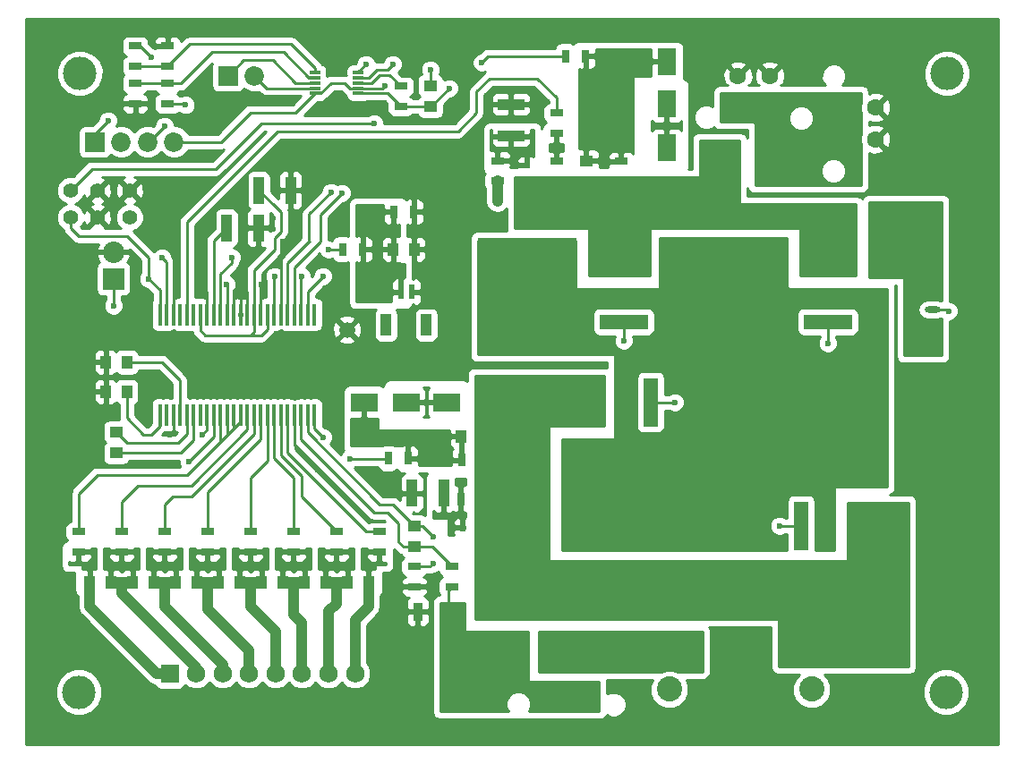
<source format=gtl>
G04 #@! TF.FileFunction,Copper,L1,Top,Signal*
%FSLAX46Y46*%
G04 Gerber Fmt 4.6, Leading zero omitted, Abs format (unit mm)*
G04 Created by KiCad (PCBNEW 4.0.5+dfsg1-4) date Wed Feb  8 17:01:35 2017*
%MOMM*%
%LPD*%
G01*
G04 APERTURE LIST*
%ADD10C,0.100000*%
%ADD11C,0.600000*%
%ADD12R,1.300000X0.700000*%
%ADD13C,3.175000*%
%ADD14R,1.000000X1.250000*%
%ADD15R,1.250000X1.000000*%
%ADD16R,1.800860X2.499360*%
%ADD17R,2.499360X1.800860*%
%ADD18C,2.387600*%
%ADD19R,0.600000X1.400000*%
%ADD20R,1.000000X2.000000*%
%ADD21R,2.032000X2.032000*%
%ADD22O,2.032000X2.032000*%
%ADD23R,1.750000X1.750000*%
%ADD24C,1.750000*%
%ADD25R,4.600000X1.390000*%
%ADD26R,9.400000X10.800000*%
%ADD27O,1.473200X0.609600*%
%ADD28R,1.390000X4.600000*%
%ADD29R,10.800000X9.400000*%
%ADD30R,0.700000X1.300000*%
%ADD31R,0.400000X2.000000*%
%ADD32R,1.016000X0.343000*%
%ADD33C,1.400000*%
%ADD34C,1.500000*%
%ADD35R,1.000000X2.500000*%
%ADD36R,2.500000X1.000000*%
%ADD37R,0.900000X1.700000*%
%ADD38R,1.000000X3.200000*%
%ADD39R,1.850000X1.850000*%
%ADD40C,1.850000*%
%ADD41R,0.700000X0.600000*%
%ADD42R,0.600000X0.700000*%
%ADD43C,1.600000*%
%ADD44C,0.250000*%
%ADD45C,1.000000*%
%ADD46C,0.254000*%
G04 APERTURE END LIST*
D10*
D11*
X133096000Y-73660000D03*
X144272000Y-92202000D03*
X139700000Y-97282000D03*
X144272000Y-96266000D03*
X142334000Y-78950000D03*
X144334000Y-83450000D03*
X107584000Y-107950000D03*
X108584000Y-105450000D03*
X141334000Y-128950000D03*
X189334000Y-119450000D03*
X188334000Y-103200000D03*
X189584000Y-78700000D03*
X144584000Y-80700000D03*
X129084000Y-97950000D03*
X124334000Y-98700000D03*
X119334000Y-96950000D03*
X140084000Y-126450000D03*
X112459000Y-72850000D03*
X115509000Y-81025000D03*
X109809000Y-88025000D03*
X109809000Y-86900000D03*
D12*
X114074000Y-69280000D03*
X114074000Y-67380000D03*
X117122000Y-67380000D03*
X117122000Y-69280000D03*
X117122000Y-70936000D03*
X117122000Y-72836000D03*
X114074000Y-72836000D03*
X114074000Y-70936000D03*
D11*
X111334000Y-95450000D03*
X112334000Y-101700000D03*
X109834000Y-100950000D03*
X111084000Y-101700000D03*
X109834000Y-99700000D03*
X109834000Y-98450000D03*
X109834000Y-97200000D03*
X109834000Y-95950000D03*
X141834000Y-82200000D03*
X141834000Y-83200000D03*
X141834000Y-84200000D03*
X141834000Y-85700000D03*
X141834000Y-86700000D03*
X141834000Y-87700000D03*
X135384000Y-107500000D03*
X142334000Y-117700000D03*
X142334000Y-118700000D03*
X138834000Y-118700000D03*
X139334000Y-120200000D03*
X139334000Y-121200000D03*
X139334000Y-122200000D03*
X140834000Y-122700000D03*
X148084000Y-71450000D03*
X149084000Y-71450000D03*
X150084000Y-71450000D03*
X151084000Y-71450000D03*
X124334000Y-83450000D03*
X130084000Y-79450000D03*
X127084000Y-84700000D03*
X124334000Y-84450000D03*
X124334000Y-85450000D03*
X127084000Y-83700000D03*
X129084000Y-78950000D03*
X129084000Y-83200000D03*
X130084000Y-82450000D03*
X130084000Y-81450000D03*
X130084000Y-80450000D03*
X117334000Y-65700000D03*
X194584000Y-65950000D03*
X192334000Y-65950000D03*
X189834000Y-65950000D03*
X187334000Y-65950000D03*
X184834000Y-65950000D03*
X182334000Y-65950000D03*
X179834000Y-65950000D03*
X177334000Y-65950000D03*
X174834000Y-65950000D03*
X172334000Y-65950000D03*
X169834000Y-65950000D03*
X167334000Y-65950000D03*
X164834000Y-65950000D03*
X162334000Y-65950000D03*
X159834000Y-65950000D03*
X157334000Y-65950000D03*
X154834000Y-65950000D03*
X152334000Y-65950000D03*
X149834000Y-65950000D03*
X147334000Y-65950000D03*
X144834000Y-65950000D03*
X142334000Y-65950000D03*
X139834000Y-65950000D03*
X137334000Y-65950000D03*
X134834000Y-65950000D03*
X132334000Y-65950000D03*
X129834000Y-65950000D03*
X127334000Y-65950000D03*
X124834000Y-65950000D03*
X122334000Y-65950000D03*
X119834000Y-65950000D03*
X114834000Y-65950000D03*
X112334000Y-65950000D03*
X109834000Y-65950000D03*
X107334000Y-65950000D03*
X194584000Y-67700000D03*
X194584000Y-70200000D03*
X194584000Y-72700000D03*
X194584000Y-75200000D03*
X194584000Y-77700000D03*
X194584000Y-80200000D03*
X194584000Y-82700000D03*
X194584000Y-85200000D03*
X194584000Y-87700000D03*
X194584000Y-90200000D03*
X194584000Y-92700000D03*
X194584000Y-95200000D03*
X194584000Y-97700000D03*
X194584000Y-100200000D03*
X194584000Y-102700000D03*
X194584000Y-105200000D03*
X194584000Y-107700000D03*
X194584000Y-110200000D03*
X194584000Y-112700000D03*
X194584000Y-115200000D03*
X194584000Y-117700000D03*
X194584000Y-120200000D03*
X194584000Y-122700000D03*
X194584000Y-125200000D03*
X194584000Y-127700000D03*
X194584000Y-130200000D03*
X192334000Y-132200000D03*
X189834000Y-132200000D03*
X187334000Y-132200000D03*
X184834000Y-132200000D03*
X182334000Y-132200000D03*
X179834000Y-132200000D03*
X177334000Y-132200000D03*
X174834000Y-132200000D03*
X172334000Y-132200000D03*
X169834000Y-132200000D03*
X167334000Y-132200000D03*
X164834000Y-132200000D03*
X162334000Y-132200000D03*
X159834000Y-132200000D03*
X157334000Y-132200000D03*
X154834000Y-132200000D03*
X152334000Y-132200000D03*
X149834000Y-132200000D03*
X147334000Y-132200000D03*
X144834000Y-132200000D03*
X142334000Y-132200000D03*
X139834000Y-132200000D03*
X137334000Y-132200000D03*
X134834000Y-132200000D03*
X132334000Y-132200000D03*
X129834000Y-132200000D03*
X127334000Y-132200000D03*
X124834000Y-132200000D03*
X122334000Y-132200000D03*
X119834000Y-132200000D03*
X117334000Y-132200000D03*
X114834000Y-132200000D03*
X112334000Y-132200000D03*
X109834000Y-132200000D03*
X107334000Y-132200000D03*
X104834000Y-131450000D03*
X104834000Y-128950000D03*
X104834000Y-126450000D03*
X104834000Y-123950000D03*
X104834000Y-121450000D03*
X104834000Y-118950000D03*
X104834000Y-116450000D03*
X104834000Y-113950000D03*
X104834000Y-111450000D03*
X104834000Y-108950000D03*
X104834000Y-106450000D03*
X104834000Y-103950000D03*
X104834000Y-101450000D03*
X104834000Y-98950000D03*
X104834000Y-96450000D03*
X104834000Y-93950000D03*
X104834000Y-91450000D03*
X104834000Y-88950000D03*
X104834000Y-86450000D03*
X104834000Y-83950000D03*
X104834000Y-81450000D03*
X104834000Y-78950000D03*
X104834000Y-76450000D03*
X104834000Y-73950000D03*
X104834000Y-71450000D03*
X104834000Y-68950000D03*
D13*
X190834000Y-69950000D03*
X108712000Y-128524000D03*
D14*
X138446000Y-86614000D03*
X140446000Y-86614000D03*
X113268000Y-100076000D03*
X111268000Y-100076000D03*
D15*
X156718000Y-80232000D03*
X156718000Y-78232000D03*
D14*
X113268000Y-97282000D03*
X111268000Y-97282000D03*
D15*
X112268000Y-103902000D03*
X112268000Y-105902000D03*
X140462000Y-112792000D03*
X140462000Y-114792000D03*
D14*
X146884000Y-104300000D03*
X144884000Y-104300000D03*
X109744000Y-118110000D03*
X111744000Y-118110000D03*
X113808000Y-118110000D03*
X115808000Y-118110000D03*
X117872000Y-118110000D03*
X119872000Y-118110000D03*
X121936000Y-118110000D03*
X123936000Y-118110000D03*
X126000000Y-118110000D03*
X128000000Y-118110000D03*
X130064000Y-118110000D03*
X132064000Y-118110000D03*
X134128000Y-118110000D03*
X136128000Y-118110000D03*
D15*
X141986000Y-73136000D03*
X141986000Y-71136000D03*
D16*
X164338000Y-76995020D03*
X164338000Y-80992980D03*
X164338000Y-72831960D03*
X164338000Y-68834000D03*
D17*
X143510000Y-101092000D03*
X147507960Y-101092000D03*
X139700000Y-101092000D03*
X135702040Y-101092000D03*
D18*
X178054000Y-124841000D03*
X164592000Y-124841000D03*
X164592000Y-128244600D03*
X178054000Y-128244600D03*
D19*
X139200000Y-90639500D03*
X140200000Y-90639500D03*
D20*
X141600000Y-93764500D03*
X137800000Y-93764500D03*
D21*
X112014000Y-89408000D03*
D22*
X112014000Y-86868000D03*
D23*
X117348000Y-126746000D03*
D24*
X119848000Y-126746000D03*
X122348000Y-126746000D03*
X124848000Y-126746000D03*
X127348000Y-126746000D03*
X129848000Y-126746000D03*
X132348000Y-126746000D03*
X134848000Y-126746000D03*
D25*
X179578000Y-90932000D03*
D26*
X170428000Y-90932000D03*
D25*
X179578000Y-88392000D03*
X179578000Y-93472000D03*
X160274000Y-90932000D03*
D26*
X151124000Y-90932000D03*
D25*
X160274000Y-88392000D03*
X160274000Y-93472000D03*
D27*
X189484000Y-96139000D03*
X189484000Y-94869000D03*
X189484000Y-93599000D03*
X189484000Y-92329000D03*
X183896000Y-92329000D03*
X183896000Y-93599000D03*
X183896000Y-94869000D03*
X183896000Y-96139000D03*
D28*
X179578000Y-112776000D03*
D29*
X179578000Y-103626000D03*
D28*
X182118000Y-112776000D03*
X177038000Y-112776000D03*
X160274000Y-101092000D03*
D29*
X160274000Y-110242000D03*
D28*
X157734000Y-101092000D03*
X162814000Y-101092000D03*
D12*
X148336000Y-80132000D03*
X148336000Y-78232000D03*
X153924000Y-80198000D03*
X153924000Y-78298000D03*
X153924000Y-75626000D03*
X153924000Y-73726000D03*
D30*
X133670000Y-86614000D03*
X135570000Y-86614000D03*
X138496000Y-83058000D03*
X140396000Y-83058000D03*
D12*
X160020000Y-80198000D03*
X160020000Y-78298000D03*
D30*
X156652000Y-68326000D03*
X154752000Y-68326000D03*
X181930000Y-83566000D03*
X183830000Y-83566000D03*
D12*
X140462000Y-116652000D03*
X140462000Y-118552000D03*
X144018000Y-116652000D03*
X144018000Y-118552000D03*
D30*
X146834000Y-106550000D03*
X144934000Y-106550000D03*
X139884000Y-106400000D03*
X137984000Y-106400000D03*
D12*
X108712000Y-115250000D03*
X108712000Y-113350000D03*
X112776000Y-115250000D03*
X112776000Y-113350000D03*
X116840000Y-115250000D03*
X116840000Y-113350000D03*
X120904000Y-115250000D03*
X120904000Y-113350000D03*
X124968000Y-115250000D03*
X124968000Y-113350000D03*
X129032000Y-115250000D03*
X129032000Y-113350000D03*
X133096000Y-115250000D03*
X133096000Y-113350000D03*
X137160000Y-115250000D03*
X137160000Y-113350000D03*
D30*
X146746000Y-110236000D03*
X144846000Y-110236000D03*
D12*
X139192000Y-73086000D03*
X139192000Y-71186000D03*
D31*
X123380500Y-92786000D03*
X122745500Y-92786000D03*
X122110500Y-92786000D03*
X121475500Y-92786000D03*
X120840500Y-92786000D03*
X120205500Y-92786000D03*
X119570500Y-92786000D03*
X118935500Y-92786000D03*
X118300500Y-92786000D03*
X117665500Y-92786000D03*
X117030500Y-92786000D03*
X116395500Y-92786000D03*
X124015500Y-92786000D03*
X124650500Y-92786000D03*
X125285500Y-92786000D03*
X125920500Y-92786000D03*
X126555500Y-92786000D03*
X127190500Y-92786000D03*
X127825500Y-92786000D03*
X128460500Y-92786000D03*
X129095500Y-92786000D03*
X129730500Y-92786000D03*
X130365500Y-92786000D03*
X131000500Y-92786000D03*
X116395500Y-102286000D03*
X117030500Y-102286000D03*
X117665500Y-102286000D03*
X118300500Y-102286000D03*
X118935500Y-102286000D03*
X119570500Y-102286000D03*
X120205500Y-102286000D03*
X120840500Y-102286000D03*
X121475500Y-102286000D03*
X122110500Y-102286000D03*
X122745500Y-102286000D03*
X123380500Y-102286000D03*
X124015500Y-102286000D03*
X124650500Y-102286000D03*
X125285500Y-102286000D03*
X125920500Y-102286000D03*
X126555500Y-102286000D03*
X127190500Y-102286000D03*
X127825500Y-102286000D03*
X128460500Y-102286000D03*
X129095500Y-102286000D03*
X129730500Y-102286000D03*
X130365500Y-102286000D03*
X131000500Y-102286000D03*
D32*
X131052500Y-69863500D03*
X131052500Y-70363500D03*
X131052500Y-70863500D03*
X131052500Y-71363500D03*
X131052500Y-71863500D03*
X135144500Y-69863500D03*
X135144500Y-70363500D03*
X135144500Y-70863500D03*
X135144500Y-71363500D03*
X135144500Y-71863500D03*
D33*
X107950000Y-81026000D03*
X110490000Y-81026000D03*
D34*
X134112000Y-94234000D03*
D33*
X107950000Y-83566000D03*
X110490000Y-83566000D03*
X113538000Y-83566000D03*
X113538000Y-81026000D03*
D35*
X125754000Y-81026000D03*
X128754000Y-81026000D03*
D36*
X149606000Y-75898000D03*
X149606000Y-72898000D03*
D35*
X122706000Y-84582000D03*
X125706000Y-84582000D03*
X143234000Y-109700000D03*
X140234000Y-109700000D03*
D37*
X140790000Y-120904000D03*
X143690000Y-120904000D03*
D38*
X168634000Y-78700000D03*
X174834000Y-78700000D03*
D39*
X110236000Y-76454000D03*
D40*
X112736000Y-76454000D03*
X115236000Y-76454000D03*
X117736000Y-76454000D03*
D13*
X108834000Y-69950000D03*
X190754000Y-128524000D03*
D11*
X104834000Y-66450000D03*
D41*
X151084000Y-80050000D03*
X151084000Y-78650000D03*
D42*
X146434000Y-112950000D03*
X145034000Y-112950000D03*
D39*
X122834000Y-70200000D03*
D40*
X125334000Y-70200000D03*
D43*
X171084000Y-70200000D03*
X174084000Y-70200000D03*
X171084000Y-73200000D03*
X174084000Y-73200000D03*
X184084000Y-73200000D03*
X184084000Y-76200000D03*
X181084000Y-73200000D03*
X181084000Y-76200000D03*
X153334000Y-125700000D03*
X156334000Y-125700000D03*
X153334000Y-128700000D03*
X156334000Y-128700000D03*
D11*
X143256000Y-89408000D03*
X128016000Y-85852000D03*
X131318000Y-107442000D03*
X117602000Y-85598000D03*
X120142000Y-89916000D03*
X117348000Y-104140000D03*
X125984000Y-89916000D03*
X123952000Y-89916000D03*
X149646538Y-77196843D03*
X116586000Y-87376000D03*
X136906000Y-88392000D03*
X122682000Y-89916000D03*
X179578000Y-95504000D03*
X158496000Y-75946000D03*
X160274000Y-95250000D03*
X142240000Y-116332000D03*
X142240000Y-113792000D03*
X175006000Y-112776000D03*
X142240000Y-106426000D03*
X165100000Y-101092000D03*
X119126000Y-106680000D03*
X144134000Y-112000000D03*
X131826000Y-104394000D03*
X112014000Y-91948000D03*
X136652000Y-74676000D03*
X153924000Y-76708000D03*
X191008000Y-92456000D03*
X132334000Y-86614000D03*
X123190000Y-87376000D03*
X115316000Y-89408000D03*
X146834000Y-68950000D03*
X134366000Y-106426000D03*
X120396000Y-104140000D03*
X127254000Y-89154000D03*
X132584000Y-81200000D03*
X133604000Y-81280000D03*
X116840000Y-74930000D03*
X138430000Y-69088000D03*
X131826000Y-89154000D03*
X115584000Y-68450000D03*
X148336000Y-82042000D03*
X135890000Y-69088000D03*
X129794000Y-89154000D03*
X150584000Y-83700000D03*
X118834000Y-72950000D03*
X141986000Y-69596000D03*
X137668000Y-71120000D03*
X143764000Y-71374000D03*
X111506000Y-74422000D03*
D44*
X140200000Y-90639500D02*
X142024500Y-90639500D01*
X142024500Y-90639500D02*
X143256000Y-89408000D01*
X127825500Y-92786000D02*
X127825500Y-86042500D01*
X127825500Y-86042500D02*
X128016000Y-85852000D01*
X129095500Y-102286000D02*
X129095500Y-105219500D01*
X129095500Y-105219500D02*
X131318000Y-107442000D01*
X117665500Y-92786000D02*
X117665500Y-85661500D01*
X117665500Y-85661500D02*
X117602000Y-85598000D01*
X120840500Y-92786000D02*
X120840500Y-90614500D01*
X120840500Y-90614500D02*
X120142000Y-89916000D01*
X117665500Y-102286000D02*
X117665500Y-103822500D01*
X117665500Y-103822500D02*
X117348000Y-104140000D01*
X125920500Y-92786000D02*
X125920500Y-89979500D01*
X125920500Y-89979500D02*
X125984000Y-89916000D01*
X124650500Y-92786000D02*
X124650500Y-90614500D01*
X124650500Y-90614500D02*
X123952000Y-89916000D01*
X124015500Y-92786000D02*
X124015500Y-89979500D01*
X123380500Y-90487500D02*
X123952000Y-89916000D01*
X123380500Y-90487500D02*
X123380500Y-92786000D01*
X124015500Y-89979500D02*
X123952000Y-89916000D01*
X140462000Y-120904000D02*
X140716000Y-121158000D01*
X117030500Y-92786000D02*
X117030500Y-87820500D01*
X117030500Y-87820500D02*
X116586000Y-87376000D01*
X121475500Y-92786000D02*
X121475500Y-85812500D01*
X121475500Y-85812500D02*
X122706000Y-84582000D01*
X122745500Y-92786000D02*
X122745500Y-89979500D01*
X122745500Y-89979500D02*
X122682000Y-89916000D01*
X116395500Y-102286000D02*
X116395500Y-103314500D01*
X113268000Y-102600000D02*
X113268000Y-100076000D01*
X114808000Y-104140000D02*
X113268000Y-102600000D01*
X115570000Y-104140000D02*
X114808000Y-104140000D01*
X116395500Y-103314500D02*
X115570000Y-104140000D01*
X179578000Y-93472000D02*
X179578000Y-95504000D01*
X160274000Y-93472000D02*
X160274000Y-95250000D01*
X118300500Y-102286000D02*
X118300500Y-98996500D01*
X116586000Y-97282000D02*
X113268000Y-97282000D01*
X118300500Y-98996500D02*
X116586000Y-97282000D01*
X118935500Y-102286000D02*
X118935500Y-104076500D01*
X113268000Y-104902000D02*
X112268000Y-103902000D01*
X118110000Y-104902000D02*
X113268000Y-104902000D01*
X118935500Y-104076500D02*
X118110000Y-104902000D01*
X112268000Y-105902000D02*
X118380000Y-105902000D01*
X119570500Y-104711500D02*
X119570500Y-102286000D01*
X118380000Y-105902000D02*
X119570500Y-104711500D01*
X130365500Y-102286000D02*
X130365500Y-103949500D01*
X138414000Y-110744000D02*
X140462000Y-112792000D01*
X137160000Y-110744000D02*
X138414000Y-110744000D01*
X130365500Y-103949500D02*
X137160000Y-110744000D01*
X140462000Y-112792000D02*
X141240000Y-112792000D01*
X141920000Y-116652000D02*
X140462000Y-116652000D01*
X142240000Y-116332000D02*
X141920000Y-116652000D01*
X141240000Y-112792000D02*
X142240000Y-113792000D01*
X140462000Y-114792000D02*
X139430000Y-114792000D01*
X129730500Y-104584500D02*
X129730500Y-102286000D01*
X136652000Y-111506000D02*
X129730500Y-104584500D01*
X137922000Y-111506000D02*
X136652000Y-111506000D01*
X138938000Y-112522000D02*
X137922000Y-111506000D01*
X138938000Y-114300000D02*
X138938000Y-112522000D01*
X139430000Y-114792000D02*
X138938000Y-114300000D01*
X140462000Y-114792000D02*
X142158000Y-114792000D01*
X142158000Y-114792000D02*
X144018000Y-116652000D01*
X177038000Y-112776000D02*
X175006000Y-112776000D01*
X162814000Y-101092000D02*
X165100000Y-101092000D01*
D45*
X117348000Y-126746000D02*
X116078000Y-126746000D01*
X109744000Y-120412000D02*
X109744000Y-118110000D01*
X116078000Y-126746000D02*
X109744000Y-120412000D01*
X112776000Y-118110000D02*
X111744000Y-118110000D01*
X113808000Y-118110000D02*
X112776000Y-118110000D01*
X112776000Y-119126000D02*
X112776000Y-118110000D01*
X112776000Y-119126000D02*
X119848000Y-126198000D01*
X119848000Y-126746000D02*
X119848000Y-126198000D01*
X116840000Y-118110000D02*
X117872000Y-118110000D01*
X115808000Y-118110000D02*
X116840000Y-118110000D01*
X116840000Y-120396000D02*
X116840000Y-118110000D01*
X116840000Y-120396000D02*
X122348000Y-125904000D01*
X122348000Y-126746000D02*
X122348000Y-125904000D01*
X120904000Y-118110000D02*
X121936000Y-118110000D01*
X119872000Y-118110000D02*
X120904000Y-118110000D01*
X124848000Y-124594000D02*
X120904000Y-120650000D01*
X120904000Y-120650000D02*
X120904000Y-118110000D01*
X124848000Y-124594000D02*
X124848000Y-126746000D01*
X124968000Y-118110000D02*
X126000000Y-118110000D01*
X123936000Y-118110000D02*
X124968000Y-118110000D01*
X127348000Y-122776000D02*
X124968000Y-120396000D01*
X124968000Y-120396000D02*
X124968000Y-118110000D01*
X127348000Y-122776000D02*
X127348000Y-126746000D01*
X129032000Y-118110000D02*
X130064000Y-118110000D01*
X128000000Y-118110000D02*
X129032000Y-118110000D01*
X129848000Y-121974000D02*
X129032000Y-121158000D01*
X129032000Y-121158000D02*
X129032000Y-118110000D01*
X129848000Y-121974000D02*
X129848000Y-126746000D01*
X133096000Y-118110000D02*
X134128000Y-118110000D01*
X132064000Y-118110000D02*
X133096000Y-118110000D01*
X132348000Y-120890000D02*
X133096000Y-120142000D01*
X133096000Y-120142000D02*
X133096000Y-118110000D01*
X132348000Y-120890000D02*
X132348000Y-126746000D01*
X134848000Y-126746000D02*
X134848000Y-121692000D01*
X136128000Y-120412000D02*
X136128000Y-118110000D01*
X134848000Y-121692000D02*
X136128000Y-120412000D01*
D44*
X121475500Y-104330500D02*
X119126000Y-106680000D01*
X121475500Y-102286000D02*
X121475500Y-104330500D01*
X131000500Y-102286000D02*
X131000500Y-103568500D01*
X131000500Y-103568500D02*
X131826000Y-104394000D01*
X112014000Y-91948000D02*
X112014000Y-89408000D01*
X124714000Y-75946000D02*
X121666000Y-78994000D01*
X124714000Y-75946000D02*
X125984000Y-74676000D01*
X125984000Y-74676000D02*
X136652000Y-74676000D01*
X189484000Y-92329000D02*
X190881000Y-92329000D01*
X190881000Y-92329000D02*
X191008000Y-92456000D01*
X109982000Y-78994000D02*
X107950000Y-81026000D01*
X121666000Y-78994000D02*
X109982000Y-78994000D01*
X143256000Y-75438000D02*
X144596000Y-75438000D01*
X118935500Y-92786000D02*
X118935500Y-84010500D01*
X127508000Y-75438000D02*
X142240000Y-75438000D01*
X118935500Y-84010500D02*
X127508000Y-75438000D01*
X142240000Y-75438000D02*
X143256000Y-75438000D01*
X153924000Y-72290000D02*
X153924000Y-73726000D01*
X152084000Y-70450000D02*
X153924000Y-72290000D01*
X147584000Y-70450000D02*
X152084000Y-70450000D01*
X146334000Y-71700000D02*
X147584000Y-70450000D01*
X146334000Y-73700000D02*
X146334000Y-71700000D01*
X144596000Y-75438000D02*
X146334000Y-73700000D01*
X122110500Y-92786000D02*
X122110500Y-88963500D01*
X132334000Y-86614000D02*
X133670000Y-86614000D01*
X123190000Y-87884000D02*
X123190000Y-87376000D01*
X122110500Y-88963500D02*
X123190000Y-87884000D01*
X154752000Y-68326000D02*
X147458000Y-68326000D01*
X147458000Y-68326000D02*
X146834000Y-68950000D01*
X107950000Y-83566000D02*
X107950000Y-84582000D01*
X115316000Y-87376000D02*
X115316000Y-89408000D01*
X113284000Y-85344000D02*
X115316000Y-87376000D01*
X108712000Y-85344000D02*
X113284000Y-85344000D01*
X107950000Y-84582000D02*
X108712000Y-85344000D01*
X116395500Y-90487500D02*
X116395500Y-92786000D01*
X115316000Y-89408000D02*
X116395500Y-90487500D01*
X137958000Y-106426000D02*
X134366000Y-106426000D01*
X137958000Y-106426000D02*
X137984000Y-106400000D01*
X120840500Y-102286000D02*
X120840500Y-103695500D01*
X120840500Y-103695500D02*
X120396000Y-104140000D01*
X124015500Y-102286000D02*
X124015500Y-102933500D01*
X124015500Y-102933500D02*
X123380500Y-103568500D01*
X123380500Y-102286000D02*
X123380500Y-103568500D01*
X123380500Y-103568500D02*
X122745500Y-104203500D01*
X122745500Y-102286000D02*
X122745500Y-104203500D01*
X122745500Y-104203500D02*
X122110500Y-104838500D01*
X122110500Y-102286000D02*
X122110500Y-104648000D01*
X122110500Y-104648000D02*
X122110500Y-104838500D01*
X108712000Y-109728000D02*
X108712000Y-113350000D01*
X110490000Y-107950000D02*
X108712000Y-109728000D01*
X118999000Y-107950000D02*
X110490000Y-107950000D01*
X122110500Y-104838500D02*
X118999000Y-107950000D01*
X124650500Y-102286000D02*
X124650500Y-103695500D01*
X112776000Y-110490000D02*
X112776000Y-113350000D01*
X114300000Y-108966000D02*
X112776000Y-110490000D01*
X119380000Y-108966000D02*
X114300000Y-108966000D01*
X124650500Y-103695500D02*
X119380000Y-108966000D01*
X125285500Y-102286000D02*
X125285500Y-104076500D01*
X116840000Y-110744000D02*
X116840000Y-113350000D01*
X117602000Y-109982000D02*
X116840000Y-110744000D01*
X119380000Y-109982000D02*
X117602000Y-109982000D01*
X125285500Y-104076500D02*
X119380000Y-109982000D01*
X125920500Y-102286000D02*
X125920500Y-104584500D01*
X120904000Y-109601000D02*
X120904000Y-113350000D01*
X125920500Y-104584500D02*
X120904000Y-109601000D01*
X126555500Y-102286000D02*
X126555500Y-106616500D01*
X124968000Y-108204000D02*
X124968000Y-113350000D01*
X126555500Y-106616500D02*
X124968000Y-108204000D01*
X127190500Y-102286000D02*
X127190500Y-106362500D01*
X129032000Y-108204000D02*
X129032000Y-113350000D01*
X127190500Y-106362500D02*
X129032000Y-108204000D01*
X127825500Y-102286000D02*
X127825500Y-106108500D01*
X129794000Y-110048000D02*
X133096000Y-113350000D01*
X129794000Y-108077000D02*
X129794000Y-110048000D01*
X127825500Y-106108500D02*
X129794000Y-108077000D01*
X130556000Y-107950000D02*
X135890000Y-113284000D01*
X128460500Y-105854500D02*
X130556000Y-107950000D01*
X128460500Y-102286000D02*
X128460500Y-105854500D01*
X135890000Y-113284000D02*
X137094000Y-113284000D01*
X137094000Y-113284000D02*
X137160000Y-113350000D01*
X135144500Y-70863500D02*
X136395500Y-70863500D01*
X138110000Y-70104000D02*
X139192000Y-71186000D01*
X137155000Y-70104000D02*
X138110000Y-70104000D01*
X136395500Y-70863500D02*
X137155000Y-70104000D01*
X138869500Y-70863500D02*
X139192000Y-71186000D01*
X127190500Y-92786000D02*
X127190500Y-89217500D01*
X127190500Y-89217500D02*
X127254000Y-89154000D01*
X130521000Y-85887000D02*
X130521000Y-83263000D01*
X130521000Y-83263000D02*
X132584000Y-81200000D01*
X128460500Y-92786000D02*
X128460500Y-87947500D01*
X128460500Y-87947500D02*
X130521000Y-85887000D01*
X130521000Y-85887000D02*
X130556000Y-85852000D01*
X129095500Y-92786000D02*
X129095500Y-88328500D01*
X131572000Y-83312000D02*
X133604000Y-81280000D01*
X131572000Y-85852000D02*
X131572000Y-83312000D01*
X129095500Y-88328500D02*
X131572000Y-85852000D01*
X115236000Y-76454000D02*
X115316000Y-76454000D01*
X115316000Y-76454000D02*
X116840000Y-74930000D01*
X130365500Y-92786000D02*
X130365500Y-90614500D01*
X136138500Y-70363500D02*
X135144500Y-70363500D01*
X136906000Y-69596000D02*
X136138500Y-70363500D01*
X137922000Y-69596000D02*
X136906000Y-69596000D01*
X138430000Y-69088000D02*
X137922000Y-69596000D01*
X130365500Y-90614500D02*
X131826000Y-89154000D01*
X114074000Y-67380000D02*
X114514000Y-67380000D01*
X114514000Y-67380000D02*
X115584000Y-68450000D01*
D45*
X148336000Y-80132000D02*
X148336000Y-82042000D01*
D44*
X135144500Y-69863500D02*
X135144500Y-69833500D01*
X135144500Y-69833500D02*
X135890000Y-69088000D01*
X129794000Y-89154000D02*
X129730500Y-89217500D01*
X129730500Y-89217500D02*
X129730500Y-92786000D01*
X127251000Y-86617000D02*
X127251000Y-85533000D01*
X127834000Y-83106000D02*
X127178000Y-82450000D01*
X127834000Y-84950000D02*
X127834000Y-83106000D01*
X127251000Y-85533000D02*
X127834000Y-84950000D01*
X125285500Y-92786000D02*
X125285500Y-88582500D01*
X127254000Y-82526000D02*
X127178000Y-82450000D01*
X127178000Y-82450000D02*
X125754000Y-81026000D01*
X125285500Y-88582500D02*
X127251000Y-86617000D01*
X127251000Y-86617000D02*
X127254000Y-86614000D01*
X124968000Y-94742000D02*
X125984000Y-94742000D01*
X126555500Y-94170500D02*
X126555500Y-92786000D01*
X125984000Y-94742000D02*
X126555500Y-94170500D01*
X120205500Y-92786000D02*
X120205500Y-94297500D01*
X125285500Y-94424500D02*
X125285500Y-92786000D01*
X124968000Y-94742000D02*
X125285500Y-94424500D01*
X120650000Y-94742000D02*
X124968000Y-94742000D01*
X120205500Y-94297500D02*
X120650000Y-94742000D01*
X118720000Y-72836000D02*
X117122000Y-72836000D01*
X118834000Y-72950000D02*
X118720000Y-72836000D01*
X117736000Y-76454000D02*
X122174000Y-76454000D01*
X129256000Y-73660000D02*
X131052500Y-71863500D01*
X124968000Y-73660000D02*
X129256000Y-73660000D01*
X122174000Y-76454000D02*
X124968000Y-73660000D01*
X131052500Y-71863500D02*
X131590500Y-71863500D01*
X134355500Y-71363500D02*
X135144500Y-71363500D01*
X133858000Y-70866000D02*
X134355500Y-71363500D01*
X132588000Y-70866000D02*
X133858000Y-70866000D01*
X131590500Y-71863500D02*
X132588000Y-70866000D01*
X135144500Y-71363500D02*
X137424500Y-71363500D01*
X141986000Y-69596000D02*
X141986000Y-71136000D01*
X137424500Y-71363500D02*
X137668000Y-71120000D01*
X117122000Y-69280000D02*
X114074000Y-69280000D01*
X131052500Y-69863500D02*
X131052500Y-69418500D01*
X119202000Y-67200000D02*
X117122000Y-69280000D01*
X128834000Y-67200000D02*
X119202000Y-67200000D01*
X131052500Y-69418500D02*
X128834000Y-67200000D01*
X117122000Y-70936000D02*
X114074000Y-70936000D01*
X131052500Y-70363500D02*
X130497500Y-70363500D01*
X118348000Y-70936000D02*
X117122000Y-70936000D01*
X121334000Y-67950000D02*
X118348000Y-70936000D01*
X128084000Y-67950000D02*
X121334000Y-67950000D01*
X130497500Y-70363500D02*
X128084000Y-67950000D01*
X131052500Y-70863500D02*
X129247500Y-70863500D01*
X124334000Y-68700000D02*
X122834000Y-70200000D01*
X127084000Y-68700000D02*
X124334000Y-68700000D01*
X129247500Y-70863500D02*
X127084000Y-68700000D01*
X131052500Y-71363500D02*
X126497500Y-71363500D01*
X126497500Y-71363500D02*
X125334000Y-70200000D01*
X141986000Y-73136000D02*
X142002000Y-73136000D01*
X142002000Y-73136000D02*
X143764000Y-71374000D01*
X110236000Y-75692000D02*
X111506000Y-74422000D01*
X110236000Y-76454000D02*
X110236000Y-75692000D01*
X139192000Y-73086000D02*
X141936000Y-73086000D01*
X141936000Y-73086000D02*
X141986000Y-73136000D01*
X135144500Y-71863500D02*
X137969500Y-71863500D01*
X137969500Y-71863500D02*
X139192000Y-73086000D01*
X143690000Y-120904000D02*
X143690000Y-118880000D01*
X143690000Y-118880000D02*
X144018000Y-118552000D01*
D46*
G36*
X111491000Y-114964250D02*
X111649750Y-115123000D01*
X112649000Y-115123000D01*
X112649000Y-115103000D01*
X112903000Y-115103000D01*
X112903000Y-115123000D01*
X113902250Y-115123000D01*
X114061000Y-114964250D01*
X114061000Y-114935000D01*
X114427000Y-114935000D01*
X114427000Y-116850000D01*
X114093750Y-116850000D01*
X113935000Y-117008750D01*
X113935000Y-117983000D01*
X113955000Y-117983000D01*
X113955000Y-118237000D01*
X113935000Y-118237000D01*
X113935000Y-118257000D01*
X113681000Y-118257000D01*
X113681000Y-118237000D01*
X112831750Y-118237000D01*
X112776000Y-118292750D01*
X112720250Y-118237000D01*
X111871000Y-118237000D01*
X111871000Y-118257000D01*
X111617000Y-118257000D01*
X111617000Y-118237000D01*
X111597000Y-118237000D01*
X111597000Y-117983000D01*
X111617000Y-117983000D01*
X111617000Y-117008750D01*
X111871000Y-117008750D01*
X111871000Y-117983000D01*
X112720250Y-117983000D01*
X112776000Y-117927250D01*
X112831750Y-117983000D01*
X113681000Y-117983000D01*
X113681000Y-117008750D01*
X113522250Y-116850000D01*
X113181691Y-116850000D01*
X112948302Y-116946673D01*
X112776000Y-117118974D01*
X112603698Y-116946673D01*
X112370309Y-116850000D01*
X112029750Y-116850000D01*
X111871000Y-117008750D01*
X111617000Y-117008750D01*
X111458250Y-116850000D01*
X111125000Y-116850000D01*
X111125000Y-115535750D01*
X111491000Y-115535750D01*
X111491000Y-115726309D01*
X111587673Y-115959698D01*
X111766301Y-116138327D01*
X111999690Y-116235000D01*
X112490250Y-116235000D01*
X112649000Y-116076250D01*
X112649000Y-115377000D01*
X112903000Y-115377000D01*
X112903000Y-116076250D01*
X113061750Y-116235000D01*
X113552310Y-116235000D01*
X113785699Y-116138327D01*
X113964327Y-115959698D01*
X114061000Y-115726309D01*
X114061000Y-115535750D01*
X113902250Y-115377000D01*
X112903000Y-115377000D01*
X112649000Y-115377000D01*
X111649750Y-115377000D01*
X111491000Y-115535750D01*
X111125000Y-115535750D01*
X111125000Y-114935000D01*
X111491000Y-114935000D01*
X111491000Y-114964250D01*
X111491000Y-114964250D01*
G37*
X111491000Y-114964250D02*
X111649750Y-115123000D01*
X112649000Y-115123000D01*
X112649000Y-115103000D01*
X112903000Y-115103000D01*
X112903000Y-115123000D01*
X113902250Y-115123000D01*
X114061000Y-114964250D01*
X114061000Y-114935000D01*
X114427000Y-114935000D01*
X114427000Y-116850000D01*
X114093750Y-116850000D01*
X113935000Y-117008750D01*
X113935000Y-117983000D01*
X113955000Y-117983000D01*
X113955000Y-118237000D01*
X113935000Y-118237000D01*
X113935000Y-118257000D01*
X113681000Y-118257000D01*
X113681000Y-118237000D01*
X112831750Y-118237000D01*
X112776000Y-118292750D01*
X112720250Y-118237000D01*
X111871000Y-118237000D01*
X111871000Y-118257000D01*
X111617000Y-118257000D01*
X111617000Y-118237000D01*
X111597000Y-118237000D01*
X111597000Y-117983000D01*
X111617000Y-117983000D01*
X111617000Y-117008750D01*
X111871000Y-117008750D01*
X111871000Y-117983000D01*
X112720250Y-117983000D01*
X112776000Y-117927250D01*
X112831750Y-117983000D01*
X113681000Y-117983000D01*
X113681000Y-117008750D01*
X113522250Y-116850000D01*
X113181691Y-116850000D01*
X112948302Y-116946673D01*
X112776000Y-117118974D01*
X112603698Y-116946673D01*
X112370309Y-116850000D01*
X112029750Y-116850000D01*
X111871000Y-117008750D01*
X111617000Y-117008750D01*
X111458250Y-116850000D01*
X111125000Y-116850000D01*
X111125000Y-115535750D01*
X111491000Y-115535750D01*
X111491000Y-115726309D01*
X111587673Y-115959698D01*
X111766301Y-116138327D01*
X111999690Y-116235000D01*
X112490250Y-116235000D01*
X112649000Y-116076250D01*
X112649000Y-115377000D01*
X112903000Y-115377000D01*
X112903000Y-116076250D01*
X113061750Y-116235000D01*
X113552310Y-116235000D01*
X113785699Y-116138327D01*
X113964327Y-115959698D01*
X114061000Y-115726309D01*
X114061000Y-115535750D01*
X113902250Y-115377000D01*
X112903000Y-115377000D01*
X112649000Y-115377000D01*
X111649750Y-115377000D01*
X111491000Y-115535750D01*
X111125000Y-115535750D01*
X111125000Y-114935000D01*
X111491000Y-114935000D01*
X111491000Y-114964250D01*
G36*
X115555000Y-114964250D02*
X115713750Y-115123000D01*
X116713000Y-115123000D01*
X116713000Y-115103000D01*
X116967000Y-115103000D01*
X116967000Y-115123000D01*
X117966250Y-115123000D01*
X118125000Y-114964250D01*
X118125000Y-114935000D01*
X118491000Y-114935000D01*
X118491000Y-116850000D01*
X118157750Y-116850000D01*
X117999000Y-117008750D01*
X117999000Y-117983000D01*
X118019000Y-117983000D01*
X118019000Y-118237000D01*
X117999000Y-118237000D01*
X117999000Y-118257000D01*
X117745000Y-118257000D01*
X117745000Y-118237000D01*
X116895750Y-118237000D01*
X116840000Y-118292750D01*
X116784250Y-118237000D01*
X115935000Y-118237000D01*
X115935000Y-118257000D01*
X115681000Y-118257000D01*
X115681000Y-118237000D01*
X115661000Y-118237000D01*
X115661000Y-117983000D01*
X115681000Y-117983000D01*
X115681000Y-117008750D01*
X115935000Y-117008750D01*
X115935000Y-117983000D01*
X116784250Y-117983000D01*
X116840000Y-117927250D01*
X116895750Y-117983000D01*
X117745000Y-117983000D01*
X117745000Y-117008750D01*
X117586250Y-116850000D01*
X117245691Y-116850000D01*
X117012302Y-116946673D01*
X116840000Y-117118974D01*
X116667698Y-116946673D01*
X116434309Y-116850000D01*
X116093750Y-116850000D01*
X115935000Y-117008750D01*
X115681000Y-117008750D01*
X115522250Y-116850000D01*
X115189000Y-116850000D01*
X115189000Y-115535750D01*
X115555000Y-115535750D01*
X115555000Y-115726309D01*
X115651673Y-115959698D01*
X115830301Y-116138327D01*
X116063690Y-116235000D01*
X116554250Y-116235000D01*
X116713000Y-116076250D01*
X116713000Y-115377000D01*
X116967000Y-115377000D01*
X116967000Y-116076250D01*
X117125750Y-116235000D01*
X117616310Y-116235000D01*
X117849699Y-116138327D01*
X118028327Y-115959698D01*
X118125000Y-115726309D01*
X118125000Y-115535750D01*
X117966250Y-115377000D01*
X116967000Y-115377000D01*
X116713000Y-115377000D01*
X115713750Y-115377000D01*
X115555000Y-115535750D01*
X115189000Y-115535750D01*
X115189000Y-114935000D01*
X115555000Y-114935000D01*
X115555000Y-114964250D01*
X115555000Y-114964250D01*
G37*
X115555000Y-114964250D02*
X115713750Y-115123000D01*
X116713000Y-115123000D01*
X116713000Y-115103000D01*
X116967000Y-115103000D01*
X116967000Y-115123000D01*
X117966250Y-115123000D01*
X118125000Y-114964250D01*
X118125000Y-114935000D01*
X118491000Y-114935000D01*
X118491000Y-116850000D01*
X118157750Y-116850000D01*
X117999000Y-117008750D01*
X117999000Y-117983000D01*
X118019000Y-117983000D01*
X118019000Y-118237000D01*
X117999000Y-118237000D01*
X117999000Y-118257000D01*
X117745000Y-118257000D01*
X117745000Y-118237000D01*
X116895750Y-118237000D01*
X116840000Y-118292750D01*
X116784250Y-118237000D01*
X115935000Y-118237000D01*
X115935000Y-118257000D01*
X115681000Y-118257000D01*
X115681000Y-118237000D01*
X115661000Y-118237000D01*
X115661000Y-117983000D01*
X115681000Y-117983000D01*
X115681000Y-117008750D01*
X115935000Y-117008750D01*
X115935000Y-117983000D01*
X116784250Y-117983000D01*
X116840000Y-117927250D01*
X116895750Y-117983000D01*
X117745000Y-117983000D01*
X117745000Y-117008750D01*
X117586250Y-116850000D01*
X117245691Y-116850000D01*
X117012302Y-116946673D01*
X116840000Y-117118974D01*
X116667698Y-116946673D01*
X116434309Y-116850000D01*
X116093750Y-116850000D01*
X115935000Y-117008750D01*
X115681000Y-117008750D01*
X115522250Y-116850000D01*
X115189000Y-116850000D01*
X115189000Y-115535750D01*
X115555000Y-115535750D01*
X115555000Y-115726309D01*
X115651673Y-115959698D01*
X115830301Y-116138327D01*
X116063690Y-116235000D01*
X116554250Y-116235000D01*
X116713000Y-116076250D01*
X116713000Y-115377000D01*
X116967000Y-115377000D01*
X116967000Y-116076250D01*
X117125750Y-116235000D01*
X117616310Y-116235000D01*
X117849699Y-116138327D01*
X118028327Y-115959698D01*
X118125000Y-115726309D01*
X118125000Y-115535750D01*
X117966250Y-115377000D01*
X116967000Y-115377000D01*
X116713000Y-115377000D01*
X115713750Y-115377000D01*
X115555000Y-115535750D01*
X115189000Y-115535750D01*
X115189000Y-114935000D01*
X115555000Y-114935000D01*
X115555000Y-114964250D01*
G36*
X119619000Y-114964250D02*
X119777750Y-115123000D01*
X120777000Y-115123000D01*
X120777000Y-115103000D01*
X121031000Y-115103000D01*
X121031000Y-115123000D01*
X122030250Y-115123000D01*
X122189000Y-114964250D01*
X122189000Y-114935000D01*
X122555000Y-114935000D01*
X122555000Y-116850000D01*
X122221750Y-116850000D01*
X122063000Y-117008750D01*
X122063000Y-117983000D01*
X122083000Y-117983000D01*
X122083000Y-118237000D01*
X122063000Y-118237000D01*
X122063000Y-118257000D01*
X121809000Y-118257000D01*
X121809000Y-118237000D01*
X120959750Y-118237000D01*
X120904000Y-118292750D01*
X120848250Y-118237000D01*
X119999000Y-118237000D01*
X119999000Y-118257000D01*
X119745000Y-118257000D01*
X119745000Y-118237000D01*
X119725000Y-118237000D01*
X119725000Y-117983000D01*
X119745000Y-117983000D01*
X119745000Y-117008750D01*
X119999000Y-117008750D01*
X119999000Y-117983000D01*
X120848250Y-117983000D01*
X120904000Y-117927250D01*
X120959750Y-117983000D01*
X121809000Y-117983000D01*
X121809000Y-117008750D01*
X121650250Y-116850000D01*
X121309691Y-116850000D01*
X121076302Y-116946673D01*
X120904000Y-117118974D01*
X120731698Y-116946673D01*
X120498309Y-116850000D01*
X120157750Y-116850000D01*
X119999000Y-117008750D01*
X119745000Y-117008750D01*
X119586250Y-116850000D01*
X119253000Y-116850000D01*
X119253000Y-115535750D01*
X119619000Y-115535750D01*
X119619000Y-115726309D01*
X119715673Y-115959698D01*
X119894301Y-116138327D01*
X120127690Y-116235000D01*
X120618250Y-116235000D01*
X120777000Y-116076250D01*
X120777000Y-115377000D01*
X121031000Y-115377000D01*
X121031000Y-116076250D01*
X121189750Y-116235000D01*
X121680310Y-116235000D01*
X121913699Y-116138327D01*
X122092327Y-115959698D01*
X122189000Y-115726309D01*
X122189000Y-115535750D01*
X122030250Y-115377000D01*
X121031000Y-115377000D01*
X120777000Y-115377000D01*
X119777750Y-115377000D01*
X119619000Y-115535750D01*
X119253000Y-115535750D01*
X119253000Y-114935000D01*
X119619000Y-114935000D01*
X119619000Y-114964250D01*
X119619000Y-114964250D01*
G37*
X119619000Y-114964250D02*
X119777750Y-115123000D01*
X120777000Y-115123000D01*
X120777000Y-115103000D01*
X121031000Y-115103000D01*
X121031000Y-115123000D01*
X122030250Y-115123000D01*
X122189000Y-114964250D01*
X122189000Y-114935000D01*
X122555000Y-114935000D01*
X122555000Y-116850000D01*
X122221750Y-116850000D01*
X122063000Y-117008750D01*
X122063000Y-117983000D01*
X122083000Y-117983000D01*
X122083000Y-118237000D01*
X122063000Y-118237000D01*
X122063000Y-118257000D01*
X121809000Y-118257000D01*
X121809000Y-118237000D01*
X120959750Y-118237000D01*
X120904000Y-118292750D01*
X120848250Y-118237000D01*
X119999000Y-118237000D01*
X119999000Y-118257000D01*
X119745000Y-118257000D01*
X119745000Y-118237000D01*
X119725000Y-118237000D01*
X119725000Y-117983000D01*
X119745000Y-117983000D01*
X119745000Y-117008750D01*
X119999000Y-117008750D01*
X119999000Y-117983000D01*
X120848250Y-117983000D01*
X120904000Y-117927250D01*
X120959750Y-117983000D01*
X121809000Y-117983000D01*
X121809000Y-117008750D01*
X121650250Y-116850000D01*
X121309691Y-116850000D01*
X121076302Y-116946673D01*
X120904000Y-117118974D01*
X120731698Y-116946673D01*
X120498309Y-116850000D01*
X120157750Y-116850000D01*
X119999000Y-117008750D01*
X119745000Y-117008750D01*
X119586250Y-116850000D01*
X119253000Y-116850000D01*
X119253000Y-115535750D01*
X119619000Y-115535750D01*
X119619000Y-115726309D01*
X119715673Y-115959698D01*
X119894301Y-116138327D01*
X120127690Y-116235000D01*
X120618250Y-116235000D01*
X120777000Y-116076250D01*
X120777000Y-115377000D01*
X121031000Y-115377000D01*
X121031000Y-116076250D01*
X121189750Y-116235000D01*
X121680310Y-116235000D01*
X121913699Y-116138327D01*
X122092327Y-115959698D01*
X122189000Y-115726309D01*
X122189000Y-115535750D01*
X122030250Y-115377000D01*
X121031000Y-115377000D01*
X120777000Y-115377000D01*
X119777750Y-115377000D01*
X119619000Y-115535750D01*
X119253000Y-115535750D01*
X119253000Y-114935000D01*
X119619000Y-114935000D01*
X119619000Y-114964250D01*
G36*
X123683000Y-114964250D02*
X123841750Y-115123000D01*
X124841000Y-115123000D01*
X124841000Y-115103000D01*
X125095000Y-115103000D01*
X125095000Y-115123000D01*
X126094250Y-115123000D01*
X126253000Y-114964250D01*
X126253000Y-114935000D01*
X126619000Y-114935000D01*
X126619000Y-116850000D01*
X126285750Y-116850000D01*
X126127000Y-117008750D01*
X126127000Y-117983000D01*
X126147000Y-117983000D01*
X126147000Y-118237000D01*
X126127000Y-118237000D01*
X126127000Y-118257000D01*
X125873000Y-118257000D01*
X125873000Y-118237000D01*
X125023750Y-118237000D01*
X124968000Y-118292750D01*
X124912250Y-118237000D01*
X124063000Y-118237000D01*
X124063000Y-118257000D01*
X123809000Y-118257000D01*
X123809000Y-118237000D01*
X123789000Y-118237000D01*
X123789000Y-117983000D01*
X123809000Y-117983000D01*
X123809000Y-117008750D01*
X124063000Y-117008750D01*
X124063000Y-117983000D01*
X124912250Y-117983000D01*
X124968000Y-117927250D01*
X125023750Y-117983000D01*
X125873000Y-117983000D01*
X125873000Y-117008750D01*
X125714250Y-116850000D01*
X125373691Y-116850000D01*
X125140302Y-116946673D01*
X124968000Y-117118974D01*
X124795698Y-116946673D01*
X124562309Y-116850000D01*
X124221750Y-116850000D01*
X124063000Y-117008750D01*
X123809000Y-117008750D01*
X123650250Y-116850000D01*
X123317000Y-116850000D01*
X123317000Y-115535750D01*
X123683000Y-115535750D01*
X123683000Y-115726309D01*
X123779673Y-115959698D01*
X123958301Y-116138327D01*
X124191690Y-116235000D01*
X124682250Y-116235000D01*
X124841000Y-116076250D01*
X124841000Y-115377000D01*
X125095000Y-115377000D01*
X125095000Y-116076250D01*
X125253750Y-116235000D01*
X125744310Y-116235000D01*
X125977699Y-116138327D01*
X126156327Y-115959698D01*
X126253000Y-115726309D01*
X126253000Y-115535750D01*
X126094250Y-115377000D01*
X125095000Y-115377000D01*
X124841000Y-115377000D01*
X123841750Y-115377000D01*
X123683000Y-115535750D01*
X123317000Y-115535750D01*
X123317000Y-114935000D01*
X123683000Y-114935000D01*
X123683000Y-114964250D01*
X123683000Y-114964250D01*
G37*
X123683000Y-114964250D02*
X123841750Y-115123000D01*
X124841000Y-115123000D01*
X124841000Y-115103000D01*
X125095000Y-115103000D01*
X125095000Y-115123000D01*
X126094250Y-115123000D01*
X126253000Y-114964250D01*
X126253000Y-114935000D01*
X126619000Y-114935000D01*
X126619000Y-116850000D01*
X126285750Y-116850000D01*
X126127000Y-117008750D01*
X126127000Y-117983000D01*
X126147000Y-117983000D01*
X126147000Y-118237000D01*
X126127000Y-118237000D01*
X126127000Y-118257000D01*
X125873000Y-118257000D01*
X125873000Y-118237000D01*
X125023750Y-118237000D01*
X124968000Y-118292750D01*
X124912250Y-118237000D01*
X124063000Y-118237000D01*
X124063000Y-118257000D01*
X123809000Y-118257000D01*
X123809000Y-118237000D01*
X123789000Y-118237000D01*
X123789000Y-117983000D01*
X123809000Y-117983000D01*
X123809000Y-117008750D01*
X124063000Y-117008750D01*
X124063000Y-117983000D01*
X124912250Y-117983000D01*
X124968000Y-117927250D01*
X125023750Y-117983000D01*
X125873000Y-117983000D01*
X125873000Y-117008750D01*
X125714250Y-116850000D01*
X125373691Y-116850000D01*
X125140302Y-116946673D01*
X124968000Y-117118974D01*
X124795698Y-116946673D01*
X124562309Y-116850000D01*
X124221750Y-116850000D01*
X124063000Y-117008750D01*
X123809000Y-117008750D01*
X123650250Y-116850000D01*
X123317000Y-116850000D01*
X123317000Y-115535750D01*
X123683000Y-115535750D01*
X123683000Y-115726309D01*
X123779673Y-115959698D01*
X123958301Y-116138327D01*
X124191690Y-116235000D01*
X124682250Y-116235000D01*
X124841000Y-116076250D01*
X124841000Y-115377000D01*
X125095000Y-115377000D01*
X125095000Y-116076250D01*
X125253750Y-116235000D01*
X125744310Y-116235000D01*
X125977699Y-116138327D01*
X126156327Y-115959698D01*
X126253000Y-115726309D01*
X126253000Y-115535750D01*
X126094250Y-115377000D01*
X125095000Y-115377000D01*
X124841000Y-115377000D01*
X123841750Y-115377000D01*
X123683000Y-115535750D01*
X123317000Y-115535750D01*
X123317000Y-114935000D01*
X123683000Y-114935000D01*
X123683000Y-114964250D01*
G36*
X127747000Y-114964250D02*
X127905750Y-115123000D01*
X128905000Y-115123000D01*
X128905000Y-115103000D01*
X129159000Y-115103000D01*
X129159000Y-115123000D01*
X130158250Y-115123000D01*
X130317000Y-114964250D01*
X130317000Y-114935000D01*
X130683000Y-114935000D01*
X130683000Y-116850000D01*
X130349750Y-116850000D01*
X130191000Y-117008750D01*
X130191000Y-117983000D01*
X130211000Y-117983000D01*
X130211000Y-118237000D01*
X130191000Y-118237000D01*
X130191000Y-118257000D01*
X129937000Y-118257000D01*
X129937000Y-118237000D01*
X129087750Y-118237000D01*
X129032000Y-118292750D01*
X128976250Y-118237000D01*
X128127000Y-118237000D01*
X128127000Y-118257000D01*
X127873000Y-118257000D01*
X127873000Y-118237000D01*
X127853000Y-118237000D01*
X127853000Y-117983000D01*
X127873000Y-117983000D01*
X127873000Y-117008750D01*
X128127000Y-117008750D01*
X128127000Y-117983000D01*
X128976250Y-117983000D01*
X129032000Y-117927250D01*
X129087750Y-117983000D01*
X129937000Y-117983000D01*
X129937000Y-117008750D01*
X129778250Y-116850000D01*
X129437691Y-116850000D01*
X129204302Y-116946673D01*
X129032000Y-117118974D01*
X128859698Y-116946673D01*
X128626309Y-116850000D01*
X128285750Y-116850000D01*
X128127000Y-117008750D01*
X127873000Y-117008750D01*
X127714250Y-116850000D01*
X127381000Y-116850000D01*
X127381000Y-115535750D01*
X127747000Y-115535750D01*
X127747000Y-115726309D01*
X127843673Y-115959698D01*
X128022301Y-116138327D01*
X128255690Y-116235000D01*
X128746250Y-116235000D01*
X128905000Y-116076250D01*
X128905000Y-115377000D01*
X129159000Y-115377000D01*
X129159000Y-116076250D01*
X129317750Y-116235000D01*
X129808310Y-116235000D01*
X130041699Y-116138327D01*
X130220327Y-115959698D01*
X130317000Y-115726309D01*
X130317000Y-115535750D01*
X130158250Y-115377000D01*
X129159000Y-115377000D01*
X128905000Y-115377000D01*
X127905750Y-115377000D01*
X127747000Y-115535750D01*
X127381000Y-115535750D01*
X127381000Y-114935000D01*
X127747000Y-114935000D01*
X127747000Y-114964250D01*
X127747000Y-114964250D01*
G37*
X127747000Y-114964250D02*
X127905750Y-115123000D01*
X128905000Y-115123000D01*
X128905000Y-115103000D01*
X129159000Y-115103000D01*
X129159000Y-115123000D01*
X130158250Y-115123000D01*
X130317000Y-114964250D01*
X130317000Y-114935000D01*
X130683000Y-114935000D01*
X130683000Y-116850000D01*
X130349750Y-116850000D01*
X130191000Y-117008750D01*
X130191000Y-117983000D01*
X130211000Y-117983000D01*
X130211000Y-118237000D01*
X130191000Y-118237000D01*
X130191000Y-118257000D01*
X129937000Y-118257000D01*
X129937000Y-118237000D01*
X129087750Y-118237000D01*
X129032000Y-118292750D01*
X128976250Y-118237000D01*
X128127000Y-118237000D01*
X128127000Y-118257000D01*
X127873000Y-118257000D01*
X127873000Y-118237000D01*
X127853000Y-118237000D01*
X127853000Y-117983000D01*
X127873000Y-117983000D01*
X127873000Y-117008750D01*
X128127000Y-117008750D01*
X128127000Y-117983000D01*
X128976250Y-117983000D01*
X129032000Y-117927250D01*
X129087750Y-117983000D01*
X129937000Y-117983000D01*
X129937000Y-117008750D01*
X129778250Y-116850000D01*
X129437691Y-116850000D01*
X129204302Y-116946673D01*
X129032000Y-117118974D01*
X128859698Y-116946673D01*
X128626309Y-116850000D01*
X128285750Y-116850000D01*
X128127000Y-117008750D01*
X127873000Y-117008750D01*
X127714250Y-116850000D01*
X127381000Y-116850000D01*
X127381000Y-115535750D01*
X127747000Y-115535750D01*
X127747000Y-115726309D01*
X127843673Y-115959698D01*
X128022301Y-116138327D01*
X128255690Y-116235000D01*
X128746250Y-116235000D01*
X128905000Y-116076250D01*
X128905000Y-115377000D01*
X129159000Y-115377000D01*
X129159000Y-116076250D01*
X129317750Y-116235000D01*
X129808310Y-116235000D01*
X130041699Y-116138327D01*
X130220327Y-115959698D01*
X130317000Y-115726309D01*
X130317000Y-115535750D01*
X130158250Y-115377000D01*
X129159000Y-115377000D01*
X128905000Y-115377000D01*
X127905750Y-115377000D01*
X127747000Y-115535750D01*
X127381000Y-115535750D01*
X127381000Y-114935000D01*
X127747000Y-114935000D01*
X127747000Y-114964250D01*
G36*
X131811000Y-114964250D02*
X131969750Y-115123000D01*
X132969000Y-115123000D01*
X132969000Y-115103000D01*
X133223000Y-115103000D01*
X133223000Y-115123000D01*
X134222250Y-115123000D01*
X134381000Y-114964250D01*
X134381000Y-114935000D01*
X134747000Y-114935000D01*
X134747000Y-116850000D01*
X134413750Y-116850000D01*
X134255000Y-117008750D01*
X134255000Y-117983000D01*
X134275000Y-117983000D01*
X134275000Y-118237000D01*
X134255000Y-118237000D01*
X134255000Y-118257000D01*
X134001000Y-118257000D01*
X134001000Y-118237000D01*
X133151750Y-118237000D01*
X133096000Y-118292750D01*
X133040250Y-118237000D01*
X132191000Y-118237000D01*
X132191000Y-118257000D01*
X131937000Y-118257000D01*
X131937000Y-118237000D01*
X131917000Y-118237000D01*
X131917000Y-117983000D01*
X131937000Y-117983000D01*
X131937000Y-117008750D01*
X132191000Y-117008750D01*
X132191000Y-117983000D01*
X133040250Y-117983000D01*
X133096000Y-117927250D01*
X133151750Y-117983000D01*
X134001000Y-117983000D01*
X134001000Y-117008750D01*
X133842250Y-116850000D01*
X133501691Y-116850000D01*
X133268302Y-116946673D01*
X133096000Y-117118974D01*
X132923698Y-116946673D01*
X132690309Y-116850000D01*
X132349750Y-116850000D01*
X132191000Y-117008750D01*
X131937000Y-117008750D01*
X131778250Y-116850000D01*
X131445000Y-116850000D01*
X131445000Y-115535750D01*
X131811000Y-115535750D01*
X131811000Y-115726309D01*
X131907673Y-115959698D01*
X132086301Y-116138327D01*
X132319690Y-116235000D01*
X132810250Y-116235000D01*
X132969000Y-116076250D01*
X132969000Y-115377000D01*
X133223000Y-115377000D01*
X133223000Y-116076250D01*
X133381750Y-116235000D01*
X133872310Y-116235000D01*
X134105699Y-116138327D01*
X134284327Y-115959698D01*
X134381000Y-115726309D01*
X134381000Y-115535750D01*
X134222250Y-115377000D01*
X133223000Y-115377000D01*
X132969000Y-115377000D01*
X131969750Y-115377000D01*
X131811000Y-115535750D01*
X131445000Y-115535750D01*
X131445000Y-114935000D01*
X131811000Y-114935000D01*
X131811000Y-114964250D01*
X131811000Y-114964250D01*
G37*
X131811000Y-114964250D02*
X131969750Y-115123000D01*
X132969000Y-115123000D01*
X132969000Y-115103000D01*
X133223000Y-115103000D01*
X133223000Y-115123000D01*
X134222250Y-115123000D01*
X134381000Y-114964250D01*
X134381000Y-114935000D01*
X134747000Y-114935000D01*
X134747000Y-116850000D01*
X134413750Y-116850000D01*
X134255000Y-117008750D01*
X134255000Y-117983000D01*
X134275000Y-117983000D01*
X134275000Y-118237000D01*
X134255000Y-118237000D01*
X134255000Y-118257000D01*
X134001000Y-118257000D01*
X134001000Y-118237000D01*
X133151750Y-118237000D01*
X133096000Y-118292750D01*
X133040250Y-118237000D01*
X132191000Y-118237000D01*
X132191000Y-118257000D01*
X131937000Y-118257000D01*
X131937000Y-118237000D01*
X131917000Y-118237000D01*
X131917000Y-117983000D01*
X131937000Y-117983000D01*
X131937000Y-117008750D01*
X132191000Y-117008750D01*
X132191000Y-117983000D01*
X133040250Y-117983000D01*
X133096000Y-117927250D01*
X133151750Y-117983000D01*
X134001000Y-117983000D01*
X134001000Y-117008750D01*
X133842250Y-116850000D01*
X133501691Y-116850000D01*
X133268302Y-116946673D01*
X133096000Y-117118974D01*
X132923698Y-116946673D01*
X132690309Y-116850000D01*
X132349750Y-116850000D01*
X132191000Y-117008750D01*
X131937000Y-117008750D01*
X131778250Y-116850000D01*
X131445000Y-116850000D01*
X131445000Y-115535750D01*
X131811000Y-115535750D01*
X131811000Y-115726309D01*
X131907673Y-115959698D01*
X132086301Y-116138327D01*
X132319690Y-116235000D01*
X132810250Y-116235000D01*
X132969000Y-116076250D01*
X132969000Y-115377000D01*
X133223000Y-115377000D01*
X133223000Y-116076250D01*
X133381750Y-116235000D01*
X133872310Y-116235000D01*
X134105699Y-116138327D01*
X134284327Y-115959698D01*
X134381000Y-115726309D01*
X134381000Y-115535750D01*
X134222250Y-115377000D01*
X133223000Y-115377000D01*
X132969000Y-115377000D01*
X131969750Y-115377000D01*
X131811000Y-115535750D01*
X131445000Y-115535750D01*
X131445000Y-114935000D01*
X131811000Y-114935000D01*
X131811000Y-114964250D01*
G36*
X135875000Y-114964250D02*
X136033750Y-115123000D01*
X137033000Y-115123000D01*
X137033000Y-115103000D01*
X137287000Y-115103000D01*
X137287000Y-115123000D01*
X137307000Y-115123000D01*
X137307000Y-115377000D01*
X137287000Y-115377000D01*
X137287000Y-116076250D01*
X137445750Y-116235000D01*
X137795000Y-116235000D01*
X137795000Y-116459000D01*
X136906000Y-116459000D01*
X136856590Y-116469006D01*
X136814965Y-116497447D01*
X136787685Y-116539841D01*
X136779000Y-116586000D01*
X136779000Y-116860227D01*
X136754309Y-116850000D01*
X136413750Y-116850000D01*
X136255000Y-117008750D01*
X136255000Y-117983000D01*
X136275000Y-117983000D01*
X136275000Y-118237000D01*
X136255000Y-118237000D01*
X136255000Y-118257000D01*
X136001000Y-118257000D01*
X136001000Y-118237000D01*
X135981000Y-118237000D01*
X135981000Y-117983000D01*
X136001000Y-117983000D01*
X136001000Y-117008750D01*
X135842250Y-116850000D01*
X135509000Y-116850000D01*
X135509000Y-115535750D01*
X135875000Y-115535750D01*
X135875000Y-115726309D01*
X135971673Y-115959698D01*
X136150301Y-116138327D01*
X136383690Y-116235000D01*
X136874250Y-116235000D01*
X137033000Y-116076250D01*
X137033000Y-115377000D01*
X136033750Y-115377000D01*
X135875000Y-115535750D01*
X135509000Y-115535750D01*
X135509000Y-114935000D01*
X135875000Y-114935000D01*
X135875000Y-114964250D01*
X135875000Y-114964250D01*
G37*
X135875000Y-114964250D02*
X136033750Y-115123000D01*
X137033000Y-115123000D01*
X137033000Y-115103000D01*
X137287000Y-115103000D01*
X137287000Y-115123000D01*
X137307000Y-115123000D01*
X137307000Y-115377000D01*
X137287000Y-115377000D01*
X137287000Y-116076250D01*
X137445750Y-116235000D01*
X137795000Y-116235000D01*
X137795000Y-116459000D01*
X136906000Y-116459000D01*
X136856590Y-116469006D01*
X136814965Y-116497447D01*
X136787685Y-116539841D01*
X136779000Y-116586000D01*
X136779000Y-116860227D01*
X136754309Y-116850000D01*
X136413750Y-116850000D01*
X136255000Y-117008750D01*
X136255000Y-117983000D01*
X136275000Y-117983000D01*
X136275000Y-118237000D01*
X136255000Y-118237000D01*
X136255000Y-118257000D01*
X136001000Y-118257000D01*
X136001000Y-118237000D01*
X135981000Y-118237000D01*
X135981000Y-117983000D01*
X136001000Y-117983000D01*
X136001000Y-117008750D01*
X135842250Y-116850000D01*
X135509000Y-116850000D01*
X135509000Y-115535750D01*
X135875000Y-115535750D01*
X135875000Y-115726309D01*
X135971673Y-115959698D01*
X136150301Y-116138327D01*
X136383690Y-116235000D01*
X136874250Y-116235000D01*
X137033000Y-116076250D01*
X137033000Y-115377000D01*
X136033750Y-115377000D01*
X135875000Y-115535750D01*
X135509000Y-115535750D01*
X135509000Y-114935000D01*
X135875000Y-114935000D01*
X135875000Y-114964250D01*
G36*
X110363000Y-116850000D02*
X110029750Y-116850000D01*
X109871000Y-117008750D01*
X109871000Y-117983000D01*
X109891000Y-117983000D01*
X109891000Y-118237000D01*
X109871000Y-118237000D01*
X109871000Y-118257000D01*
X109617000Y-118257000D01*
X109617000Y-118237000D01*
X109597000Y-118237000D01*
X109597000Y-117983000D01*
X109617000Y-117983000D01*
X109617000Y-117008750D01*
X109458250Y-116850000D01*
X109117691Y-116850000D01*
X109093000Y-116860227D01*
X109093000Y-116586000D01*
X109082994Y-116536590D01*
X109054553Y-116494965D01*
X109012159Y-116467685D01*
X108966000Y-116459000D01*
X107823000Y-116459000D01*
X107823000Y-116188322D01*
X107935690Y-116235000D01*
X108426250Y-116235000D01*
X108585000Y-116076250D01*
X108585000Y-115377000D01*
X108839000Y-115377000D01*
X108839000Y-116076250D01*
X108997750Y-116235000D01*
X109488310Y-116235000D01*
X109721699Y-116138327D01*
X109900327Y-115959698D01*
X109997000Y-115726309D01*
X109997000Y-115535750D01*
X109838250Y-115377000D01*
X108839000Y-115377000D01*
X108585000Y-115377000D01*
X108565000Y-115377000D01*
X108565000Y-115123000D01*
X108585000Y-115123000D01*
X108585000Y-115103000D01*
X108839000Y-115103000D01*
X108839000Y-115123000D01*
X109838250Y-115123000D01*
X109997000Y-114964250D01*
X109997000Y-114935000D01*
X110363000Y-114935000D01*
X110363000Y-116850000D01*
X110363000Y-116850000D01*
G37*
X110363000Y-116850000D02*
X110029750Y-116850000D01*
X109871000Y-117008750D01*
X109871000Y-117983000D01*
X109891000Y-117983000D01*
X109891000Y-118237000D01*
X109871000Y-118237000D01*
X109871000Y-118257000D01*
X109617000Y-118257000D01*
X109617000Y-118237000D01*
X109597000Y-118237000D01*
X109597000Y-117983000D01*
X109617000Y-117983000D01*
X109617000Y-117008750D01*
X109458250Y-116850000D01*
X109117691Y-116850000D01*
X109093000Y-116860227D01*
X109093000Y-116586000D01*
X109082994Y-116536590D01*
X109054553Y-116494965D01*
X109012159Y-116467685D01*
X108966000Y-116459000D01*
X107823000Y-116459000D01*
X107823000Y-116188322D01*
X107935690Y-116235000D01*
X108426250Y-116235000D01*
X108585000Y-116076250D01*
X108585000Y-115377000D01*
X108839000Y-115377000D01*
X108839000Y-116076250D01*
X108997750Y-116235000D01*
X109488310Y-116235000D01*
X109721699Y-116138327D01*
X109900327Y-115959698D01*
X109997000Y-115726309D01*
X109997000Y-115535750D01*
X109838250Y-115377000D01*
X108839000Y-115377000D01*
X108585000Y-115377000D01*
X108565000Y-115377000D01*
X108565000Y-115123000D01*
X108585000Y-115123000D01*
X108585000Y-115103000D01*
X108839000Y-115103000D01*
X108839000Y-115123000D01*
X109838250Y-115123000D01*
X109997000Y-114964250D01*
X109997000Y-114935000D01*
X110363000Y-114935000D01*
X110363000Y-116850000D01*
G36*
X147721000Y-75612250D02*
X147879750Y-75771000D01*
X149479000Y-75771000D01*
X149479000Y-75751000D01*
X149733000Y-75751000D01*
X149733000Y-75771000D01*
X151332250Y-75771000D01*
X151491000Y-75612250D01*
X151491000Y-75311000D01*
X151765000Y-75311000D01*
X151765000Y-77799785D01*
X151560310Y-77715000D01*
X151369750Y-77715000D01*
X151211000Y-77873750D01*
X151211000Y-78523000D01*
X151231000Y-78523000D01*
X151231000Y-78777000D01*
X151211000Y-78777000D01*
X151211000Y-78797000D01*
X150957000Y-78797000D01*
X150957000Y-78777000D01*
X150257750Y-78777000D01*
X150167750Y-78867000D01*
X149555268Y-78867000D01*
X149621000Y-78708309D01*
X149621000Y-78517750D01*
X149462250Y-78359000D01*
X148463000Y-78359000D01*
X148463000Y-78379000D01*
X148209000Y-78379000D01*
X148209000Y-78359000D01*
X148189000Y-78359000D01*
X148189000Y-78223691D01*
X150099000Y-78223691D01*
X150099000Y-78364250D01*
X150257750Y-78523000D01*
X150957000Y-78523000D01*
X150957000Y-77873750D01*
X150798250Y-77715000D01*
X150607690Y-77715000D01*
X150374301Y-77811673D01*
X150195673Y-77990302D01*
X150099000Y-78223691D01*
X148189000Y-78223691D01*
X148189000Y-78105000D01*
X148209000Y-78105000D01*
X148209000Y-77405750D01*
X148463000Y-77405750D01*
X148463000Y-78105000D01*
X149462250Y-78105000D01*
X149621000Y-77946250D01*
X149621000Y-77755691D01*
X149524327Y-77522302D01*
X149345699Y-77343673D01*
X149112310Y-77247000D01*
X148621750Y-77247000D01*
X148463000Y-77405750D01*
X148209000Y-77405750D01*
X148050250Y-77247000D01*
X147701000Y-77247000D01*
X147701000Y-76183750D01*
X147721000Y-76183750D01*
X147721000Y-76524309D01*
X147817673Y-76757698D01*
X147996301Y-76936327D01*
X148229690Y-77033000D01*
X149320250Y-77033000D01*
X149479000Y-76874250D01*
X149479000Y-76025000D01*
X149733000Y-76025000D01*
X149733000Y-76874250D01*
X149891750Y-77033000D01*
X150982310Y-77033000D01*
X151215699Y-76936327D01*
X151394327Y-76757698D01*
X151491000Y-76524309D01*
X151491000Y-76183750D01*
X151332250Y-76025000D01*
X149733000Y-76025000D01*
X149479000Y-76025000D01*
X147879750Y-76025000D01*
X147721000Y-76183750D01*
X147701000Y-76183750D01*
X147701000Y-75311000D01*
X147721000Y-75311000D01*
X147721000Y-75612250D01*
X147721000Y-75612250D01*
G37*
X147721000Y-75612250D02*
X147879750Y-75771000D01*
X149479000Y-75771000D01*
X149479000Y-75751000D01*
X149733000Y-75751000D01*
X149733000Y-75771000D01*
X151332250Y-75771000D01*
X151491000Y-75612250D01*
X151491000Y-75311000D01*
X151765000Y-75311000D01*
X151765000Y-77799785D01*
X151560310Y-77715000D01*
X151369750Y-77715000D01*
X151211000Y-77873750D01*
X151211000Y-78523000D01*
X151231000Y-78523000D01*
X151231000Y-78777000D01*
X151211000Y-78777000D01*
X151211000Y-78797000D01*
X150957000Y-78797000D01*
X150957000Y-78777000D01*
X150257750Y-78777000D01*
X150167750Y-78867000D01*
X149555268Y-78867000D01*
X149621000Y-78708309D01*
X149621000Y-78517750D01*
X149462250Y-78359000D01*
X148463000Y-78359000D01*
X148463000Y-78379000D01*
X148209000Y-78379000D01*
X148209000Y-78359000D01*
X148189000Y-78359000D01*
X148189000Y-78223691D01*
X150099000Y-78223691D01*
X150099000Y-78364250D01*
X150257750Y-78523000D01*
X150957000Y-78523000D01*
X150957000Y-77873750D01*
X150798250Y-77715000D01*
X150607690Y-77715000D01*
X150374301Y-77811673D01*
X150195673Y-77990302D01*
X150099000Y-78223691D01*
X148189000Y-78223691D01*
X148189000Y-78105000D01*
X148209000Y-78105000D01*
X148209000Y-77405750D01*
X148463000Y-77405750D01*
X148463000Y-78105000D01*
X149462250Y-78105000D01*
X149621000Y-77946250D01*
X149621000Y-77755691D01*
X149524327Y-77522302D01*
X149345699Y-77343673D01*
X149112310Y-77247000D01*
X148621750Y-77247000D01*
X148463000Y-77405750D01*
X148209000Y-77405750D01*
X148050250Y-77247000D01*
X147701000Y-77247000D01*
X147701000Y-76183750D01*
X147721000Y-76183750D01*
X147721000Y-76524309D01*
X147817673Y-76757698D01*
X147996301Y-76936327D01*
X148229690Y-77033000D01*
X149320250Y-77033000D01*
X149479000Y-76874250D01*
X149479000Y-76025000D01*
X149733000Y-76025000D01*
X149733000Y-76874250D01*
X149891750Y-77033000D01*
X150982310Y-77033000D01*
X151215699Y-76936327D01*
X151394327Y-76757698D01*
X151491000Y-76524309D01*
X151491000Y-76183750D01*
X151332250Y-76025000D01*
X149733000Y-76025000D01*
X149479000Y-76025000D01*
X147879750Y-76025000D01*
X147721000Y-76183750D01*
X147701000Y-76183750D01*
X147701000Y-75311000D01*
X147721000Y-75311000D01*
X147721000Y-75612250D01*
G36*
X154051000Y-75499000D02*
X154071000Y-75499000D01*
X154071000Y-75753000D01*
X154051000Y-75753000D01*
X154051000Y-76452250D01*
X154209750Y-76611000D01*
X154559000Y-76611000D01*
X154559000Y-77313000D01*
X154209750Y-77313000D01*
X154051000Y-77471750D01*
X154051000Y-78171000D01*
X154071000Y-78171000D01*
X154071000Y-78425000D01*
X154051000Y-78425000D01*
X154051000Y-78445000D01*
X153797000Y-78445000D01*
X153797000Y-78425000D01*
X153777000Y-78425000D01*
X153777000Y-78171000D01*
X153797000Y-78171000D01*
X153797000Y-77471750D01*
X153638250Y-77313000D01*
X153289000Y-77313000D01*
X153289000Y-76611000D01*
X153638250Y-76611000D01*
X153797000Y-76452250D01*
X153797000Y-75753000D01*
X153777000Y-75753000D01*
X153777000Y-75499000D01*
X153797000Y-75499000D01*
X153797000Y-75479000D01*
X154051000Y-75479000D01*
X154051000Y-75499000D01*
X154051000Y-75499000D01*
G37*
X154051000Y-75499000D02*
X154071000Y-75499000D01*
X154071000Y-75753000D01*
X154051000Y-75753000D01*
X154051000Y-76452250D01*
X154209750Y-76611000D01*
X154559000Y-76611000D01*
X154559000Y-77313000D01*
X154209750Y-77313000D01*
X154051000Y-77471750D01*
X154051000Y-78171000D01*
X154071000Y-78171000D01*
X154071000Y-78425000D01*
X154051000Y-78425000D01*
X154051000Y-78445000D01*
X153797000Y-78445000D01*
X153797000Y-78425000D01*
X153777000Y-78425000D01*
X153777000Y-78171000D01*
X153797000Y-78171000D01*
X153797000Y-77471750D01*
X153638250Y-77313000D01*
X153289000Y-77313000D01*
X153289000Y-76611000D01*
X153638250Y-76611000D01*
X153797000Y-76452250D01*
X153797000Y-75753000D01*
X153777000Y-75753000D01*
X153777000Y-75499000D01*
X153797000Y-75499000D01*
X153797000Y-75479000D01*
X154051000Y-75479000D01*
X154051000Y-75499000D01*
G36*
X164465000Y-72704960D02*
X164485000Y-72704960D01*
X164485000Y-72958960D01*
X164465000Y-72958960D01*
X164465000Y-74557890D01*
X164623750Y-74716640D01*
X165364740Y-74716640D01*
X165598129Y-74619967D01*
X165735000Y-74483095D01*
X165735000Y-75343885D01*
X165598129Y-75207013D01*
X165364740Y-75110340D01*
X164623750Y-75110340D01*
X164465000Y-75269090D01*
X164465000Y-76868020D01*
X164485000Y-76868020D01*
X164485000Y-77122020D01*
X164465000Y-77122020D01*
X164465000Y-77142020D01*
X164211000Y-77142020D01*
X164211000Y-77122020D01*
X164191000Y-77122020D01*
X164191000Y-76868020D01*
X164211000Y-76868020D01*
X164211000Y-75269090D01*
X164052250Y-75110340D01*
X163311260Y-75110340D01*
X163077871Y-75207013D01*
X162941000Y-75343885D01*
X162941000Y-74483095D01*
X163077871Y-74619967D01*
X163311260Y-74716640D01*
X164052250Y-74716640D01*
X164211000Y-74557890D01*
X164211000Y-72958960D01*
X164191000Y-72958960D01*
X164191000Y-72704960D01*
X164211000Y-72704960D01*
X164211000Y-72684960D01*
X164465000Y-72684960D01*
X164465000Y-72704960D01*
X164465000Y-72704960D01*
G37*
X164465000Y-72704960D02*
X164485000Y-72704960D01*
X164485000Y-72958960D01*
X164465000Y-72958960D01*
X164465000Y-74557890D01*
X164623750Y-74716640D01*
X165364740Y-74716640D01*
X165598129Y-74619967D01*
X165735000Y-74483095D01*
X165735000Y-75343885D01*
X165598129Y-75207013D01*
X165364740Y-75110340D01*
X164623750Y-75110340D01*
X164465000Y-75269090D01*
X164465000Y-76868020D01*
X164485000Y-76868020D01*
X164485000Y-77122020D01*
X164465000Y-77122020D01*
X164465000Y-77142020D01*
X164211000Y-77142020D01*
X164211000Y-77122020D01*
X164191000Y-77122020D01*
X164191000Y-76868020D01*
X164211000Y-76868020D01*
X164211000Y-75269090D01*
X164052250Y-75110340D01*
X163311260Y-75110340D01*
X163077871Y-75207013D01*
X162941000Y-75343885D01*
X162941000Y-74483095D01*
X163077871Y-74619967D01*
X163311260Y-74716640D01*
X164052250Y-74716640D01*
X164211000Y-74557890D01*
X164211000Y-72958960D01*
X164191000Y-72958960D01*
X164191000Y-72704960D01*
X164211000Y-72704960D01*
X164211000Y-72684960D01*
X164465000Y-72684960D01*
X164465000Y-72704960D01*
G36*
X162802570Y-68548250D02*
X162961320Y-68707000D01*
X164211000Y-68707000D01*
X164211000Y-68687000D01*
X164465000Y-68687000D01*
X164465000Y-68707000D01*
X164485000Y-68707000D01*
X164485000Y-68961000D01*
X164465000Y-68961000D01*
X164465000Y-68981000D01*
X164211000Y-68981000D01*
X164211000Y-68961000D01*
X162961320Y-68961000D01*
X162802570Y-69119750D01*
X162802570Y-70209989D01*
X162811273Y-70231000D01*
X161290000Y-70231000D01*
X161240590Y-70241006D01*
X161198965Y-70269447D01*
X161171685Y-70311841D01*
X161163000Y-70358000D01*
X161163000Y-77542975D01*
X161029699Y-77409673D01*
X160796310Y-77313000D01*
X160305750Y-77313000D01*
X160147000Y-77471750D01*
X160147000Y-78171000D01*
X160167000Y-78171000D01*
X160167000Y-78425000D01*
X160147000Y-78425000D01*
X160147000Y-78445000D01*
X159893000Y-78445000D01*
X159893000Y-78425000D01*
X158893750Y-78425000D01*
X158735000Y-78583750D01*
X158735000Y-78774309D01*
X158773394Y-78867000D01*
X157974400Y-78867000D01*
X157978000Y-78858309D01*
X157978000Y-78517750D01*
X157819250Y-78359000D01*
X156845000Y-78359000D01*
X156845000Y-78379000D01*
X156591000Y-78379000D01*
X156591000Y-78359000D01*
X156571000Y-78359000D01*
X156571000Y-78105000D01*
X156591000Y-78105000D01*
X156591000Y-77255750D01*
X156845000Y-77255750D01*
X156845000Y-78105000D01*
X157819250Y-78105000D01*
X157978000Y-77946250D01*
X157978000Y-77821691D01*
X158735000Y-77821691D01*
X158735000Y-78012250D01*
X158893750Y-78171000D01*
X159893000Y-78171000D01*
X159893000Y-77471750D01*
X159734250Y-77313000D01*
X159243690Y-77313000D01*
X159010301Y-77409673D01*
X158831673Y-77588302D01*
X158735000Y-77821691D01*
X157978000Y-77821691D01*
X157978000Y-77605691D01*
X157881327Y-77372302D01*
X157702699Y-77193673D01*
X157469310Y-77097000D01*
X157003750Y-77097000D01*
X156845000Y-77255750D01*
X156591000Y-77255750D01*
X156432250Y-77097000D01*
X156083000Y-77097000D01*
X156083000Y-69572606D01*
X156175691Y-69611000D01*
X156366250Y-69611000D01*
X156525000Y-69452250D01*
X156525000Y-68453000D01*
X156779000Y-68453000D01*
X156779000Y-69452250D01*
X156937750Y-69611000D01*
X157128309Y-69611000D01*
X157361698Y-69514327D01*
X157540327Y-69335699D01*
X157637000Y-69102310D01*
X157637000Y-68611750D01*
X157478250Y-68453000D01*
X156779000Y-68453000D01*
X156525000Y-68453000D01*
X156505000Y-68453000D01*
X156505000Y-68199000D01*
X156525000Y-68199000D01*
X156525000Y-68179000D01*
X156779000Y-68179000D01*
X156779000Y-68199000D01*
X157478250Y-68199000D01*
X157637000Y-68040250D01*
X157637000Y-67691000D01*
X162802570Y-67691000D01*
X162802570Y-68548250D01*
X162802570Y-68548250D01*
G37*
X162802570Y-68548250D02*
X162961320Y-68707000D01*
X164211000Y-68707000D01*
X164211000Y-68687000D01*
X164465000Y-68687000D01*
X164465000Y-68707000D01*
X164485000Y-68707000D01*
X164485000Y-68961000D01*
X164465000Y-68961000D01*
X164465000Y-68981000D01*
X164211000Y-68981000D01*
X164211000Y-68961000D01*
X162961320Y-68961000D01*
X162802570Y-69119750D01*
X162802570Y-70209989D01*
X162811273Y-70231000D01*
X161290000Y-70231000D01*
X161240590Y-70241006D01*
X161198965Y-70269447D01*
X161171685Y-70311841D01*
X161163000Y-70358000D01*
X161163000Y-77542975D01*
X161029699Y-77409673D01*
X160796310Y-77313000D01*
X160305750Y-77313000D01*
X160147000Y-77471750D01*
X160147000Y-78171000D01*
X160167000Y-78171000D01*
X160167000Y-78425000D01*
X160147000Y-78425000D01*
X160147000Y-78445000D01*
X159893000Y-78445000D01*
X159893000Y-78425000D01*
X158893750Y-78425000D01*
X158735000Y-78583750D01*
X158735000Y-78774309D01*
X158773394Y-78867000D01*
X157974400Y-78867000D01*
X157978000Y-78858309D01*
X157978000Y-78517750D01*
X157819250Y-78359000D01*
X156845000Y-78359000D01*
X156845000Y-78379000D01*
X156591000Y-78379000D01*
X156591000Y-78359000D01*
X156571000Y-78359000D01*
X156571000Y-78105000D01*
X156591000Y-78105000D01*
X156591000Y-77255750D01*
X156845000Y-77255750D01*
X156845000Y-78105000D01*
X157819250Y-78105000D01*
X157978000Y-77946250D01*
X157978000Y-77821691D01*
X158735000Y-77821691D01*
X158735000Y-78012250D01*
X158893750Y-78171000D01*
X159893000Y-78171000D01*
X159893000Y-77471750D01*
X159734250Y-77313000D01*
X159243690Y-77313000D01*
X159010301Y-77409673D01*
X158831673Y-77588302D01*
X158735000Y-77821691D01*
X157978000Y-77821691D01*
X157978000Y-77605691D01*
X157881327Y-77372302D01*
X157702699Y-77193673D01*
X157469310Y-77097000D01*
X157003750Y-77097000D01*
X156845000Y-77255750D01*
X156591000Y-77255750D01*
X156432250Y-77097000D01*
X156083000Y-77097000D01*
X156083000Y-69572606D01*
X156175691Y-69611000D01*
X156366250Y-69611000D01*
X156525000Y-69452250D01*
X156525000Y-68453000D01*
X156779000Y-68453000D01*
X156779000Y-69452250D01*
X156937750Y-69611000D01*
X157128309Y-69611000D01*
X157361698Y-69514327D01*
X157540327Y-69335699D01*
X157637000Y-69102310D01*
X157637000Y-68611750D01*
X157478250Y-68453000D01*
X156779000Y-68453000D01*
X156525000Y-68453000D01*
X156505000Y-68453000D01*
X156505000Y-68199000D01*
X156525000Y-68199000D01*
X156525000Y-68179000D01*
X156779000Y-68179000D01*
X156779000Y-68199000D01*
X157478250Y-68199000D01*
X157637000Y-68040250D01*
X157637000Y-67691000D01*
X162802570Y-67691000D01*
X162802570Y-68548250D01*
G36*
X137511000Y-82772250D02*
X137669750Y-82931000D01*
X138369000Y-82931000D01*
X138369000Y-82911000D01*
X138623000Y-82911000D01*
X138623000Y-82931000D01*
X138643000Y-82931000D01*
X138643000Y-83185000D01*
X138623000Y-83185000D01*
X138623000Y-84184250D01*
X138781750Y-84343000D01*
X138972309Y-84343000D01*
X139065000Y-84304606D01*
X139065000Y-85354000D01*
X138731750Y-85354000D01*
X138573000Y-85512750D01*
X138573000Y-86487000D01*
X138593000Y-86487000D01*
X138593000Y-86741000D01*
X138573000Y-86741000D01*
X138573000Y-87715250D01*
X138731750Y-87874000D01*
X139065000Y-87874000D01*
X139065000Y-87884000D01*
X139075006Y-87933410D01*
X139103447Y-87975035D01*
X139145841Y-88002315D01*
X139192000Y-88011000D01*
X139573000Y-88011000D01*
X139573000Y-89304500D01*
X139485750Y-89304500D01*
X139327000Y-89463250D01*
X139327000Y-89653318D01*
X139303569Y-89687610D01*
X139252560Y-89939500D01*
X139252560Y-90786500D01*
X139073000Y-90786500D01*
X139073000Y-90766500D01*
X138423750Y-90766500D01*
X138265000Y-90925250D01*
X138265000Y-91465810D01*
X138306914Y-91567000D01*
X135001000Y-91567000D01*
X135001000Y-89813190D01*
X138265000Y-89813190D01*
X138265000Y-90353750D01*
X138423750Y-90512500D01*
X139073000Y-90512500D01*
X139073000Y-89463250D01*
X138914250Y-89304500D01*
X138773691Y-89304500D01*
X138540302Y-89401173D01*
X138361673Y-89579801D01*
X138265000Y-89813190D01*
X135001000Y-89813190D01*
X135001000Y-87860606D01*
X135093691Y-87899000D01*
X135284250Y-87899000D01*
X135443000Y-87740250D01*
X135443000Y-86741000D01*
X135697000Y-86741000D01*
X135697000Y-87740250D01*
X135855750Y-87899000D01*
X136046309Y-87899000D01*
X136279698Y-87802327D01*
X136458327Y-87623699D01*
X136555000Y-87390310D01*
X136555000Y-86899750D01*
X137311000Y-86899750D01*
X137311000Y-87365310D01*
X137407673Y-87598699D01*
X137586302Y-87777327D01*
X137819691Y-87874000D01*
X138160250Y-87874000D01*
X138319000Y-87715250D01*
X138319000Y-86741000D01*
X137469750Y-86741000D01*
X137311000Y-86899750D01*
X136555000Y-86899750D01*
X136396250Y-86741000D01*
X135697000Y-86741000D01*
X135443000Y-86741000D01*
X135423000Y-86741000D01*
X135423000Y-86487000D01*
X135443000Y-86487000D01*
X135443000Y-85487750D01*
X135697000Y-85487750D01*
X135697000Y-86487000D01*
X136396250Y-86487000D01*
X136555000Y-86328250D01*
X136555000Y-85862690D01*
X137311000Y-85862690D01*
X137311000Y-86328250D01*
X137469750Y-86487000D01*
X138319000Y-86487000D01*
X138319000Y-85512750D01*
X138160250Y-85354000D01*
X137819691Y-85354000D01*
X137586302Y-85450673D01*
X137407673Y-85629301D01*
X137311000Y-85862690D01*
X136555000Y-85862690D01*
X136555000Y-85837690D01*
X136458327Y-85604301D01*
X136279698Y-85425673D01*
X136046309Y-85329000D01*
X135855750Y-85329000D01*
X135697000Y-85487750D01*
X135443000Y-85487750D01*
X135284250Y-85329000D01*
X135093691Y-85329000D01*
X135001000Y-85367394D01*
X135001000Y-83343750D01*
X137511000Y-83343750D01*
X137511000Y-83834310D01*
X137607673Y-84067699D01*
X137786302Y-84246327D01*
X138019691Y-84343000D01*
X138210250Y-84343000D01*
X138369000Y-84184250D01*
X138369000Y-83185000D01*
X137669750Y-83185000D01*
X137511000Y-83343750D01*
X135001000Y-83343750D01*
X135001000Y-82423000D01*
X137511000Y-82423000D01*
X137511000Y-82772250D01*
X137511000Y-82772250D01*
G37*
X137511000Y-82772250D02*
X137669750Y-82931000D01*
X138369000Y-82931000D01*
X138369000Y-82911000D01*
X138623000Y-82911000D01*
X138623000Y-82931000D01*
X138643000Y-82931000D01*
X138643000Y-83185000D01*
X138623000Y-83185000D01*
X138623000Y-84184250D01*
X138781750Y-84343000D01*
X138972309Y-84343000D01*
X139065000Y-84304606D01*
X139065000Y-85354000D01*
X138731750Y-85354000D01*
X138573000Y-85512750D01*
X138573000Y-86487000D01*
X138593000Y-86487000D01*
X138593000Y-86741000D01*
X138573000Y-86741000D01*
X138573000Y-87715250D01*
X138731750Y-87874000D01*
X139065000Y-87874000D01*
X139065000Y-87884000D01*
X139075006Y-87933410D01*
X139103447Y-87975035D01*
X139145841Y-88002315D01*
X139192000Y-88011000D01*
X139573000Y-88011000D01*
X139573000Y-89304500D01*
X139485750Y-89304500D01*
X139327000Y-89463250D01*
X139327000Y-89653318D01*
X139303569Y-89687610D01*
X139252560Y-89939500D01*
X139252560Y-90786500D01*
X139073000Y-90786500D01*
X139073000Y-90766500D01*
X138423750Y-90766500D01*
X138265000Y-90925250D01*
X138265000Y-91465810D01*
X138306914Y-91567000D01*
X135001000Y-91567000D01*
X135001000Y-89813190D01*
X138265000Y-89813190D01*
X138265000Y-90353750D01*
X138423750Y-90512500D01*
X139073000Y-90512500D01*
X139073000Y-89463250D01*
X138914250Y-89304500D01*
X138773691Y-89304500D01*
X138540302Y-89401173D01*
X138361673Y-89579801D01*
X138265000Y-89813190D01*
X135001000Y-89813190D01*
X135001000Y-87860606D01*
X135093691Y-87899000D01*
X135284250Y-87899000D01*
X135443000Y-87740250D01*
X135443000Y-86741000D01*
X135697000Y-86741000D01*
X135697000Y-87740250D01*
X135855750Y-87899000D01*
X136046309Y-87899000D01*
X136279698Y-87802327D01*
X136458327Y-87623699D01*
X136555000Y-87390310D01*
X136555000Y-86899750D01*
X137311000Y-86899750D01*
X137311000Y-87365310D01*
X137407673Y-87598699D01*
X137586302Y-87777327D01*
X137819691Y-87874000D01*
X138160250Y-87874000D01*
X138319000Y-87715250D01*
X138319000Y-86741000D01*
X137469750Y-86741000D01*
X137311000Y-86899750D01*
X136555000Y-86899750D01*
X136396250Y-86741000D01*
X135697000Y-86741000D01*
X135443000Y-86741000D01*
X135423000Y-86741000D01*
X135423000Y-86487000D01*
X135443000Y-86487000D01*
X135443000Y-85487750D01*
X135697000Y-85487750D01*
X135697000Y-86487000D01*
X136396250Y-86487000D01*
X136555000Y-86328250D01*
X136555000Y-85862690D01*
X137311000Y-85862690D01*
X137311000Y-86328250D01*
X137469750Y-86487000D01*
X138319000Y-86487000D01*
X138319000Y-85512750D01*
X138160250Y-85354000D01*
X137819691Y-85354000D01*
X137586302Y-85450673D01*
X137407673Y-85629301D01*
X137311000Y-85862690D01*
X136555000Y-85862690D01*
X136555000Y-85837690D01*
X136458327Y-85604301D01*
X136279698Y-85425673D01*
X136046309Y-85329000D01*
X135855750Y-85329000D01*
X135697000Y-85487750D01*
X135443000Y-85487750D01*
X135284250Y-85329000D01*
X135093691Y-85329000D01*
X135001000Y-85367394D01*
X135001000Y-83343750D01*
X137511000Y-83343750D01*
X137511000Y-83834310D01*
X137607673Y-84067699D01*
X137786302Y-84246327D01*
X138019691Y-84343000D01*
X138210250Y-84343000D01*
X138369000Y-84184250D01*
X138369000Y-83185000D01*
X137669750Y-83185000D01*
X137511000Y-83343750D01*
X135001000Y-83343750D01*
X135001000Y-82423000D01*
X137511000Y-82423000D01*
X137511000Y-82772250D01*
G36*
X135829040Y-100965000D02*
X135849040Y-100965000D01*
X135849040Y-101219000D01*
X135829040Y-101219000D01*
X135829040Y-102468680D01*
X135987790Y-102627430D01*
X137007000Y-102627430D01*
X137007000Y-103600000D01*
X137017006Y-103649410D01*
X137045447Y-103691035D01*
X137087841Y-103718315D01*
X137134000Y-103727000D01*
X143749000Y-103727000D01*
X143749000Y-104014250D01*
X143907750Y-104173000D01*
X144757000Y-104173000D01*
X144757000Y-104153000D01*
X145011000Y-104153000D01*
X145011000Y-104173000D01*
X145031000Y-104173000D01*
X145031000Y-104427000D01*
X145011000Y-104427000D01*
X145011000Y-105401250D01*
X145061000Y-105451250D01*
X145061000Y-106423000D01*
X145081000Y-106423000D01*
X145081000Y-106677000D01*
X145061000Y-106677000D01*
X145061000Y-106697000D01*
X144807000Y-106697000D01*
X144807000Y-106677000D01*
X144107750Y-106677000D01*
X143949000Y-106835750D01*
X143949000Y-107073000D01*
X140869000Y-107073000D01*
X140869000Y-106685750D01*
X140710250Y-106527000D01*
X140011000Y-106527000D01*
X140011000Y-106547000D01*
X139757000Y-106547000D01*
X139757000Y-106527000D01*
X139737000Y-106527000D01*
X139737000Y-106273000D01*
X139757000Y-106273000D01*
X139757000Y-105273750D01*
X140011000Y-105273750D01*
X140011000Y-106273000D01*
X140710250Y-106273000D01*
X140869000Y-106114250D01*
X140869000Y-105623690D01*
X140772327Y-105390301D01*
X140593698Y-105211673D01*
X140360309Y-105115000D01*
X140169750Y-105115000D01*
X140011000Y-105273750D01*
X139757000Y-105273750D01*
X139598250Y-105115000D01*
X139407691Y-105115000D01*
X139267667Y-105173000D01*
X138614328Y-105173000D01*
X138585890Y-105153569D01*
X138334000Y-105102560D01*
X137634000Y-105102560D01*
X137398683Y-105146838D01*
X137358026Y-105173000D01*
X134461000Y-105173000D01*
X134461000Y-104585750D01*
X143749000Y-104585750D01*
X143749000Y-105051310D01*
X143845673Y-105284699D01*
X144024302Y-105463327D01*
X144093843Y-105492132D01*
X144045673Y-105540301D01*
X143949000Y-105773690D01*
X143949000Y-106264250D01*
X144107750Y-106423000D01*
X144807000Y-106423000D01*
X144807000Y-105423750D01*
X144757000Y-105373750D01*
X144757000Y-104427000D01*
X143907750Y-104427000D01*
X143749000Y-104585750D01*
X134461000Y-104585750D01*
X134461000Y-102627430D01*
X135416290Y-102627430D01*
X135575040Y-102468680D01*
X135575040Y-101219000D01*
X135555040Y-101219000D01*
X135555040Y-100965000D01*
X135575040Y-100965000D01*
X135575040Y-100945000D01*
X135829040Y-100945000D01*
X135829040Y-100965000D01*
X135829040Y-100965000D01*
G37*
X135829040Y-100965000D02*
X135849040Y-100965000D01*
X135849040Y-101219000D01*
X135829040Y-101219000D01*
X135829040Y-102468680D01*
X135987790Y-102627430D01*
X137007000Y-102627430D01*
X137007000Y-103600000D01*
X137017006Y-103649410D01*
X137045447Y-103691035D01*
X137087841Y-103718315D01*
X137134000Y-103727000D01*
X143749000Y-103727000D01*
X143749000Y-104014250D01*
X143907750Y-104173000D01*
X144757000Y-104173000D01*
X144757000Y-104153000D01*
X145011000Y-104153000D01*
X145011000Y-104173000D01*
X145031000Y-104173000D01*
X145031000Y-104427000D01*
X145011000Y-104427000D01*
X145011000Y-105401250D01*
X145061000Y-105451250D01*
X145061000Y-106423000D01*
X145081000Y-106423000D01*
X145081000Y-106677000D01*
X145061000Y-106677000D01*
X145061000Y-106697000D01*
X144807000Y-106697000D01*
X144807000Y-106677000D01*
X144107750Y-106677000D01*
X143949000Y-106835750D01*
X143949000Y-107073000D01*
X140869000Y-107073000D01*
X140869000Y-106685750D01*
X140710250Y-106527000D01*
X140011000Y-106527000D01*
X140011000Y-106547000D01*
X139757000Y-106547000D01*
X139757000Y-106527000D01*
X139737000Y-106527000D01*
X139737000Y-106273000D01*
X139757000Y-106273000D01*
X139757000Y-105273750D01*
X140011000Y-105273750D01*
X140011000Y-106273000D01*
X140710250Y-106273000D01*
X140869000Y-106114250D01*
X140869000Y-105623690D01*
X140772327Y-105390301D01*
X140593698Y-105211673D01*
X140360309Y-105115000D01*
X140169750Y-105115000D01*
X140011000Y-105273750D01*
X139757000Y-105273750D01*
X139598250Y-105115000D01*
X139407691Y-105115000D01*
X139267667Y-105173000D01*
X138614328Y-105173000D01*
X138585890Y-105153569D01*
X138334000Y-105102560D01*
X137634000Y-105102560D01*
X137398683Y-105146838D01*
X137358026Y-105173000D01*
X134461000Y-105173000D01*
X134461000Y-104585750D01*
X143749000Y-104585750D01*
X143749000Y-105051310D01*
X143845673Y-105284699D01*
X144024302Y-105463327D01*
X144093843Y-105492132D01*
X144045673Y-105540301D01*
X143949000Y-105773690D01*
X143949000Y-106264250D01*
X144107750Y-106423000D01*
X144807000Y-106423000D01*
X144807000Y-105423750D01*
X144757000Y-105373750D01*
X144757000Y-104427000D01*
X143907750Y-104427000D01*
X143749000Y-104585750D01*
X134461000Y-104585750D01*
X134461000Y-102627430D01*
X135416290Y-102627430D01*
X135575040Y-102468680D01*
X135575040Y-101219000D01*
X135555040Y-101219000D01*
X135555040Y-100965000D01*
X135575040Y-100965000D01*
X135575040Y-100945000D01*
X135829040Y-100945000D01*
X135829040Y-100965000D01*
G36*
X141721993Y-99831871D02*
X141625320Y-100065260D01*
X141625320Y-100806250D01*
X141784070Y-100965000D01*
X143383000Y-100965000D01*
X143383000Y-100945000D01*
X143637000Y-100945000D01*
X143637000Y-100965000D01*
X143657000Y-100965000D01*
X143657000Y-101219000D01*
X143637000Y-101219000D01*
X143637000Y-101239000D01*
X143383000Y-101239000D01*
X143383000Y-101219000D01*
X141784070Y-101219000D01*
X141625320Y-101377750D01*
X141625320Y-102118740D01*
X141721993Y-102352129D01*
X141858865Y-102489000D01*
X141351135Y-102489000D01*
X141488007Y-102352129D01*
X141584680Y-102118740D01*
X141584680Y-101377750D01*
X141425930Y-101219000D01*
X139827000Y-101219000D01*
X139827000Y-101239000D01*
X139573000Y-101239000D01*
X139573000Y-101219000D01*
X139553000Y-101219000D01*
X139553000Y-100965000D01*
X139573000Y-100965000D01*
X139573000Y-100945000D01*
X139827000Y-100945000D01*
X139827000Y-100965000D01*
X141425930Y-100965000D01*
X141584680Y-100806250D01*
X141584680Y-100065260D01*
X141488007Y-99831871D01*
X141351135Y-99695000D01*
X141858865Y-99695000D01*
X141721993Y-99831871D01*
X141721993Y-99831871D01*
G37*
X141721993Y-99831871D02*
X141625320Y-100065260D01*
X141625320Y-100806250D01*
X141784070Y-100965000D01*
X143383000Y-100965000D01*
X143383000Y-100945000D01*
X143637000Y-100945000D01*
X143637000Y-100965000D01*
X143657000Y-100965000D01*
X143657000Y-101219000D01*
X143637000Y-101219000D01*
X143637000Y-101239000D01*
X143383000Y-101239000D01*
X143383000Y-101219000D01*
X141784070Y-101219000D01*
X141625320Y-101377750D01*
X141625320Y-102118740D01*
X141721993Y-102352129D01*
X141858865Y-102489000D01*
X141351135Y-102489000D01*
X141488007Y-102352129D01*
X141584680Y-102118740D01*
X141584680Y-101377750D01*
X141425930Y-101219000D01*
X139827000Y-101219000D01*
X139827000Y-101239000D01*
X139573000Y-101239000D01*
X139573000Y-101219000D01*
X139553000Y-101219000D01*
X139553000Y-100965000D01*
X139573000Y-100965000D01*
X139573000Y-100945000D01*
X139827000Y-100945000D01*
X139827000Y-100965000D01*
X141425930Y-100965000D01*
X141584680Y-100806250D01*
X141584680Y-100065260D01*
X141488007Y-99831871D01*
X141351135Y-99695000D01*
X141858865Y-99695000D01*
X141721993Y-99831871D01*
G36*
X167707000Y-126573000D02*
X165335180Y-126573000D01*
X164957367Y-126416118D01*
X164229825Y-126415484D01*
X163848607Y-126573000D01*
X152212937Y-126573000D01*
X152211064Y-122827000D01*
X167707000Y-122827000D01*
X167707000Y-126573000D01*
X167707000Y-126573000D01*
G37*
X167707000Y-126573000D02*
X165335180Y-126573000D01*
X164957367Y-126416118D01*
X164229825Y-126415484D01*
X163848607Y-126573000D01*
X152212937Y-126573000D01*
X152211064Y-122827000D01*
X167707000Y-122827000D01*
X167707000Y-126573000D01*
G36*
X145207000Y-122700000D02*
X145217006Y-122749410D01*
X145245447Y-122791035D01*
X145287841Y-122818315D01*
X145334000Y-122827000D01*
X151207000Y-122827000D01*
X151207000Y-127450000D01*
X151217006Y-127499410D01*
X151245447Y-127541035D01*
X151287841Y-127568315D01*
X151334000Y-127577000D01*
X157957000Y-127577000D01*
X157957000Y-130366634D01*
X151302638Y-130347434D01*
X151338009Y-130312125D01*
X151518794Y-129876745D01*
X151519206Y-129405323D01*
X151339180Y-128969628D01*
X151006125Y-128635991D01*
X150570745Y-128455206D01*
X150099323Y-128454794D01*
X149663628Y-128634820D01*
X149329991Y-128967875D01*
X149149206Y-129403255D01*
X149148794Y-129874677D01*
X149328820Y-130310372D01*
X149360223Y-130341830D01*
X142961000Y-130323366D01*
X142961000Y-120077000D01*
X145207000Y-120077000D01*
X145207000Y-122700000D01*
X145207000Y-122700000D01*
G37*
X145207000Y-122700000D02*
X145217006Y-122749410D01*
X145245447Y-122791035D01*
X145287841Y-122818315D01*
X145334000Y-122827000D01*
X151207000Y-122827000D01*
X151207000Y-127450000D01*
X151217006Y-127499410D01*
X151245447Y-127541035D01*
X151287841Y-127568315D01*
X151334000Y-127577000D01*
X157957000Y-127577000D01*
X157957000Y-130366634D01*
X151302638Y-130347434D01*
X151338009Y-130312125D01*
X151518794Y-129876745D01*
X151519206Y-129405323D01*
X151339180Y-128969628D01*
X151006125Y-128635991D01*
X150570745Y-128455206D01*
X150099323Y-128454794D01*
X149663628Y-128634820D01*
X149329991Y-128967875D01*
X149149206Y-129403255D01*
X149148794Y-129874677D01*
X149328820Y-130310372D01*
X149360223Y-130341830D01*
X142961000Y-130323366D01*
X142961000Y-120077000D01*
X145207000Y-120077000D01*
X145207000Y-122700000D01*
G36*
X145307000Y-108951000D02*
X145131750Y-108951000D01*
X144973000Y-109109750D01*
X144973000Y-110109000D01*
X144993000Y-110109000D01*
X144993000Y-110363000D01*
X144973000Y-110363000D01*
X144973000Y-111362250D01*
X145131750Y-111521000D01*
X145307000Y-111521000D01*
X145307000Y-111977750D01*
X145161000Y-112123750D01*
X145161000Y-112823000D01*
X145181000Y-112823000D01*
X145181000Y-113077000D01*
X145161000Y-113077000D01*
X145161000Y-113097000D01*
X144907000Y-113097000D01*
X144907000Y-113077000D01*
X144257750Y-113077000D01*
X144099000Y-113235750D01*
X144099000Y-113426310D01*
X144195673Y-113659699D01*
X144208974Y-113673000D01*
X143661000Y-113673000D01*
X143661000Y-112473690D01*
X144099000Y-112473690D01*
X144099000Y-112664250D01*
X144257750Y-112823000D01*
X144907000Y-112823000D01*
X144907000Y-112123750D01*
X144748250Y-111965000D01*
X144607691Y-111965000D01*
X144374302Y-112061673D01*
X144195673Y-112240301D01*
X144099000Y-112473690D01*
X143661000Y-112473690D01*
X143661000Y-112200000D01*
X143650994Y-112150590D01*
X143622553Y-112108965D01*
X143580159Y-112081685D01*
X143534000Y-112073000D01*
X142261000Y-112073000D01*
X142261000Y-111375026D01*
X142374302Y-111488327D01*
X142607691Y-111585000D01*
X142948250Y-111585000D01*
X143107000Y-111426250D01*
X143107000Y-109827000D01*
X143087000Y-109827000D01*
X143087000Y-109573000D01*
X143107000Y-109573000D01*
X143107000Y-109553000D01*
X143361000Y-109553000D01*
X143361000Y-109573000D01*
X143381000Y-109573000D01*
X143381000Y-109827000D01*
X143361000Y-109827000D01*
X143361000Y-111426250D01*
X143519750Y-111585000D01*
X143860309Y-111585000D01*
X144093698Y-111488327D01*
X144151431Y-111430594D01*
X144369691Y-111521000D01*
X144560250Y-111521000D01*
X144719000Y-111362250D01*
X144719000Y-110363000D01*
X144699000Y-110363000D01*
X144699000Y-110109000D01*
X144719000Y-110109000D01*
X144719000Y-109109750D01*
X144560250Y-108951000D01*
X144369691Y-108951000D01*
X144369000Y-108951286D01*
X144369000Y-108327000D01*
X145307000Y-108327000D01*
X145307000Y-108951000D01*
X145307000Y-108951000D01*
G37*
X145307000Y-108951000D02*
X145131750Y-108951000D01*
X144973000Y-109109750D01*
X144973000Y-110109000D01*
X144993000Y-110109000D01*
X144993000Y-110363000D01*
X144973000Y-110363000D01*
X144973000Y-111362250D01*
X145131750Y-111521000D01*
X145307000Y-111521000D01*
X145307000Y-111977750D01*
X145161000Y-112123750D01*
X145161000Y-112823000D01*
X145181000Y-112823000D01*
X145181000Y-113077000D01*
X145161000Y-113077000D01*
X145161000Y-113097000D01*
X144907000Y-113097000D01*
X144907000Y-113077000D01*
X144257750Y-113077000D01*
X144099000Y-113235750D01*
X144099000Y-113426310D01*
X144195673Y-113659699D01*
X144208974Y-113673000D01*
X143661000Y-113673000D01*
X143661000Y-112473690D01*
X144099000Y-112473690D01*
X144099000Y-112664250D01*
X144257750Y-112823000D01*
X144907000Y-112823000D01*
X144907000Y-112123750D01*
X144748250Y-111965000D01*
X144607691Y-111965000D01*
X144374302Y-112061673D01*
X144195673Y-112240301D01*
X144099000Y-112473690D01*
X143661000Y-112473690D01*
X143661000Y-112200000D01*
X143650994Y-112150590D01*
X143622553Y-112108965D01*
X143580159Y-112081685D01*
X143534000Y-112073000D01*
X142261000Y-112073000D01*
X142261000Y-111375026D01*
X142374302Y-111488327D01*
X142607691Y-111585000D01*
X142948250Y-111585000D01*
X143107000Y-111426250D01*
X143107000Y-109827000D01*
X143087000Y-109827000D01*
X143087000Y-109573000D01*
X143107000Y-109573000D01*
X143107000Y-109553000D01*
X143361000Y-109553000D01*
X143361000Y-109573000D01*
X143381000Y-109573000D01*
X143381000Y-109827000D01*
X143361000Y-109827000D01*
X143361000Y-111426250D01*
X143519750Y-111585000D01*
X143860309Y-111585000D01*
X144093698Y-111488327D01*
X144151431Y-111430594D01*
X144369691Y-111521000D01*
X144560250Y-111521000D01*
X144719000Y-111362250D01*
X144719000Y-110363000D01*
X144699000Y-110363000D01*
X144699000Y-110109000D01*
X144719000Y-110109000D01*
X144719000Y-109109750D01*
X144560250Y-108951000D01*
X144369691Y-108951000D01*
X144369000Y-108951286D01*
X144369000Y-108327000D01*
X145307000Y-108327000D01*
X145307000Y-108951000D01*
G36*
X195707000Y-133477000D02*
X103758912Y-133477000D01*
X103755769Y-128964143D01*
X106489115Y-128964143D01*
X106826758Y-129781300D01*
X107451411Y-130407045D01*
X108267978Y-130746113D01*
X109152143Y-130746885D01*
X109969300Y-130409242D01*
X110595045Y-129784589D01*
X110934113Y-128968022D01*
X110934885Y-128083857D01*
X110597242Y-127266700D01*
X109972589Y-126640955D01*
X109156022Y-126301887D01*
X108271857Y-126301115D01*
X107454700Y-126638758D01*
X106828955Y-127263411D01*
X106489887Y-128079978D01*
X106489115Y-128964143D01*
X103755769Y-128964143D01*
X103735845Y-100361750D01*
X110133000Y-100361750D01*
X110133000Y-100827310D01*
X110229673Y-101060699D01*
X110408302Y-101239327D01*
X110641691Y-101336000D01*
X110982250Y-101336000D01*
X111141000Y-101177250D01*
X111141000Y-100203000D01*
X110291750Y-100203000D01*
X110133000Y-100361750D01*
X103735845Y-100361750D01*
X103735123Y-99324690D01*
X110133000Y-99324690D01*
X110133000Y-99790250D01*
X110291750Y-99949000D01*
X111141000Y-99949000D01*
X111141000Y-98974750D01*
X110982250Y-98816000D01*
X110641691Y-98816000D01*
X110408302Y-98912673D01*
X110229673Y-99091301D01*
X110133000Y-99324690D01*
X103735123Y-99324690D01*
X103733899Y-97567750D01*
X110133000Y-97567750D01*
X110133000Y-98033310D01*
X110229673Y-98266699D01*
X110408302Y-98445327D01*
X110641691Y-98542000D01*
X110982250Y-98542000D01*
X111141000Y-98383250D01*
X111141000Y-97409000D01*
X110291750Y-97409000D01*
X110133000Y-97567750D01*
X103733899Y-97567750D01*
X103733177Y-96530690D01*
X110133000Y-96530690D01*
X110133000Y-96996250D01*
X110291750Y-97155000D01*
X111141000Y-97155000D01*
X111141000Y-96180750D01*
X110982250Y-96022000D01*
X110641691Y-96022000D01*
X110408302Y-96118673D01*
X110229673Y-96297301D01*
X110133000Y-96530690D01*
X103733177Y-96530690D01*
X103727507Y-88392000D01*
X110350560Y-88392000D01*
X110350560Y-90424000D01*
X110394838Y-90659317D01*
X110533910Y-90875441D01*
X110746110Y-91020431D01*
X110998000Y-91071440D01*
X111254000Y-91071440D01*
X111254000Y-91385537D01*
X111221808Y-91417673D01*
X111079162Y-91761201D01*
X111078838Y-92133167D01*
X111220883Y-92476943D01*
X111483673Y-92740192D01*
X111827201Y-92882838D01*
X112199167Y-92883162D01*
X112542943Y-92741117D01*
X112806192Y-92478327D01*
X112948838Y-92134799D01*
X112949162Y-91762833D01*
X112807117Y-91419057D01*
X112774000Y-91385882D01*
X112774000Y-91071440D01*
X113030000Y-91071440D01*
X113265317Y-91027162D01*
X113481441Y-90888090D01*
X113626431Y-90675890D01*
X113677440Y-90424000D01*
X113677440Y-88392000D01*
X113633162Y-88156683D01*
X113494090Y-87940559D01*
X113331052Y-87829160D01*
X113420385Y-87732818D01*
X113619975Y-87250944D01*
X113500836Y-86995000D01*
X112141000Y-86995000D01*
X112141000Y-87015000D01*
X111887000Y-87015000D01*
X111887000Y-86995000D01*
X110527164Y-86995000D01*
X110408025Y-87250944D01*
X110607615Y-87732818D01*
X110698097Y-87830398D01*
X110546559Y-87927910D01*
X110401569Y-88140110D01*
X110350560Y-88392000D01*
X103727507Y-88392000D01*
X103722559Y-81290383D01*
X106614769Y-81290383D01*
X106817582Y-81781229D01*
X107192796Y-82157098D01*
X107527527Y-82296091D01*
X107194771Y-82433582D01*
X106818902Y-82808796D01*
X106615232Y-83299287D01*
X106614769Y-83830383D01*
X106817582Y-84321229D01*
X107192796Y-84697098D01*
X107214704Y-84706195D01*
X107247852Y-84872839D01*
X107412599Y-85119401D01*
X108174599Y-85881401D01*
X108421161Y-86046148D01*
X108712000Y-86104000D01*
X110565857Y-86104000D01*
X110408025Y-86485056D01*
X110527164Y-86741000D01*
X111887000Y-86741000D01*
X111887000Y-86721000D01*
X112141000Y-86721000D01*
X112141000Y-86741000D01*
X113500836Y-86741000D01*
X113534303Y-86669105D01*
X114556000Y-87690802D01*
X114556000Y-88845537D01*
X114523808Y-88877673D01*
X114381162Y-89221201D01*
X114380838Y-89593167D01*
X114522883Y-89936943D01*
X114785673Y-90200192D01*
X115129201Y-90342838D01*
X115176077Y-90342879D01*
X115635500Y-90802302D01*
X115635500Y-91480791D01*
X115599069Y-91534110D01*
X115548060Y-91786000D01*
X115548060Y-93786000D01*
X115592338Y-94021317D01*
X115731410Y-94237441D01*
X115943610Y-94382431D01*
X116195500Y-94433440D01*
X116595500Y-94433440D01*
X116717314Y-94410519D01*
X116830500Y-94433440D01*
X117230500Y-94433440D01*
X117325890Y-94415491D01*
X117339190Y-94421000D01*
X117406750Y-94421000D01*
X117432277Y-94395473D01*
X117465817Y-94389162D01*
X117668027Y-94259044D01*
X117848610Y-94382431D01*
X117895094Y-94391844D01*
X117924250Y-94421000D01*
X117991810Y-94421000D01*
X118007328Y-94414572D01*
X118100500Y-94433440D01*
X118500500Y-94433440D01*
X118622314Y-94410519D01*
X118735500Y-94433440D01*
X119135500Y-94433440D01*
X119257314Y-94410519D01*
X119370500Y-94433440D01*
X119472540Y-94433440D01*
X119503352Y-94588339D01*
X119668099Y-94834901D01*
X120112599Y-95279401D01*
X120359161Y-95444148D01*
X120650000Y-95502000D01*
X125984000Y-95502000D01*
X126274839Y-95444148D01*
X126521401Y-95279401D01*
X126595285Y-95205517D01*
X133320088Y-95205517D01*
X133388077Y-95446460D01*
X133907171Y-95631201D01*
X134457448Y-95603230D01*
X134835923Y-95446460D01*
X134903912Y-95205517D01*
X134112000Y-94413605D01*
X133320088Y-95205517D01*
X126595285Y-95205517D01*
X127092901Y-94707901D01*
X127257648Y-94461339D01*
X127263198Y-94433440D01*
X127390500Y-94433440D01*
X127485890Y-94415491D01*
X127499190Y-94421000D01*
X127566750Y-94421000D01*
X127592277Y-94395473D01*
X127625817Y-94389162D01*
X127828027Y-94259044D01*
X128008610Y-94382431D01*
X128055094Y-94391844D01*
X128084250Y-94421000D01*
X128151810Y-94421000D01*
X128167328Y-94414572D01*
X128260500Y-94433440D01*
X128660500Y-94433440D01*
X128782314Y-94410519D01*
X128895500Y-94433440D01*
X129295500Y-94433440D01*
X129417314Y-94410519D01*
X129530500Y-94433440D01*
X129930500Y-94433440D01*
X130052314Y-94410519D01*
X130165500Y-94433440D01*
X130565500Y-94433440D01*
X130687314Y-94410519D01*
X130800500Y-94433440D01*
X131200500Y-94433440D01*
X131435817Y-94389162D01*
X131651941Y-94250090D01*
X131796931Y-94037890D01*
X131798696Y-94029171D01*
X132714799Y-94029171D01*
X132742770Y-94579448D01*
X132899540Y-94957923D01*
X133140483Y-95025912D01*
X133932395Y-94234000D01*
X134291605Y-94234000D01*
X135083517Y-95025912D01*
X135324460Y-94957923D01*
X135509201Y-94438829D01*
X135481230Y-93888552D01*
X135324460Y-93510077D01*
X135083517Y-93442088D01*
X134291605Y-94234000D01*
X133932395Y-94234000D01*
X133140483Y-93442088D01*
X132899540Y-93510077D01*
X132714799Y-94029171D01*
X131798696Y-94029171D01*
X131847940Y-93786000D01*
X131847940Y-93262483D01*
X133320088Y-93262483D01*
X134112000Y-94054395D01*
X134903912Y-93262483D01*
X134835923Y-93021540D01*
X134316829Y-92836799D01*
X133766552Y-92864770D01*
X133388077Y-93021540D01*
X133320088Y-93262483D01*
X131847940Y-93262483D01*
X131847940Y-91786000D01*
X131803662Y-91550683D01*
X131664590Y-91334559D01*
X131452390Y-91189569D01*
X131200500Y-91138560D01*
X131125500Y-91138560D01*
X131125500Y-90929302D01*
X131965680Y-90089122D01*
X132011167Y-90089162D01*
X132354943Y-89947117D01*
X132618192Y-89684327D01*
X132760838Y-89340799D01*
X132761162Y-88968833D01*
X132619117Y-88625057D01*
X132356327Y-88361808D01*
X132012799Y-88219162D01*
X131640833Y-88218838D01*
X131297057Y-88360883D01*
X131033808Y-88623673D01*
X130891162Y-88967201D01*
X130891121Y-89014077D01*
X130728981Y-89176217D01*
X130729162Y-88968833D01*
X130587117Y-88625057D01*
X130324327Y-88361808D01*
X130191958Y-88306844D01*
X131486785Y-87012017D01*
X131540883Y-87142943D01*
X131803673Y-87406192D01*
X132147201Y-87548838D01*
X132519167Y-87549162D01*
X132711281Y-87469782D01*
X132716838Y-87499317D01*
X132855910Y-87715441D01*
X133068110Y-87860431D01*
X133320000Y-87911440D01*
X134020000Y-87911440D01*
X134239000Y-87870232D01*
X134239000Y-91694000D01*
X134282427Y-91924795D01*
X134418827Y-92136767D01*
X134626949Y-92278971D01*
X134874000Y-92329000D01*
X136829024Y-92329000D01*
X136703569Y-92512610D01*
X136652560Y-92764500D01*
X136652560Y-94764500D01*
X136696838Y-94999817D01*
X136835910Y-95215941D01*
X137048110Y-95360931D01*
X137300000Y-95411940D01*
X138300000Y-95411940D01*
X138535317Y-95367662D01*
X138751441Y-95228590D01*
X138896431Y-95016390D01*
X138947440Y-94764500D01*
X138947440Y-92764500D01*
X140452560Y-92764500D01*
X140452560Y-94764500D01*
X140496838Y-94999817D01*
X140635910Y-95215941D01*
X140848110Y-95360931D01*
X141100000Y-95411940D01*
X142100000Y-95411940D01*
X142335317Y-95367662D01*
X142551441Y-95228590D01*
X142696431Y-95016390D01*
X142747440Y-94764500D01*
X142747440Y-92764500D01*
X142703162Y-92529183D01*
X142564090Y-92313059D01*
X142351890Y-92168069D01*
X142100000Y-92117060D01*
X141100000Y-92117060D01*
X140864683Y-92161338D01*
X140648559Y-92300410D01*
X140503569Y-92512610D01*
X140452560Y-92764500D01*
X138947440Y-92764500D01*
X138903162Y-92529183D01*
X138774348Y-92329000D01*
X139700000Y-92329000D01*
X139930795Y-92285573D01*
X140142767Y-92149173D01*
X140262116Y-91974500D01*
X140327002Y-91974500D01*
X140327002Y-91815752D01*
X140485750Y-91974500D01*
X140626309Y-91974500D01*
X140859698Y-91877827D01*
X141038327Y-91699199D01*
X141135000Y-91465810D01*
X141135000Y-90925250D01*
X140976250Y-90766500D01*
X140335000Y-90766500D01*
X140335000Y-90512500D01*
X140976250Y-90512500D01*
X141135000Y-90353750D01*
X141135000Y-89813190D01*
X141038327Y-89579801D01*
X140859698Y-89401173D01*
X140626309Y-89304500D01*
X140485750Y-89304500D01*
X140335000Y-89455250D01*
X140335000Y-87884000D01*
X140305742Y-87728508D01*
X140319000Y-87715250D01*
X140319000Y-86741000D01*
X140573000Y-86741000D01*
X140573000Y-87715250D01*
X140731750Y-87874000D01*
X141072309Y-87874000D01*
X141305698Y-87777327D01*
X141484327Y-87598699D01*
X141581000Y-87365310D01*
X141581000Y-86899750D01*
X141422250Y-86741000D01*
X140573000Y-86741000D01*
X140319000Y-86741000D01*
X140299000Y-86741000D01*
X140299000Y-86487000D01*
X140319000Y-86487000D01*
X140319000Y-85512750D01*
X140573000Y-85512750D01*
X140573000Y-86487000D01*
X141422250Y-86487000D01*
X141581000Y-86328250D01*
X141581000Y-85862690D01*
X141484327Y-85629301D01*
X141305698Y-85450673D01*
X141072309Y-85354000D01*
X140731750Y-85354000D01*
X140573000Y-85512750D01*
X140319000Y-85512750D01*
X140160250Y-85354000D01*
X139827000Y-85354000D01*
X139827000Y-84304606D01*
X139919691Y-84343000D01*
X140110250Y-84343000D01*
X140269000Y-84184250D01*
X140269000Y-83185000D01*
X140523000Y-83185000D01*
X140523000Y-84184250D01*
X140681750Y-84343000D01*
X140872309Y-84343000D01*
X141105698Y-84246327D01*
X141284327Y-84067699D01*
X141381000Y-83834310D01*
X141381000Y-83343750D01*
X141222250Y-83185000D01*
X140523000Y-83185000D01*
X140269000Y-83185000D01*
X140249000Y-83185000D01*
X140249000Y-82931000D01*
X140269000Y-82931000D01*
X140269000Y-81931750D01*
X140523000Y-81931750D01*
X140523000Y-82931000D01*
X141222250Y-82931000D01*
X141381000Y-82772250D01*
X141381000Y-82281690D01*
X141284327Y-82048301D01*
X141105698Y-81869673D01*
X140872309Y-81773000D01*
X140681750Y-81773000D01*
X140523000Y-81931750D01*
X140269000Y-81931750D01*
X140110250Y-81773000D01*
X139919691Y-81773000D01*
X139686302Y-81869673D01*
X139668930Y-81887045D01*
X139647173Y-81853233D01*
X139439051Y-81711029D01*
X139192000Y-81661000D01*
X134874000Y-81661000D01*
X134643205Y-81704427D01*
X134431233Y-81840827D01*
X134289029Y-82048949D01*
X134239000Y-82296000D01*
X134239000Y-85360909D01*
X134020000Y-85316560D01*
X133320000Y-85316560D01*
X133084683Y-85360838D01*
X132868559Y-85499910D01*
X132723569Y-85712110D01*
X132713996Y-85759385D01*
X132520799Y-85679162D01*
X132332000Y-85678998D01*
X132332000Y-83626802D01*
X133743680Y-82215122D01*
X133789167Y-82215162D01*
X134132943Y-82073117D01*
X134396192Y-81810327D01*
X134538838Y-81466799D01*
X134539162Y-81094833D01*
X134397117Y-80751057D01*
X134134327Y-80487808D01*
X133790799Y-80345162D01*
X133418833Y-80344838D01*
X133158745Y-80452304D01*
X133114327Y-80407808D01*
X132770799Y-80265162D01*
X132398833Y-80264838D01*
X132055057Y-80406883D01*
X131791808Y-80669673D01*
X131649162Y-81013201D01*
X131649121Y-81060077D01*
X129983599Y-82725599D01*
X129818852Y-82972161D01*
X129761000Y-83263000D01*
X129761000Y-85572198D01*
X127923099Y-87410099D01*
X127758352Y-87656661D01*
X127700500Y-87947500D01*
X127700500Y-88327000D01*
X127440799Y-88219162D01*
X127068833Y-88218838D01*
X126725057Y-88360883D01*
X126461808Y-88623673D01*
X126319162Y-88967201D01*
X126318838Y-89339167D01*
X126430500Y-89609410D01*
X126430500Y-91138560D01*
X126355500Y-91138560D01*
X126260110Y-91156509D01*
X126246810Y-91151000D01*
X126179250Y-91151000D01*
X126153723Y-91176527D01*
X126120183Y-91182838D01*
X126047502Y-91229607D01*
X126047502Y-91151000D01*
X126045500Y-91151000D01*
X126045500Y-88897302D01*
X127791401Y-87151401D01*
X127956148Y-86904839D01*
X128014000Y-86614000D01*
X128011000Y-86598918D01*
X128011000Y-85847802D01*
X128371402Y-85487401D01*
X128536148Y-85240839D01*
X128594000Y-84950000D01*
X128594000Y-83106000D01*
X128540784Y-82838466D01*
X128627000Y-82752250D01*
X128627000Y-81153000D01*
X128881000Y-81153000D01*
X128881000Y-82752250D01*
X129039750Y-82911000D01*
X129380309Y-82911000D01*
X129613698Y-82814327D01*
X129792327Y-82635699D01*
X129889000Y-82402310D01*
X129889000Y-81311750D01*
X129730250Y-81153000D01*
X128881000Y-81153000D01*
X128627000Y-81153000D01*
X127777750Y-81153000D01*
X127619000Y-81311750D01*
X127619000Y-81816198D01*
X126901440Y-81098638D01*
X126901440Y-79776000D01*
X126877674Y-79649690D01*
X127619000Y-79649690D01*
X127619000Y-80740250D01*
X127777750Y-80899000D01*
X128627000Y-80899000D01*
X128627000Y-79299750D01*
X128881000Y-79299750D01*
X128881000Y-80899000D01*
X129730250Y-80899000D01*
X129889000Y-80740250D01*
X129889000Y-79649690D01*
X129792327Y-79416301D01*
X129613698Y-79237673D01*
X129380309Y-79141000D01*
X129039750Y-79141000D01*
X128881000Y-79299750D01*
X128627000Y-79299750D01*
X128468250Y-79141000D01*
X128127691Y-79141000D01*
X127894302Y-79237673D01*
X127715673Y-79416301D01*
X127619000Y-79649690D01*
X126877674Y-79649690D01*
X126857162Y-79540683D01*
X126718090Y-79324559D01*
X126505890Y-79179569D01*
X126254000Y-79128560D01*
X125254000Y-79128560D01*
X125018683Y-79172838D01*
X124802559Y-79311910D01*
X124657569Y-79524110D01*
X124606560Y-79776000D01*
X124606560Y-82276000D01*
X124650838Y-82511317D01*
X124789910Y-82727441D01*
X124871542Y-82783218D01*
X124846302Y-82793673D01*
X124667673Y-82972301D01*
X124571000Y-83205690D01*
X124571000Y-84296250D01*
X124729750Y-84455000D01*
X125579000Y-84455000D01*
X125579000Y-84435000D01*
X125833000Y-84435000D01*
X125833000Y-84455000D01*
X126682250Y-84455000D01*
X126841000Y-84296250D01*
X126841000Y-83205690D01*
X126828351Y-83175153D01*
X127074000Y-83420802D01*
X127074000Y-84635197D01*
X126841000Y-84868198D01*
X126841000Y-84867750D01*
X126682250Y-84709000D01*
X125833000Y-84709000D01*
X125833000Y-86308250D01*
X125991750Y-86467000D01*
X126326198Y-86467000D01*
X124748099Y-88045099D01*
X124583352Y-88291661D01*
X124525500Y-88582500D01*
X124525500Y-91151000D01*
X124523498Y-91151000D01*
X124523498Y-91226258D01*
X124427063Y-91186313D01*
X124391750Y-91151000D01*
X124274250Y-91151000D01*
X124238937Y-91186313D01*
X124090801Y-91247673D01*
X124015500Y-91322974D01*
X123940199Y-91247673D01*
X123792063Y-91186313D01*
X123756750Y-91151000D01*
X123639250Y-91151000D01*
X123603937Y-91186313D01*
X123507502Y-91226258D01*
X123507502Y-91151000D01*
X123505500Y-91151000D01*
X123505500Y-90370929D01*
X123616838Y-90102799D01*
X123617162Y-89730833D01*
X123475117Y-89387057D01*
X123212327Y-89123808D01*
X123079958Y-89068844D01*
X123727401Y-88421401D01*
X123892148Y-88174839D01*
X123936482Y-87951957D01*
X123982192Y-87906327D01*
X124124838Y-87562799D01*
X124125162Y-87190833D01*
X123983117Y-86847057D01*
X123720327Y-86583808D01*
X123386975Y-86445387D01*
X123441317Y-86435162D01*
X123657441Y-86296090D01*
X123802431Y-86083890D01*
X123853440Y-85832000D01*
X123853440Y-84867750D01*
X124571000Y-84867750D01*
X124571000Y-85958310D01*
X124667673Y-86191699D01*
X124846302Y-86370327D01*
X125079691Y-86467000D01*
X125420250Y-86467000D01*
X125579000Y-86308250D01*
X125579000Y-84709000D01*
X124729750Y-84709000D01*
X124571000Y-84867750D01*
X123853440Y-84867750D01*
X123853440Y-83332000D01*
X123809162Y-83096683D01*
X123670090Y-82880559D01*
X123457890Y-82735569D01*
X123206000Y-82684560D01*
X122206000Y-82684560D01*
X121970683Y-82728838D01*
X121754559Y-82867910D01*
X121609569Y-83080110D01*
X121558560Y-83332000D01*
X121558560Y-84654638D01*
X120938099Y-85275099D01*
X120773352Y-85521661D01*
X120715500Y-85812500D01*
X120715500Y-91151000D01*
X120713498Y-91151000D01*
X120713498Y-91227906D01*
X120657390Y-91189569D01*
X120610906Y-91180156D01*
X120581750Y-91151000D01*
X120514190Y-91151000D01*
X120498672Y-91157428D01*
X120405500Y-91138560D01*
X120005500Y-91138560D01*
X119883686Y-91161481D01*
X119770500Y-91138560D01*
X119695500Y-91138560D01*
X119695500Y-84325302D01*
X127822802Y-76198000D01*
X144596000Y-76198000D01*
X144886839Y-76140148D01*
X145133401Y-75975401D01*
X146871401Y-74237401D01*
X147036148Y-73990840D01*
X147094000Y-73700000D01*
X147094000Y-73183750D01*
X147721000Y-73183750D01*
X147721000Y-73524309D01*
X147817673Y-73757698D01*
X147996301Y-73936327D01*
X148229690Y-74033000D01*
X149320250Y-74033000D01*
X149479000Y-73874250D01*
X149479000Y-73025000D01*
X149733000Y-73025000D01*
X149733000Y-73874250D01*
X149891750Y-74033000D01*
X150982310Y-74033000D01*
X151215699Y-73936327D01*
X151394327Y-73757698D01*
X151491000Y-73524309D01*
X151491000Y-73183750D01*
X151332250Y-73025000D01*
X149733000Y-73025000D01*
X149479000Y-73025000D01*
X147879750Y-73025000D01*
X147721000Y-73183750D01*
X147094000Y-73183750D01*
X147094000Y-72271691D01*
X147721000Y-72271691D01*
X147721000Y-72612250D01*
X147879750Y-72771000D01*
X149479000Y-72771000D01*
X149479000Y-71921750D01*
X149733000Y-71921750D01*
X149733000Y-72771000D01*
X151332250Y-72771000D01*
X151491000Y-72612250D01*
X151491000Y-72271691D01*
X151394327Y-72038302D01*
X151215699Y-71859673D01*
X150982310Y-71763000D01*
X149891750Y-71763000D01*
X149733000Y-71921750D01*
X149479000Y-71921750D01*
X149320250Y-71763000D01*
X148229690Y-71763000D01*
X147996301Y-71859673D01*
X147817673Y-72038302D01*
X147721000Y-72271691D01*
X147094000Y-72271691D01*
X147094000Y-72014802D01*
X147898802Y-71210000D01*
X151769198Y-71210000D01*
X153164000Y-72604802D01*
X153164000Y-72749258D01*
X153038683Y-72772838D01*
X152822559Y-72911910D01*
X152677569Y-73124110D01*
X152626560Y-73376000D01*
X152626560Y-74076000D01*
X152670838Y-74311317D01*
X152809910Y-74527441D01*
X152917720Y-74601104D01*
X152719233Y-74728827D01*
X152577029Y-74936949D01*
X152527000Y-75184000D01*
X152483573Y-74953205D01*
X152347173Y-74741233D01*
X152139051Y-74599029D01*
X151892000Y-74549000D01*
X147574000Y-74549000D01*
X147343205Y-74592427D01*
X147131233Y-74728827D01*
X146989029Y-74936949D01*
X146939000Y-75184000D01*
X146939000Y-78994000D01*
X146982427Y-79224795D01*
X147118827Y-79436767D01*
X147142361Y-79452847D01*
X147089569Y-79530110D01*
X147038560Y-79782000D01*
X147038560Y-80482000D01*
X147082838Y-80717317D01*
X147201000Y-80900946D01*
X147201000Y-82042000D01*
X147287397Y-82476346D01*
X147533434Y-82844566D01*
X147901654Y-83090603D01*
X148336000Y-83177000D01*
X148770346Y-83090603D01*
X149138566Y-82844566D01*
X149199000Y-82754120D01*
X149199000Y-84700000D01*
X149233727Y-84884560D01*
X146424000Y-84884560D01*
X146188683Y-84928838D01*
X145972559Y-85067910D01*
X145827569Y-85280110D01*
X145810907Y-85362387D01*
X145749029Y-85452949D01*
X145699000Y-85700000D01*
X145699000Y-96700000D01*
X145742427Y-96930795D01*
X145878827Y-97142767D01*
X146086949Y-97284971D01*
X146334000Y-97335000D01*
X158699000Y-97335000D01*
X158699000Y-97838288D01*
X158584000Y-97815000D01*
X146084000Y-97815000D01*
X145853205Y-97858427D01*
X145641233Y-97994827D01*
X145499029Y-98202949D01*
X145449000Y-98450000D01*
X145449000Y-99097784D01*
X145281051Y-98983029D01*
X145034000Y-98933000D01*
X138176000Y-98933000D01*
X137945205Y-98976427D01*
X137733233Y-99112827D01*
X137591029Y-99320949D01*
X137541000Y-99568000D01*
X137541000Y-99624318D01*
X137381051Y-99515029D01*
X137134000Y-99465000D01*
X134334000Y-99465000D01*
X134103205Y-99508427D01*
X133891233Y-99644827D01*
X133749029Y-99852949D01*
X133699000Y-100100000D01*
X133699000Y-105300000D01*
X133742427Y-105530795D01*
X133819437Y-105650472D01*
X133573808Y-105895673D01*
X133518844Y-106028042D01*
X132516572Y-105025770D01*
X132618192Y-104924327D01*
X132760838Y-104580799D01*
X132761162Y-104208833D01*
X132619117Y-103865057D01*
X132356327Y-103601808D01*
X132012799Y-103459162D01*
X131965923Y-103459121D01*
X131838655Y-103331853D01*
X131847940Y-103286000D01*
X131847940Y-101286000D01*
X131803662Y-101050683D01*
X131664590Y-100834559D01*
X131452390Y-100689569D01*
X131200500Y-100638560D01*
X130800500Y-100638560D01*
X130678686Y-100661481D01*
X130565500Y-100638560D01*
X130165500Y-100638560D01*
X130043686Y-100661481D01*
X129930500Y-100638560D01*
X129530500Y-100638560D01*
X129435110Y-100656509D01*
X129421810Y-100651000D01*
X129354250Y-100651000D01*
X129328723Y-100676527D01*
X129295183Y-100682838D01*
X129092973Y-100812956D01*
X128912390Y-100689569D01*
X128865906Y-100680156D01*
X128836750Y-100651000D01*
X128769190Y-100651000D01*
X128753672Y-100657428D01*
X128660500Y-100638560D01*
X128260500Y-100638560D01*
X128138686Y-100661481D01*
X128025500Y-100638560D01*
X127625500Y-100638560D01*
X127503686Y-100661481D01*
X127390500Y-100638560D01*
X126990500Y-100638560D01*
X126868686Y-100661481D01*
X126755500Y-100638560D01*
X126355500Y-100638560D01*
X126233686Y-100661481D01*
X126120500Y-100638560D01*
X125720500Y-100638560D01*
X125598686Y-100661481D01*
X125485500Y-100638560D01*
X125085500Y-100638560D01*
X124963686Y-100661481D01*
X124850500Y-100638560D01*
X124450500Y-100638560D01*
X124328686Y-100661481D01*
X124215500Y-100638560D01*
X123815500Y-100638560D01*
X123693686Y-100661481D01*
X123580500Y-100638560D01*
X123180500Y-100638560D01*
X123058686Y-100661481D01*
X122945500Y-100638560D01*
X122545500Y-100638560D01*
X122423686Y-100661481D01*
X122310500Y-100638560D01*
X121910500Y-100638560D01*
X121788686Y-100661481D01*
X121675500Y-100638560D01*
X121275500Y-100638560D01*
X121153686Y-100661481D01*
X121040500Y-100638560D01*
X120640500Y-100638560D01*
X120518686Y-100661481D01*
X120405500Y-100638560D01*
X120005500Y-100638560D01*
X119883686Y-100661481D01*
X119770500Y-100638560D01*
X119370500Y-100638560D01*
X119248686Y-100661481D01*
X119135500Y-100638560D01*
X119060500Y-100638560D01*
X119060500Y-98996500D01*
X119002648Y-98705661D01*
X118837901Y-98459099D01*
X117123401Y-96744599D01*
X116876839Y-96579852D01*
X116586000Y-96522000D01*
X114390038Y-96522000D01*
X114371162Y-96421683D01*
X114232090Y-96205559D01*
X114019890Y-96060569D01*
X113768000Y-96009560D01*
X112768000Y-96009560D01*
X112532683Y-96053838D01*
X112316559Y-96192910D01*
X112270031Y-96261006D01*
X112127698Y-96118673D01*
X111894309Y-96022000D01*
X111553750Y-96022000D01*
X111395000Y-96180750D01*
X111395000Y-97155000D01*
X111415000Y-97155000D01*
X111415000Y-97409000D01*
X111395000Y-97409000D01*
X111395000Y-98383250D01*
X111553750Y-98542000D01*
X111894309Y-98542000D01*
X112127698Y-98445327D01*
X112268936Y-98304090D01*
X112303910Y-98358441D01*
X112516110Y-98503431D01*
X112768000Y-98554440D01*
X113768000Y-98554440D01*
X114003317Y-98510162D01*
X114219441Y-98371090D01*
X114364431Y-98158890D01*
X114388102Y-98042000D01*
X116271198Y-98042000D01*
X117540500Y-99311302D01*
X117540500Y-100651000D01*
X117538498Y-100651000D01*
X117538498Y-100727906D01*
X117482390Y-100689569D01*
X117435906Y-100680156D01*
X117406750Y-100651000D01*
X117339190Y-100651000D01*
X117323672Y-100657428D01*
X117230500Y-100638560D01*
X116830500Y-100638560D01*
X116708686Y-100661481D01*
X116595500Y-100638560D01*
X116195500Y-100638560D01*
X115960183Y-100682838D01*
X115744059Y-100821910D01*
X115599069Y-101034110D01*
X115548060Y-101286000D01*
X115548060Y-103087138D01*
X115255198Y-103380000D01*
X115122802Y-103380000D01*
X114028000Y-102285198D01*
X114028000Y-101288279D01*
X114219441Y-101165090D01*
X114364431Y-100952890D01*
X114415440Y-100701000D01*
X114415440Y-99451000D01*
X114371162Y-99215683D01*
X114232090Y-98999559D01*
X114019890Y-98854569D01*
X113768000Y-98803560D01*
X112768000Y-98803560D01*
X112532683Y-98847838D01*
X112316559Y-98986910D01*
X112270031Y-99055006D01*
X112127698Y-98912673D01*
X111894309Y-98816000D01*
X111553750Y-98816000D01*
X111395000Y-98974750D01*
X111395000Y-99949000D01*
X111415000Y-99949000D01*
X111415000Y-100203000D01*
X111395000Y-100203000D01*
X111395000Y-101177250D01*
X111553750Y-101336000D01*
X111894309Y-101336000D01*
X112127698Y-101239327D01*
X112268936Y-101098090D01*
X112303910Y-101152441D01*
X112508000Y-101291890D01*
X112508000Y-102600000D01*
X112538744Y-102754560D01*
X111643000Y-102754560D01*
X111407683Y-102798838D01*
X111191559Y-102937910D01*
X111046569Y-103150110D01*
X110995560Y-103402000D01*
X110995560Y-104402000D01*
X111039838Y-104637317D01*
X111178910Y-104853441D01*
X111248711Y-104901134D01*
X111191559Y-104937910D01*
X111046569Y-105150110D01*
X110995560Y-105402000D01*
X110995560Y-106402000D01*
X111039838Y-106637317D01*
X111178910Y-106853441D01*
X111391110Y-106998431D01*
X111643000Y-107049440D01*
X112893000Y-107049440D01*
X113128317Y-107005162D01*
X113344441Y-106866090D01*
X113483890Y-106662000D01*
X118191015Y-106662000D01*
X118190838Y-106865167D01*
X118325056Y-107190000D01*
X110490000Y-107190000D01*
X110199161Y-107247852D01*
X109952599Y-107412599D01*
X108174599Y-109190599D01*
X108009852Y-109437161D01*
X107952000Y-109728000D01*
X107952000Y-112373258D01*
X107826683Y-112396838D01*
X107610559Y-112535910D01*
X107465569Y-112748110D01*
X107414560Y-113000000D01*
X107414560Y-113700000D01*
X107458838Y-113935317D01*
X107597910Y-114151441D01*
X107643830Y-114182817D01*
X107465205Y-114216427D01*
X107253233Y-114352827D01*
X107111029Y-114560949D01*
X107061000Y-114808000D01*
X107061000Y-116586000D01*
X107104427Y-116816795D01*
X107240827Y-117028767D01*
X107448949Y-117170971D01*
X107696000Y-117221000D01*
X108331000Y-117221000D01*
X108331000Y-118872000D01*
X108374427Y-119102795D01*
X108510827Y-119314767D01*
X108609000Y-119381846D01*
X108609000Y-120412000D01*
X108695397Y-120846346D01*
X108925422Y-121190603D01*
X108941434Y-121214566D01*
X115275434Y-127548566D01*
X115643655Y-127794604D01*
X115866569Y-127838944D01*
X115869838Y-127856317D01*
X116008910Y-128072441D01*
X116221110Y-128217431D01*
X116473000Y-128268440D01*
X118223000Y-128268440D01*
X118458317Y-128224162D01*
X118674441Y-128085090D01*
X118819431Y-127872890D01*
X118822786Y-127856324D01*
X118991537Y-128025370D01*
X119546325Y-128255738D01*
X120147040Y-128256262D01*
X120702229Y-128026862D01*
X121098318Y-127631464D01*
X121491537Y-128025370D01*
X122046325Y-128255738D01*
X122647040Y-128256262D01*
X123202229Y-128026862D01*
X123598318Y-127631464D01*
X123991537Y-128025370D01*
X124546325Y-128255738D01*
X125147040Y-128256262D01*
X125702229Y-128026862D01*
X126098318Y-127631464D01*
X126491537Y-128025370D01*
X127046325Y-128255738D01*
X127647040Y-128256262D01*
X128202229Y-128026862D01*
X128598318Y-127631464D01*
X128991537Y-128025370D01*
X129546325Y-128255738D01*
X130147040Y-128256262D01*
X130702229Y-128026862D01*
X131098318Y-127631464D01*
X131491537Y-128025370D01*
X132046325Y-128255738D01*
X132647040Y-128256262D01*
X133202229Y-128026862D01*
X133598318Y-127631464D01*
X133991537Y-128025370D01*
X134546325Y-128255738D01*
X135147040Y-128256262D01*
X135702229Y-128026862D01*
X136127370Y-127602463D01*
X136357738Y-127047675D01*
X136358262Y-126446960D01*
X136128862Y-125891771D01*
X135983000Y-125745654D01*
X135983000Y-122162132D01*
X136930566Y-121214566D01*
X136947147Y-121189750D01*
X139705000Y-121189750D01*
X139705000Y-121880310D01*
X139801673Y-122113699D01*
X139980302Y-122292327D01*
X140213691Y-122389000D01*
X140504250Y-122389000D01*
X140663000Y-122230250D01*
X140663000Y-121031000D01*
X140917000Y-121031000D01*
X140917000Y-122230250D01*
X141075750Y-122389000D01*
X141366309Y-122389000D01*
X141599698Y-122292327D01*
X141778327Y-122113699D01*
X141875000Y-121880310D01*
X141875000Y-121189750D01*
X141716250Y-121031000D01*
X140917000Y-121031000D01*
X140663000Y-121031000D01*
X139863750Y-121031000D01*
X139705000Y-121189750D01*
X136947147Y-121189750D01*
X137176603Y-120846346D01*
X137201008Y-120723655D01*
X137263000Y-120412000D01*
X137263000Y-119382362D01*
X137348767Y-119327173D01*
X137490971Y-119119051D01*
X137541000Y-118872000D01*
X137541000Y-118837750D01*
X139177000Y-118837750D01*
X139177000Y-119028309D01*
X139273673Y-119261698D01*
X139452301Y-119440327D01*
X139685690Y-119537000D01*
X139958975Y-119537000D01*
X139801673Y-119694301D01*
X139705000Y-119927690D01*
X139705000Y-120618250D01*
X139863750Y-120777000D01*
X140663000Y-120777000D01*
X140663000Y-120757000D01*
X140917000Y-120757000D01*
X140917000Y-120777000D01*
X141716250Y-120777000D01*
X141875000Y-120618250D01*
X141875000Y-119927690D01*
X141778327Y-119694301D01*
X141599698Y-119515673D01*
X141444748Y-119451491D01*
X141471699Y-119440327D01*
X141650327Y-119261698D01*
X141747000Y-119028309D01*
X141747000Y-118837750D01*
X141588250Y-118679000D01*
X140589000Y-118679000D01*
X140589000Y-118699000D01*
X140335000Y-118699000D01*
X140335000Y-118679000D01*
X139335750Y-118679000D01*
X139177000Y-118837750D01*
X137541000Y-118837750D01*
X137541000Y-117221000D01*
X137922000Y-117221000D01*
X138152795Y-117177573D01*
X138364767Y-117041173D01*
X138506971Y-116833051D01*
X138557000Y-116586000D01*
X138557000Y-114993802D01*
X138892599Y-115329401D01*
X139139161Y-115494148D01*
X139231036Y-115512423D01*
X139233838Y-115527317D01*
X139372910Y-115743441D01*
X139438123Y-115787999D01*
X139360559Y-115837910D01*
X139215569Y-116050110D01*
X139164560Y-116302000D01*
X139164560Y-117002000D01*
X139208838Y-117237317D01*
X139347910Y-117453441D01*
X139560110Y-117598431D01*
X139593490Y-117605191D01*
X139452301Y-117663673D01*
X139273673Y-117842302D01*
X139177000Y-118075691D01*
X139177000Y-118266250D01*
X139335750Y-118425000D01*
X140335000Y-118425000D01*
X140335000Y-118405000D01*
X140589000Y-118405000D01*
X140589000Y-118425000D01*
X141588250Y-118425000D01*
X141747000Y-118266250D01*
X141747000Y-118075691D01*
X141650327Y-117842302D01*
X141471699Y-117663673D01*
X141335713Y-117607346D01*
X141347317Y-117605162D01*
X141563441Y-117466090D01*
X141600399Y-117412000D01*
X141920000Y-117412000D01*
X142210839Y-117354148D01*
X142341133Y-117267089D01*
X142425167Y-117267162D01*
X142745545Y-117134785D01*
X142764838Y-117237317D01*
X142903910Y-117453441D01*
X143116110Y-117598431D01*
X143129197Y-117601081D01*
X142916559Y-117737910D01*
X142771569Y-117950110D01*
X142720560Y-118202000D01*
X142720560Y-118902000D01*
X142764838Y-119137317D01*
X142879174Y-119315000D01*
X142834000Y-119315000D01*
X142603205Y-119358427D01*
X142391233Y-119494827D01*
X142249029Y-119702949D01*
X142199000Y-119950000D01*
X142199000Y-130450000D01*
X142241764Y-130679088D01*
X142377551Y-130891452D01*
X142585263Y-131034256D01*
X142832168Y-131084997D01*
X158082168Y-131128997D01*
X158314795Y-131085573D01*
X158526767Y-130949173D01*
X158668971Y-130741051D01*
X158675340Y-130709600D01*
X159097255Y-130884794D01*
X159568677Y-130885206D01*
X160004372Y-130705180D01*
X160338009Y-130372125D01*
X160518794Y-129936745D01*
X160519206Y-129465323D01*
X160339180Y-129029628D01*
X160006125Y-128695991D01*
X159570745Y-128515206D01*
X159099323Y-128514794D01*
X158719000Y-128671941D01*
X158719000Y-127450000D01*
X158697361Y-127335000D01*
X162989504Y-127335000D01*
X162763518Y-127879233D01*
X162762884Y-128606775D01*
X163040715Y-129279178D01*
X163554716Y-129794077D01*
X164226633Y-130073082D01*
X164954175Y-130073716D01*
X165626578Y-129795885D01*
X166141477Y-129281884D01*
X166420482Y-128609967D01*
X166421116Y-127882425D01*
X166194925Y-127335000D01*
X167834000Y-127335000D01*
X168064795Y-127291573D01*
X168276767Y-127155173D01*
X168418971Y-126947051D01*
X168469000Y-126700000D01*
X168469000Y-122700000D01*
X168425573Y-122469205D01*
X168339215Y-122335000D01*
X174199000Y-122335000D01*
X174199000Y-126200000D01*
X174242427Y-126430795D01*
X174378827Y-126642767D01*
X174586949Y-126784971D01*
X174834000Y-126835000D01*
X176877489Y-126835000D01*
X176504523Y-127207316D01*
X176225518Y-127879233D01*
X176224884Y-128606775D01*
X176502715Y-129279178D01*
X177016716Y-129794077D01*
X177688633Y-130073082D01*
X178416175Y-130073716D01*
X179088578Y-129795885D01*
X179603477Y-129281884D01*
X179735414Y-128964143D01*
X188531115Y-128964143D01*
X188868758Y-129781300D01*
X189493411Y-130407045D01*
X190309978Y-130746113D01*
X191194143Y-130746885D01*
X192011300Y-130409242D01*
X192637045Y-129784589D01*
X192976113Y-128968022D01*
X192976885Y-128083857D01*
X192639242Y-127266700D01*
X192014589Y-126640955D01*
X191198022Y-126301887D01*
X190313857Y-126301115D01*
X189496700Y-126638758D01*
X188870955Y-127263411D01*
X188531887Y-128079978D01*
X188531115Y-128964143D01*
X179735414Y-128964143D01*
X179882482Y-128609967D01*
X179883116Y-127882425D01*
X179605285Y-127210022D01*
X179230917Y-126835000D01*
X187334000Y-126835000D01*
X187564795Y-126791573D01*
X187776767Y-126655173D01*
X187918971Y-126447051D01*
X187969000Y-126200000D01*
X187969000Y-110450000D01*
X187925573Y-110219205D01*
X187789173Y-110007233D01*
X187581051Y-109865029D01*
X187334000Y-109815000D01*
X185440291Y-109815000D01*
X185564795Y-109791573D01*
X185776767Y-109655173D01*
X185918971Y-109447051D01*
X185969000Y-109200000D01*
X185969000Y-90200000D01*
X185939458Y-90043000D01*
X186055000Y-90043000D01*
X186055000Y-96774000D01*
X186098427Y-97004795D01*
X186234827Y-97216767D01*
X186442949Y-97358971D01*
X186690000Y-97409000D01*
X190500000Y-97409000D01*
X190730795Y-97365573D01*
X190942767Y-97229173D01*
X191084971Y-97021051D01*
X191135000Y-96774000D01*
X191135000Y-93391111D01*
X191193167Y-93391162D01*
X191536943Y-93249117D01*
X191800192Y-92986327D01*
X191942838Y-92642799D01*
X191943162Y-92270833D01*
X191801117Y-91927057D01*
X191538327Y-91663808D01*
X191194799Y-91521162D01*
X191135000Y-91521110D01*
X191135000Y-82042000D01*
X191091573Y-81811205D01*
X190955173Y-81599233D01*
X190747051Y-81457029D01*
X190500000Y-81407000D01*
X183388000Y-81407000D01*
X183157205Y-81450427D01*
X182945233Y-81586827D01*
X182808392Y-81787100D01*
X182789173Y-81757233D01*
X182581051Y-81615029D01*
X182334000Y-81565000D01*
X171969000Y-81565000D01*
X171969000Y-80806291D01*
X171992427Y-80930795D01*
X172128827Y-81142767D01*
X172336949Y-81284971D01*
X172584000Y-81335000D01*
X182834000Y-81335000D01*
X183064795Y-81291573D01*
X183276767Y-81155173D01*
X183418971Y-80947051D01*
X183469000Y-80700000D01*
X183469000Y-77503828D01*
X183867223Y-77646965D01*
X184437454Y-77619778D01*
X184838005Y-77453864D01*
X184912139Y-77207745D01*
X184084000Y-76379605D01*
X184069858Y-76393748D01*
X183890252Y-76214142D01*
X183904395Y-76200000D01*
X184263605Y-76200000D01*
X185091745Y-77028139D01*
X185337864Y-76954005D01*
X185530965Y-76416777D01*
X185503778Y-75846546D01*
X185337864Y-75445995D01*
X185091745Y-75371861D01*
X184263605Y-76200000D01*
X183904395Y-76200000D01*
X183890252Y-76185858D01*
X184069858Y-76006252D01*
X184084000Y-76020395D01*
X184912139Y-75192255D01*
X184838005Y-74946136D01*
X184300777Y-74753035D01*
X183730546Y-74780222D01*
X183469000Y-74888558D01*
X183469000Y-74503828D01*
X183867223Y-74646965D01*
X184437454Y-74619778D01*
X184838005Y-74453864D01*
X184912139Y-74207745D01*
X184084000Y-73379605D01*
X184069858Y-73393748D01*
X183890252Y-73214142D01*
X183904395Y-73200000D01*
X184263605Y-73200000D01*
X185091745Y-74028139D01*
X185337864Y-73954005D01*
X185530965Y-73416777D01*
X185503778Y-72846546D01*
X185337864Y-72445995D01*
X185091745Y-72371861D01*
X184263605Y-73200000D01*
X183904395Y-73200000D01*
X183890252Y-73185858D01*
X184069858Y-73006252D01*
X184084000Y-73020395D01*
X184912139Y-72192255D01*
X184838005Y-71946136D01*
X184300777Y-71753035D01*
X183730546Y-71780222D01*
X183469000Y-71888558D01*
X183469000Y-71700000D01*
X183425573Y-71469205D01*
X183289173Y-71257233D01*
X183081051Y-71115029D01*
X182834000Y-71065000D01*
X180954797Y-71065000D01*
X181148009Y-70872125D01*
X181328794Y-70436745D01*
X181328834Y-70390143D01*
X188611115Y-70390143D01*
X188948758Y-71207300D01*
X189573411Y-71833045D01*
X190389978Y-72172113D01*
X191274143Y-72172885D01*
X192091300Y-71835242D01*
X192717045Y-71210589D01*
X193056113Y-70394022D01*
X193056885Y-69509857D01*
X192719242Y-68692700D01*
X192094589Y-68066955D01*
X191278022Y-67727887D01*
X190393857Y-67727115D01*
X189576700Y-68064758D01*
X188950955Y-68689411D01*
X188611887Y-69505978D01*
X188611115Y-70390143D01*
X181328834Y-70390143D01*
X181329206Y-69965323D01*
X181149180Y-69529628D01*
X180816125Y-69195991D01*
X180380745Y-69015206D01*
X179909323Y-69014794D01*
X179473628Y-69194820D01*
X179139991Y-69527875D01*
X178959206Y-69963255D01*
X178958794Y-70434677D01*
X179138820Y-70870372D01*
X179333108Y-71065000D01*
X175128608Y-71065000D01*
X175091747Y-71028139D01*
X175337864Y-70954005D01*
X175530965Y-70416777D01*
X175503778Y-69846546D01*
X175337864Y-69445995D01*
X175091745Y-69371861D01*
X174263605Y-70200000D01*
X174277748Y-70214142D01*
X174098142Y-70393748D01*
X174084000Y-70379605D01*
X174069858Y-70393748D01*
X173890252Y-70214142D01*
X173904395Y-70200000D01*
X173076255Y-69371861D01*
X172830136Y-69445995D01*
X172637035Y-69983223D01*
X172664222Y-70553454D01*
X172830136Y-70954005D01*
X173076253Y-71028139D01*
X173039392Y-71065000D01*
X172128608Y-71065000D01*
X172091747Y-71028139D01*
X172337864Y-70954005D01*
X172530965Y-70416777D01*
X172503778Y-69846546D01*
X172337864Y-69445995D01*
X172091745Y-69371861D01*
X171263605Y-70200000D01*
X171277748Y-70214142D01*
X171098142Y-70393748D01*
X171084000Y-70379605D01*
X171069858Y-70393748D01*
X170890252Y-70214142D01*
X170904395Y-70200000D01*
X170076255Y-69371861D01*
X169830136Y-69445995D01*
X169637035Y-69983223D01*
X169664222Y-70553454D01*
X169830136Y-70954005D01*
X170076253Y-71028139D01*
X170039392Y-71065000D01*
X169334000Y-71065000D01*
X169103205Y-71108427D01*
X168891233Y-71244827D01*
X168749029Y-71452949D01*
X168699000Y-71700000D01*
X168699000Y-73112271D01*
X168320745Y-72955206D01*
X167849323Y-72954794D01*
X167413628Y-73134820D01*
X167079991Y-73467875D01*
X166899206Y-73903255D01*
X166898794Y-74374677D01*
X167078820Y-74810372D01*
X167411875Y-75144009D01*
X167847255Y-75324794D01*
X168318677Y-75325206D01*
X168754372Y-75145180D01*
X168831096Y-75068590D01*
X168878827Y-75142767D01*
X169086949Y-75284971D01*
X169334000Y-75335000D01*
X171949000Y-75335000D01*
X171949000Y-76093709D01*
X171925573Y-75969205D01*
X171789173Y-75757233D01*
X171581051Y-75615029D01*
X171334000Y-75565000D01*
X167334000Y-75565000D01*
X167103205Y-75608427D01*
X166891233Y-75744827D01*
X166749029Y-75952949D01*
X166699000Y-76200000D01*
X166699000Y-79065000D01*
X166393711Y-79065000D01*
X166446971Y-78987051D01*
X166497000Y-78740000D01*
X166497000Y-71120000D01*
X166453573Y-70889205D01*
X166317173Y-70677233D01*
X166109051Y-70535029D01*
X165959292Y-70504702D01*
X165989000Y-70358000D01*
X165989000Y-69192255D01*
X170255861Y-69192255D01*
X171084000Y-70020395D01*
X171912139Y-69192255D01*
X173255861Y-69192255D01*
X174084000Y-70020395D01*
X174912139Y-69192255D01*
X174838005Y-68946136D01*
X174300777Y-68753035D01*
X173730546Y-68780222D01*
X173329995Y-68946136D01*
X173255861Y-69192255D01*
X171912139Y-69192255D01*
X171838005Y-68946136D01*
X171300777Y-68753035D01*
X170730546Y-68780222D01*
X170329995Y-68946136D01*
X170255861Y-69192255D01*
X165989000Y-69192255D01*
X165989000Y-67564000D01*
X165945573Y-67333205D01*
X165809173Y-67121233D01*
X165601051Y-66979029D01*
X165354000Y-66929000D01*
X155956000Y-66929000D01*
X155725205Y-66972427D01*
X155513233Y-67108827D01*
X155476147Y-67163104D01*
X155353890Y-67079569D01*
X155102000Y-67028560D01*
X154402000Y-67028560D01*
X154166683Y-67072838D01*
X153950559Y-67211910D01*
X153805569Y-67424110D01*
X153776836Y-67566000D01*
X147458000Y-67566000D01*
X147167160Y-67623852D01*
X146920599Y-67788599D01*
X146694320Y-68014878D01*
X146648833Y-68014838D01*
X146305057Y-68156883D01*
X146041808Y-68419673D01*
X145899162Y-68763201D01*
X145898838Y-69135167D01*
X146040883Y-69478943D01*
X146303673Y-69742192D01*
X146647201Y-69884838D01*
X147019167Y-69885162D01*
X147198653Y-69811000D01*
X147046599Y-69912599D01*
X145796599Y-71162599D01*
X145631852Y-71409161D01*
X145574000Y-71700000D01*
X145574000Y-73385198D01*
X144281198Y-74678000D01*
X137586999Y-74678000D01*
X137587162Y-74490833D01*
X137445117Y-74147057D01*
X137182327Y-73883808D01*
X136838799Y-73741162D01*
X136466833Y-73740838D01*
X136123057Y-73882883D01*
X136089882Y-73916000D01*
X130074802Y-73916000D01*
X131308362Y-72682440D01*
X131560500Y-72682440D01*
X131795817Y-72638162D01*
X132011941Y-72499090D01*
X132037976Y-72460987D01*
X132127901Y-72400901D01*
X132902802Y-71626000D01*
X133543198Y-71626000D01*
X133818099Y-71900901D01*
X133989060Y-72015134D01*
X133989060Y-72035000D01*
X134033338Y-72270317D01*
X134172410Y-72486441D01*
X134384610Y-72631431D01*
X134636500Y-72682440D01*
X135652500Y-72682440D01*
X135887817Y-72638162D01*
X135910602Y-72623500D01*
X137654698Y-72623500D01*
X137894560Y-72863362D01*
X137894560Y-73436000D01*
X137938838Y-73671317D01*
X138077910Y-73887441D01*
X138290110Y-74032431D01*
X138542000Y-74083440D01*
X139842000Y-74083440D01*
X140077317Y-74039162D01*
X140293441Y-73900090D01*
X140330399Y-73846000D01*
X140753074Y-73846000D01*
X140757838Y-73871317D01*
X140896910Y-74087441D01*
X141109110Y-74232431D01*
X141361000Y-74283440D01*
X142611000Y-74283440D01*
X142846317Y-74239162D01*
X143062441Y-74100090D01*
X143207431Y-73887890D01*
X143258440Y-73636000D01*
X143258440Y-72954362D01*
X143903680Y-72309122D01*
X143949167Y-72309162D01*
X144292943Y-72167117D01*
X144556192Y-71904327D01*
X144698838Y-71560799D01*
X144699162Y-71188833D01*
X144557117Y-70845057D01*
X144294327Y-70581808D01*
X143950799Y-70439162D01*
X143578833Y-70438838D01*
X143247130Y-70575894D01*
X143214162Y-70400683D01*
X143075090Y-70184559D01*
X142862890Y-70039569D01*
X142817993Y-70030477D01*
X142920838Y-69782799D01*
X142921162Y-69410833D01*
X142779117Y-69067057D01*
X142516327Y-68803808D01*
X142172799Y-68661162D01*
X141800833Y-68660838D01*
X141457057Y-68802883D01*
X141193808Y-69065673D01*
X141051162Y-69409201D01*
X141050838Y-69781167D01*
X141152724Y-70027750D01*
X141125683Y-70032838D01*
X140909559Y-70171910D01*
X140764569Y-70384110D01*
X140713560Y-70636000D01*
X140713560Y-71636000D01*
X140757838Y-71871317D01*
X140896910Y-72087441D01*
X140966711Y-72135134D01*
X140909559Y-72171910D01*
X140804274Y-72326000D01*
X140332757Y-72326000D01*
X140306090Y-72284559D01*
X140093890Y-72139569D01*
X140080803Y-72136919D01*
X140293441Y-72000090D01*
X140438431Y-71787890D01*
X140489440Y-71536000D01*
X140489440Y-70836000D01*
X140445162Y-70600683D01*
X140306090Y-70384559D01*
X140093890Y-70239569D01*
X139842000Y-70188560D01*
X139269362Y-70188560D01*
X138960432Y-69879630D01*
X139222192Y-69618327D01*
X139364838Y-69274799D01*
X139365162Y-68902833D01*
X139223117Y-68559057D01*
X138960327Y-68295808D01*
X138616799Y-68153162D01*
X138244833Y-68152838D01*
X137901057Y-68294883D01*
X137637808Y-68557673D01*
X137522236Y-68836000D01*
X136906000Y-68836000D01*
X136805784Y-68855934D01*
X136683117Y-68559057D01*
X136420327Y-68295808D01*
X136076799Y-68153162D01*
X135704833Y-68152838D01*
X135361057Y-68294883D01*
X135097808Y-68557673D01*
X134955162Y-68901201D01*
X134955121Y-68948077D01*
X134858638Y-69044560D01*
X134636500Y-69044560D01*
X134401183Y-69088838D01*
X134185059Y-69227910D01*
X134040069Y-69440110D01*
X133989060Y-69692000D01*
X133989060Y-70035000D01*
X134004373Y-70116382D01*
X134000726Y-70134390D01*
X133858000Y-70106000D01*
X132588000Y-70106000D01*
X132297161Y-70163852D01*
X132207940Y-70223467D01*
X132207940Y-70192000D01*
X132192627Y-70110618D01*
X132207940Y-70035000D01*
X132207940Y-69692000D01*
X132163662Y-69456683D01*
X132024590Y-69240559D01*
X131812390Y-69095569D01*
X131720814Y-69077024D01*
X131589901Y-68881099D01*
X129371401Y-66662599D01*
X129124839Y-66497852D01*
X128834000Y-66440000D01*
X119202000Y-66440000D01*
X118911160Y-66497852D01*
X118664599Y-66662599D01*
X118407000Y-66920198D01*
X118407000Y-66903691D01*
X118310327Y-66670302D01*
X118131699Y-66491673D01*
X117898310Y-66395000D01*
X117407750Y-66395000D01*
X117249000Y-66553750D01*
X117249000Y-67253000D01*
X117269000Y-67253000D01*
X117269000Y-67507000D01*
X117249000Y-67507000D01*
X117249000Y-67527000D01*
X116995000Y-67527000D01*
X116995000Y-67507000D01*
X115995750Y-67507000D01*
X115923981Y-67578769D01*
X115770799Y-67515162D01*
X115723923Y-67515121D01*
X115371440Y-67162638D01*
X115371440Y-67030000D01*
X115347674Y-66903691D01*
X115837000Y-66903691D01*
X115837000Y-67094250D01*
X115995750Y-67253000D01*
X116995000Y-67253000D01*
X116995000Y-66553750D01*
X116836250Y-66395000D01*
X116345690Y-66395000D01*
X116112301Y-66491673D01*
X115933673Y-66670302D01*
X115837000Y-66903691D01*
X115347674Y-66903691D01*
X115327162Y-66794683D01*
X115188090Y-66578559D01*
X114975890Y-66433569D01*
X114724000Y-66382560D01*
X113424000Y-66382560D01*
X113188683Y-66426838D01*
X112972559Y-66565910D01*
X112827569Y-66778110D01*
X112776560Y-67030000D01*
X112776560Y-67730000D01*
X112820838Y-67965317D01*
X112959910Y-68181441D01*
X113172110Y-68326431D01*
X113185197Y-68329081D01*
X112972559Y-68465910D01*
X112827569Y-68678110D01*
X112776560Y-68930000D01*
X112776560Y-69630000D01*
X112820838Y-69865317D01*
X112959910Y-70081441D01*
X112996547Y-70106474D01*
X112972559Y-70121910D01*
X112827569Y-70334110D01*
X112776560Y-70586000D01*
X112776560Y-71286000D01*
X112820838Y-71521317D01*
X112959910Y-71737441D01*
X113172110Y-71882431D01*
X113205490Y-71889191D01*
X113064301Y-71947673D01*
X112885673Y-72126302D01*
X112789000Y-72359691D01*
X112789000Y-72550250D01*
X112947750Y-72709000D01*
X113947000Y-72709000D01*
X113947000Y-72689000D01*
X114201000Y-72689000D01*
X114201000Y-72709000D01*
X115200250Y-72709000D01*
X115359000Y-72550250D01*
X115359000Y-72359691D01*
X115262327Y-72126302D01*
X115083699Y-71947673D01*
X114947713Y-71891346D01*
X114959317Y-71889162D01*
X115175441Y-71750090D01*
X115212399Y-71696000D01*
X115981243Y-71696000D01*
X116007910Y-71737441D01*
X116220110Y-71882431D01*
X116233197Y-71885081D01*
X116020559Y-72021910D01*
X115875569Y-72234110D01*
X115824560Y-72486000D01*
X115824560Y-73186000D01*
X115868838Y-73421317D01*
X116007910Y-73637441D01*
X116220110Y-73782431D01*
X116472000Y-73833440D01*
X117772000Y-73833440D01*
X118007317Y-73789162D01*
X118216311Y-73654678D01*
X118303673Y-73742192D01*
X118647201Y-73884838D01*
X119019167Y-73885162D01*
X119362943Y-73743117D01*
X119626192Y-73480327D01*
X119768838Y-73136799D01*
X119769162Y-72764833D01*
X119627117Y-72421057D01*
X119364327Y-72157808D01*
X119020799Y-72015162D01*
X118648833Y-72014838D01*
X118500809Y-72076000D01*
X118262757Y-72076000D01*
X118236090Y-72034559D01*
X118023890Y-71889569D01*
X118010803Y-71886919D01*
X118223441Y-71750090D01*
X118260399Y-71696000D01*
X118348000Y-71696000D01*
X118638839Y-71638148D01*
X118885401Y-71473401D01*
X121306697Y-69052105D01*
X121261560Y-69275000D01*
X121261560Y-71125000D01*
X121305838Y-71360317D01*
X121444910Y-71576441D01*
X121657110Y-71721431D01*
X121909000Y-71772440D01*
X123759000Y-71772440D01*
X123994317Y-71728162D01*
X124210441Y-71589090D01*
X124334771Y-71407126D01*
X124449177Y-71521732D01*
X125022336Y-71759728D01*
X125642942Y-71760270D01*
X125767855Y-71708657D01*
X125960099Y-71900901D01*
X126206660Y-72065648D01*
X126254914Y-72075246D01*
X126497500Y-72123500D01*
X129717698Y-72123500D01*
X128941198Y-72900000D01*
X124968000Y-72900000D01*
X124677161Y-72957852D01*
X124430599Y-73122599D01*
X121859198Y-75694000D01*
X119109897Y-75694000D01*
X119059275Y-75571486D01*
X118620823Y-75132268D01*
X118047664Y-74894272D01*
X117775032Y-74894034D01*
X117775162Y-74744833D01*
X117633117Y-74401057D01*
X117370327Y-74137808D01*
X117026799Y-73995162D01*
X116654833Y-73994838D01*
X116311057Y-74136883D01*
X116047808Y-74399673D01*
X115905162Y-74743201D01*
X115905121Y-74790077D01*
X115726618Y-74968580D01*
X115547664Y-74894272D01*
X114927058Y-74893730D01*
X114353486Y-75130725D01*
X113985744Y-75497826D01*
X113620823Y-75132268D01*
X113047664Y-74894272D01*
X112427058Y-74893730D01*
X112300874Y-74945868D01*
X112440838Y-74608799D01*
X112441162Y-74236833D01*
X112299117Y-73893057D01*
X112036327Y-73629808D01*
X111692799Y-73487162D01*
X111320833Y-73486838D01*
X110977057Y-73628883D01*
X110713808Y-73891673D01*
X110571162Y-74235201D01*
X110571121Y-74282077D01*
X109971638Y-74881560D01*
X109311000Y-74881560D01*
X109075683Y-74925838D01*
X108859559Y-75064910D01*
X108714569Y-75277110D01*
X108663560Y-75529000D01*
X108663560Y-77379000D01*
X108707838Y-77614317D01*
X108846910Y-77830441D01*
X109059110Y-77975431D01*
X109311000Y-78026440D01*
X111161000Y-78026440D01*
X111396317Y-77982162D01*
X111612441Y-77843090D01*
X111736771Y-77661126D01*
X111851177Y-77775732D01*
X112424336Y-78013728D01*
X113044942Y-78014270D01*
X113618514Y-77777275D01*
X113986256Y-77410174D01*
X114351177Y-77775732D01*
X114924336Y-78013728D01*
X115544942Y-78014270D01*
X116118514Y-77777275D01*
X116486256Y-77410174D01*
X116851177Y-77775732D01*
X117424336Y-78013728D01*
X118044942Y-78014270D01*
X118618514Y-77777275D01*
X119057732Y-77338823D01*
X119109563Y-77214000D01*
X122174000Y-77214000D01*
X122420163Y-77165035D01*
X121351198Y-78234000D01*
X109982000Y-78234000D01*
X109691161Y-78291852D01*
X109444599Y-78456599D01*
X108209972Y-79691226D01*
X107685617Y-79690769D01*
X107194771Y-79893582D01*
X106818902Y-80268796D01*
X106615232Y-80759287D01*
X106614769Y-81290383D01*
X103722559Y-81290383D01*
X103716869Y-73121750D01*
X112789000Y-73121750D01*
X112789000Y-73312309D01*
X112885673Y-73545698D01*
X113064301Y-73724327D01*
X113297690Y-73821000D01*
X113788250Y-73821000D01*
X113947000Y-73662250D01*
X113947000Y-72963000D01*
X114201000Y-72963000D01*
X114201000Y-73662250D01*
X114359750Y-73821000D01*
X114850310Y-73821000D01*
X115083699Y-73724327D01*
X115262327Y-73545698D01*
X115359000Y-73312309D01*
X115359000Y-73121750D01*
X115200250Y-72963000D01*
X114201000Y-72963000D01*
X113947000Y-72963000D01*
X112947750Y-72963000D01*
X112789000Y-73121750D01*
X103716869Y-73121750D01*
X103714965Y-70390143D01*
X106611115Y-70390143D01*
X106948758Y-71207300D01*
X107573411Y-71833045D01*
X108389978Y-72172113D01*
X109274143Y-72172885D01*
X110091300Y-71835242D01*
X110717045Y-71210589D01*
X111056113Y-70394022D01*
X111056885Y-69509857D01*
X110719242Y-68692700D01*
X110094589Y-68066955D01*
X109278022Y-67727887D01*
X108393857Y-67727115D01*
X107576700Y-68064758D01*
X106950955Y-68689411D01*
X106611887Y-69505978D01*
X106611115Y-70390143D01*
X103714965Y-70390143D01*
X103711089Y-64827000D01*
X195707000Y-64827000D01*
X195707000Y-133477000D01*
X195707000Y-133477000D01*
G37*
X195707000Y-133477000D02*
X103758912Y-133477000D01*
X103755769Y-128964143D01*
X106489115Y-128964143D01*
X106826758Y-129781300D01*
X107451411Y-130407045D01*
X108267978Y-130746113D01*
X109152143Y-130746885D01*
X109969300Y-130409242D01*
X110595045Y-129784589D01*
X110934113Y-128968022D01*
X110934885Y-128083857D01*
X110597242Y-127266700D01*
X109972589Y-126640955D01*
X109156022Y-126301887D01*
X108271857Y-126301115D01*
X107454700Y-126638758D01*
X106828955Y-127263411D01*
X106489887Y-128079978D01*
X106489115Y-128964143D01*
X103755769Y-128964143D01*
X103735845Y-100361750D01*
X110133000Y-100361750D01*
X110133000Y-100827310D01*
X110229673Y-101060699D01*
X110408302Y-101239327D01*
X110641691Y-101336000D01*
X110982250Y-101336000D01*
X111141000Y-101177250D01*
X111141000Y-100203000D01*
X110291750Y-100203000D01*
X110133000Y-100361750D01*
X103735845Y-100361750D01*
X103735123Y-99324690D01*
X110133000Y-99324690D01*
X110133000Y-99790250D01*
X110291750Y-99949000D01*
X111141000Y-99949000D01*
X111141000Y-98974750D01*
X110982250Y-98816000D01*
X110641691Y-98816000D01*
X110408302Y-98912673D01*
X110229673Y-99091301D01*
X110133000Y-99324690D01*
X103735123Y-99324690D01*
X103733899Y-97567750D01*
X110133000Y-97567750D01*
X110133000Y-98033310D01*
X110229673Y-98266699D01*
X110408302Y-98445327D01*
X110641691Y-98542000D01*
X110982250Y-98542000D01*
X111141000Y-98383250D01*
X111141000Y-97409000D01*
X110291750Y-97409000D01*
X110133000Y-97567750D01*
X103733899Y-97567750D01*
X103733177Y-96530690D01*
X110133000Y-96530690D01*
X110133000Y-96996250D01*
X110291750Y-97155000D01*
X111141000Y-97155000D01*
X111141000Y-96180750D01*
X110982250Y-96022000D01*
X110641691Y-96022000D01*
X110408302Y-96118673D01*
X110229673Y-96297301D01*
X110133000Y-96530690D01*
X103733177Y-96530690D01*
X103727507Y-88392000D01*
X110350560Y-88392000D01*
X110350560Y-90424000D01*
X110394838Y-90659317D01*
X110533910Y-90875441D01*
X110746110Y-91020431D01*
X110998000Y-91071440D01*
X111254000Y-91071440D01*
X111254000Y-91385537D01*
X111221808Y-91417673D01*
X111079162Y-91761201D01*
X111078838Y-92133167D01*
X111220883Y-92476943D01*
X111483673Y-92740192D01*
X111827201Y-92882838D01*
X112199167Y-92883162D01*
X112542943Y-92741117D01*
X112806192Y-92478327D01*
X112948838Y-92134799D01*
X112949162Y-91762833D01*
X112807117Y-91419057D01*
X112774000Y-91385882D01*
X112774000Y-91071440D01*
X113030000Y-91071440D01*
X113265317Y-91027162D01*
X113481441Y-90888090D01*
X113626431Y-90675890D01*
X113677440Y-90424000D01*
X113677440Y-88392000D01*
X113633162Y-88156683D01*
X113494090Y-87940559D01*
X113331052Y-87829160D01*
X113420385Y-87732818D01*
X113619975Y-87250944D01*
X113500836Y-86995000D01*
X112141000Y-86995000D01*
X112141000Y-87015000D01*
X111887000Y-87015000D01*
X111887000Y-86995000D01*
X110527164Y-86995000D01*
X110408025Y-87250944D01*
X110607615Y-87732818D01*
X110698097Y-87830398D01*
X110546559Y-87927910D01*
X110401569Y-88140110D01*
X110350560Y-88392000D01*
X103727507Y-88392000D01*
X103722559Y-81290383D01*
X106614769Y-81290383D01*
X106817582Y-81781229D01*
X107192796Y-82157098D01*
X107527527Y-82296091D01*
X107194771Y-82433582D01*
X106818902Y-82808796D01*
X106615232Y-83299287D01*
X106614769Y-83830383D01*
X106817582Y-84321229D01*
X107192796Y-84697098D01*
X107214704Y-84706195D01*
X107247852Y-84872839D01*
X107412599Y-85119401D01*
X108174599Y-85881401D01*
X108421161Y-86046148D01*
X108712000Y-86104000D01*
X110565857Y-86104000D01*
X110408025Y-86485056D01*
X110527164Y-86741000D01*
X111887000Y-86741000D01*
X111887000Y-86721000D01*
X112141000Y-86721000D01*
X112141000Y-86741000D01*
X113500836Y-86741000D01*
X113534303Y-86669105D01*
X114556000Y-87690802D01*
X114556000Y-88845537D01*
X114523808Y-88877673D01*
X114381162Y-89221201D01*
X114380838Y-89593167D01*
X114522883Y-89936943D01*
X114785673Y-90200192D01*
X115129201Y-90342838D01*
X115176077Y-90342879D01*
X115635500Y-90802302D01*
X115635500Y-91480791D01*
X115599069Y-91534110D01*
X115548060Y-91786000D01*
X115548060Y-93786000D01*
X115592338Y-94021317D01*
X115731410Y-94237441D01*
X115943610Y-94382431D01*
X116195500Y-94433440D01*
X116595500Y-94433440D01*
X116717314Y-94410519D01*
X116830500Y-94433440D01*
X117230500Y-94433440D01*
X117325890Y-94415491D01*
X117339190Y-94421000D01*
X117406750Y-94421000D01*
X117432277Y-94395473D01*
X117465817Y-94389162D01*
X117668027Y-94259044D01*
X117848610Y-94382431D01*
X117895094Y-94391844D01*
X117924250Y-94421000D01*
X117991810Y-94421000D01*
X118007328Y-94414572D01*
X118100500Y-94433440D01*
X118500500Y-94433440D01*
X118622314Y-94410519D01*
X118735500Y-94433440D01*
X119135500Y-94433440D01*
X119257314Y-94410519D01*
X119370500Y-94433440D01*
X119472540Y-94433440D01*
X119503352Y-94588339D01*
X119668099Y-94834901D01*
X120112599Y-95279401D01*
X120359161Y-95444148D01*
X120650000Y-95502000D01*
X125984000Y-95502000D01*
X126274839Y-95444148D01*
X126521401Y-95279401D01*
X126595285Y-95205517D01*
X133320088Y-95205517D01*
X133388077Y-95446460D01*
X133907171Y-95631201D01*
X134457448Y-95603230D01*
X134835923Y-95446460D01*
X134903912Y-95205517D01*
X134112000Y-94413605D01*
X133320088Y-95205517D01*
X126595285Y-95205517D01*
X127092901Y-94707901D01*
X127257648Y-94461339D01*
X127263198Y-94433440D01*
X127390500Y-94433440D01*
X127485890Y-94415491D01*
X127499190Y-94421000D01*
X127566750Y-94421000D01*
X127592277Y-94395473D01*
X127625817Y-94389162D01*
X127828027Y-94259044D01*
X128008610Y-94382431D01*
X128055094Y-94391844D01*
X128084250Y-94421000D01*
X128151810Y-94421000D01*
X128167328Y-94414572D01*
X128260500Y-94433440D01*
X128660500Y-94433440D01*
X128782314Y-94410519D01*
X128895500Y-94433440D01*
X129295500Y-94433440D01*
X129417314Y-94410519D01*
X129530500Y-94433440D01*
X129930500Y-94433440D01*
X130052314Y-94410519D01*
X130165500Y-94433440D01*
X130565500Y-94433440D01*
X130687314Y-94410519D01*
X130800500Y-94433440D01*
X131200500Y-94433440D01*
X131435817Y-94389162D01*
X131651941Y-94250090D01*
X131796931Y-94037890D01*
X131798696Y-94029171D01*
X132714799Y-94029171D01*
X132742770Y-94579448D01*
X132899540Y-94957923D01*
X133140483Y-95025912D01*
X133932395Y-94234000D01*
X134291605Y-94234000D01*
X135083517Y-95025912D01*
X135324460Y-94957923D01*
X135509201Y-94438829D01*
X135481230Y-93888552D01*
X135324460Y-93510077D01*
X135083517Y-93442088D01*
X134291605Y-94234000D01*
X133932395Y-94234000D01*
X133140483Y-93442088D01*
X132899540Y-93510077D01*
X132714799Y-94029171D01*
X131798696Y-94029171D01*
X131847940Y-93786000D01*
X131847940Y-93262483D01*
X133320088Y-93262483D01*
X134112000Y-94054395D01*
X134903912Y-93262483D01*
X134835923Y-93021540D01*
X134316829Y-92836799D01*
X133766552Y-92864770D01*
X133388077Y-93021540D01*
X133320088Y-93262483D01*
X131847940Y-93262483D01*
X131847940Y-91786000D01*
X131803662Y-91550683D01*
X131664590Y-91334559D01*
X131452390Y-91189569D01*
X131200500Y-91138560D01*
X131125500Y-91138560D01*
X131125500Y-90929302D01*
X131965680Y-90089122D01*
X132011167Y-90089162D01*
X132354943Y-89947117D01*
X132618192Y-89684327D01*
X132760838Y-89340799D01*
X132761162Y-88968833D01*
X132619117Y-88625057D01*
X132356327Y-88361808D01*
X132012799Y-88219162D01*
X131640833Y-88218838D01*
X131297057Y-88360883D01*
X131033808Y-88623673D01*
X130891162Y-88967201D01*
X130891121Y-89014077D01*
X130728981Y-89176217D01*
X130729162Y-88968833D01*
X130587117Y-88625057D01*
X130324327Y-88361808D01*
X130191958Y-88306844D01*
X131486785Y-87012017D01*
X131540883Y-87142943D01*
X131803673Y-87406192D01*
X132147201Y-87548838D01*
X132519167Y-87549162D01*
X132711281Y-87469782D01*
X132716838Y-87499317D01*
X132855910Y-87715441D01*
X133068110Y-87860431D01*
X133320000Y-87911440D01*
X134020000Y-87911440D01*
X134239000Y-87870232D01*
X134239000Y-91694000D01*
X134282427Y-91924795D01*
X134418827Y-92136767D01*
X134626949Y-92278971D01*
X134874000Y-92329000D01*
X136829024Y-92329000D01*
X136703569Y-92512610D01*
X136652560Y-92764500D01*
X136652560Y-94764500D01*
X136696838Y-94999817D01*
X136835910Y-95215941D01*
X137048110Y-95360931D01*
X137300000Y-95411940D01*
X138300000Y-95411940D01*
X138535317Y-95367662D01*
X138751441Y-95228590D01*
X138896431Y-95016390D01*
X138947440Y-94764500D01*
X138947440Y-92764500D01*
X140452560Y-92764500D01*
X140452560Y-94764500D01*
X140496838Y-94999817D01*
X140635910Y-95215941D01*
X140848110Y-95360931D01*
X141100000Y-95411940D01*
X142100000Y-95411940D01*
X142335317Y-95367662D01*
X142551441Y-95228590D01*
X142696431Y-95016390D01*
X142747440Y-94764500D01*
X142747440Y-92764500D01*
X142703162Y-92529183D01*
X142564090Y-92313059D01*
X142351890Y-92168069D01*
X142100000Y-92117060D01*
X141100000Y-92117060D01*
X140864683Y-92161338D01*
X140648559Y-92300410D01*
X140503569Y-92512610D01*
X140452560Y-92764500D01*
X138947440Y-92764500D01*
X138903162Y-92529183D01*
X138774348Y-92329000D01*
X139700000Y-92329000D01*
X139930795Y-92285573D01*
X140142767Y-92149173D01*
X140262116Y-91974500D01*
X140327002Y-91974500D01*
X140327002Y-91815752D01*
X140485750Y-91974500D01*
X140626309Y-91974500D01*
X140859698Y-91877827D01*
X141038327Y-91699199D01*
X141135000Y-91465810D01*
X141135000Y-90925250D01*
X140976250Y-90766500D01*
X140335000Y-90766500D01*
X140335000Y-90512500D01*
X140976250Y-90512500D01*
X141135000Y-90353750D01*
X141135000Y-89813190D01*
X141038327Y-89579801D01*
X140859698Y-89401173D01*
X140626309Y-89304500D01*
X140485750Y-89304500D01*
X140335000Y-89455250D01*
X140335000Y-87884000D01*
X140305742Y-87728508D01*
X140319000Y-87715250D01*
X140319000Y-86741000D01*
X140573000Y-86741000D01*
X140573000Y-87715250D01*
X140731750Y-87874000D01*
X141072309Y-87874000D01*
X141305698Y-87777327D01*
X141484327Y-87598699D01*
X141581000Y-87365310D01*
X141581000Y-86899750D01*
X141422250Y-86741000D01*
X140573000Y-86741000D01*
X140319000Y-86741000D01*
X140299000Y-86741000D01*
X140299000Y-86487000D01*
X140319000Y-86487000D01*
X140319000Y-85512750D01*
X140573000Y-85512750D01*
X140573000Y-86487000D01*
X141422250Y-86487000D01*
X141581000Y-86328250D01*
X141581000Y-85862690D01*
X141484327Y-85629301D01*
X141305698Y-85450673D01*
X141072309Y-85354000D01*
X140731750Y-85354000D01*
X140573000Y-85512750D01*
X140319000Y-85512750D01*
X140160250Y-85354000D01*
X139827000Y-85354000D01*
X139827000Y-84304606D01*
X139919691Y-84343000D01*
X140110250Y-84343000D01*
X140269000Y-84184250D01*
X140269000Y-83185000D01*
X140523000Y-83185000D01*
X140523000Y-84184250D01*
X140681750Y-84343000D01*
X140872309Y-84343000D01*
X141105698Y-84246327D01*
X141284327Y-84067699D01*
X141381000Y-83834310D01*
X141381000Y-83343750D01*
X141222250Y-83185000D01*
X140523000Y-83185000D01*
X140269000Y-83185000D01*
X140249000Y-83185000D01*
X140249000Y-82931000D01*
X140269000Y-82931000D01*
X140269000Y-81931750D01*
X140523000Y-81931750D01*
X140523000Y-82931000D01*
X141222250Y-82931000D01*
X141381000Y-82772250D01*
X141381000Y-82281690D01*
X141284327Y-82048301D01*
X141105698Y-81869673D01*
X140872309Y-81773000D01*
X140681750Y-81773000D01*
X140523000Y-81931750D01*
X140269000Y-81931750D01*
X140110250Y-81773000D01*
X139919691Y-81773000D01*
X139686302Y-81869673D01*
X139668930Y-81887045D01*
X139647173Y-81853233D01*
X139439051Y-81711029D01*
X139192000Y-81661000D01*
X134874000Y-81661000D01*
X134643205Y-81704427D01*
X134431233Y-81840827D01*
X134289029Y-82048949D01*
X134239000Y-82296000D01*
X134239000Y-85360909D01*
X134020000Y-85316560D01*
X133320000Y-85316560D01*
X133084683Y-85360838D01*
X132868559Y-85499910D01*
X132723569Y-85712110D01*
X132713996Y-85759385D01*
X132520799Y-85679162D01*
X132332000Y-85678998D01*
X132332000Y-83626802D01*
X133743680Y-82215122D01*
X133789167Y-82215162D01*
X134132943Y-82073117D01*
X134396192Y-81810327D01*
X134538838Y-81466799D01*
X134539162Y-81094833D01*
X134397117Y-80751057D01*
X134134327Y-80487808D01*
X133790799Y-80345162D01*
X133418833Y-80344838D01*
X133158745Y-80452304D01*
X133114327Y-80407808D01*
X132770799Y-80265162D01*
X132398833Y-80264838D01*
X132055057Y-80406883D01*
X131791808Y-80669673D01*
X131649162Y-81013201D01*
X131649121Y-81060077D01*
X129983599Y-82725599D01*
X129818852Y-82972161D01*
X129761000Y-83263000D01*
X129761000Y-85572198D01*
X127923099Y-87410099D01*
X127758352Y-87656661D01*
X127700500Y-87947500D01*
X127700500Y-88327000D01*
X127440799Y-88219162D01*
X127068833Y-88218838D01*
X126725057Y-88360883D01*
X126461808Y-88623673D01*
X126319162Y-88967201D01*
X126318838Y-89339167D01*
X126430500Y-89609410D01*
X126430500Y-91138560D01*
X126355500Y-91138560D01*
X126260110Y-91156509D01*
X126246810Y-91151000D01*
X126179250Y-91151000D01*
X126153723Y-91176527D01*
X126120183Y-91182838D01*
X126047502Y-91229607D01*
X126047502Y-91151000D01*
X126045500Y-91151000D01*
X126045500Y-88897302D01*
X127791401Y-87151401D01*
X127956148Y-86904839D01*
X128014000Y-86614000D01*
X128011000Y-86598918D01*
X128011000Y-85847802D01*
X128371402Y-85487401D01*
X128536148Y-85240839D01*
X128594000Y-84950000D01*
X128594000Y-83106000D01*
X128540784Y-82838466D01*
X128627000Y-82752250D01*
X128627000Y-81153000D01*
X128881000Y-81153000D01*
X128881000Y-82752250D01*
X129039750Y-82911000D01*
X129380309Y-82911000D01*
X129613698Y-82814327D01*
X129792327Y-82635699D01*
X129889000Y-82402310D01*
X129889000Y-81311750D01*
X129730250Y-81153000D01*
X128881000Y-81153000D01*
X128627000Y-81153000D01*
X127777750Y-81153000D01*
X127619000Y-81311750D01*
X127619000Y-81816198D01*
X126901440Y-81098638D01*
X126901440Y-79776000D01*
X126877674Y-79649690D01*
X127619000Y-79649690D01*
X127619000Y-80740250D01*
X127777750Y-80899000D01*
X128627000Y-80899000D01*
X128627000Y-79299750D01*
X128881000Y-79299750D01*
X128881000Y-80899000D01*
X129730250Y-80899000D01*
X129889000Y-80740250D01*
X129889000Y-79649690D01*
X129792327Y-79416301D01*
X129613698Y-79237673D01*
X129380309Y-79141000D01*
X129039750Y-79141000D01*
X128881000Y-79299750D01*
X128627000Y-79299750D01*
X128468250Y-79141000D01*
X128127691Y-79141000D01*
X127894302Y-79237673D01*
X127715673Y-79416301D01*
X127619000Y-79649690D01*
X126877674Y-79649690D01*
X126857162Y-79540683D01*
X126718090Y-79324559D01*
X126505890Y-79179569D01*
X126254000Y-79128560D01*
X125254000Y-79128560D01*
X125018683Y-79172838D01*
X124802559Y-79311910D01*
X124657569Y-79524110D01*
X124606560Y-79776000D01*
X124606560Y-82276000D01*
X124650838Y-82511317D01*
X124789910Y-82727441D01*
X124871542Y-82783218D01*
X124846302Y-82793673D01*
X124667673Y-82972301D01*
X124571000Y-83205690D01*
X124571000Y-84296250D01*
X124729750Y-84455000D01*
X125579000Y-84455000D01*
X125579000Y-84435000D01*
X125833000Y-84435000D01*
X125833000Y-84455000D01*
X126682250Y-84455000D01*
X126841000Y-84296250D01*
X126841000Y-83205690D01*
X126828351Y-83175153D01*
X127074000Y-83420802D01*
X127074000Y-84635197D01*
X126841000Y-84868198D01*
X126841000Y-84867750D01*
X126682250Y-84709000D01*
X125833000Y-84709000D01*
X125833000Y-86308250D01*
X125991750Y-86467000D01*
X126326198Y-86467000D01*
X124748099Y-88045099D01*
X124583352Y-88291661D01*
X124525500Y-88582500D01*
X124525500Y-91151000D01*
X124523498Y-91151000D01*
X124523498Y-91226258D01*
X124427063Y-91186313D01*
X124391750Y-91151000D01*
X124274250Y-91151000D01*
X124238937Y-91186313D01*
X124090801Y-91247673D01*
X124015500Y-91322974D01*
X123940199Y-91247673D01*
X123792063Y-91186313D01*
X123756750Y-91151000D01*
X123639250Y-91151000D01*
X123603937Y-91186313D01*
X123507502Y-91226258D01*
X123507502Y-91151000D01*
X123505500Y-91151000D01*
X123505500Y-90370929D01*
X123616838Y-90102799D01*
X123617162Y-89730833D01*
X123475117Y-89387057D01*
X123212327Y-89123808D01*
X123079958Y-89068844D01*
X123727401Y-88421401D01*
X123892148Y-88174839D01*
X123936482Y-87951957D01*
X123982192Y-87906327D01*
X124124838Y-87562799D01*
X124125162Y-87190833D01*
X123983117Y-86847057D01*
X123720327Y-86583808D01*
X123386975Y-86445387D01*
X123441317Y-86435162D01*
X123657441Y-86296090D01*
X123802431Y-86083890D01*
X123853440Y-85832000D01*
X123853440Y-84867750D01*
X124571000Y-84867750D01*
X124571000Y-85958310D01*
X124667673Y-86191699D01*
X124846302Y-86370327D01*
X125079691Y-86467000D01*
X125420250Y-86467000D01*
X125579000Y-86308250D01*
X125579000Y-84709000D01*
X124729750Y-84709000D01*
X124571000Y-84867750D01*
X123853440Y-84867750D01*
X123853440Y-83332000D01*
X123809162Y-83096683D01*
X123670090Y-82880559D01*
X123457890Y-82735569D01*
X123206000Y-82684560D01*
X122206000Y-82684560D01*
X121970683Y-82728838D01*
X121754559Y-82867910D01*
X121609569Y-83080110D01*
X121558560Y-83332000D01*
X121558560Y-84654638D01*
X120938099Y-85275099D01*
X120773352Y-85521661D01*
X120715500Y-85812500D01*
X120715500Y-91151000D01*
X120713498Y-91151000D01*
X120713498Y-91227906D01*
X120657390Y-91189569D01*
X120610906Y-91180156D01*
X120581750Y-91151000D01*
X120514190Y-91151000D01*
X120498672Y-91157428D01*
X120405500Y-91138560D01*
X120005500Y-91138560D01*
X119883686Y-91161481D01*
X119770500Y-91138560D01*
X119695500Y-91138560D01*
X119695500Y-84325302D01*
X127822802Y-76198000D01*
X144596000Y-76198000D01*
X144886839Y-76140148D01*
X145133401Y-75975401D01*
X146871401Y-74237401D01*
X147036148Y-73990840D01*
X147094000Y-73700000D01*
X147094000Y-73183750D01*
X147721000Y-73183750D01*
X147721000Y-73524309D01*
X147817673Y-73757698D01*
X147996301Y-73936327D01*
X148229690Y-74033000D01*
X149320250Y-74033000D01*
X149479000Y-73874250D01*
X149479000Y-73025000D01*
X149733000Y-73025000D01*
X149733000Y-73874250D01*
X149891750Y-74033000D01*
X150982310Y-74033000D01*
X151215699Y-73936327D01*
X151394327Y-73757698D01*
X151491000Y-73524309D01*
X151491000Y-73183750D01*
X151332250Y-73025000D01*
X149733000Y-73025000D01*
X149479000Y-73025000D01*
X147879750Y-73025000D01*
X147721000Y-73183750D01*
X147094000Y-73183750D01*
X147094000Y-72271691D01*
X147721000Y-72271691D01*
X147721000Y-72612250D01*
X147879750Y-72771000D01*
X149479000Y-72771000D01*
X149479000Y-71921750D01*
X149733000Y-71921750D01*
X149733000Y-72771000D01*
X151332250Y-72771000D01*
X151491000Y-72612250D01*
X151491000Y-72271691D01*
X151394327Y-72038302D01*
X151215699Y-71859673D01*
X150982310Y-71763000D01*
X149891750Y-71763000D01*
X149733000Y-71921750D01*
X149479000Y-71921750D01*
X149320250Y-71763000D01*
X148229690Y-71763000D01*
X147996301Y-71859673D01*
X147817673Y-72038302D01*
X147721000Y-72271691D01*
X147094000Y-72271691D01*
X147094000Y-72014802D01*
X147898802Y-71210000D01*
X151769198Y-71210000D01*
X153164000Y-72604802D01*
X153164000Y-72749258D01*
X153038683Y-72772838D01*
X152822559Y-72911910D01*
X152677569Y-73124110D01*
X152626560Y-73376000D01*
X152626560Y-74076000D01*
X152670838Y-74311317D01*
X152809910Y-74527441D01*
X152917720Y-74601104D01*
X152719233Y-74728827D01*
X152577029Y-74936949D01*
X152527000Y-75184000D01*
X152483573Y-74953205D01*
X152347173Y-74741233D01*
X152139051Y-74599029D01*
X151892000Y-74549000D01*
X147574000Y-74549000D01*
X147343205Y-74592427D01*
X147131233Y-74728827D01*
X146989029Y-74936949D01*
X146939000Y-75184000D01*
X146939000Y-78994000D01*
X146982427Y-79224795D01*
X147118827Y-79436767D01*
X147142361Y-79452847D01*
X147089569Y-79530110D01*
X147038560Y-79782000D01*
X147038560Y-80482000D01*
X147082838Y-80717317D01*
X147201000Y-80900946D01*
X147201000Y-82042000D01*
X147287397Y-82476346D01*
X147533434Y-82844566D01*
X147901654Y-83090603D01*
X148336000Y-83177000D01*
X148770346Y-83090603D01*
X149138566Y-82844566D01*
X149199000Y-82754120D01*
X149199000Y-84700000D01*
X149233727Y-84884560D01*
X146424000Y-84884560D01*
X146188683Y-84928838D01*
X145972559Y-85067910D01*
X145827569Y-85280110D01*
X145810907Y-85362387D01*
X145749029Y-85452949D01*
X145699000Y-85700000D01*
X145699000Y-96700000D01*
X145742427Y-96930795D01*
X145878827Y-97142767D01*
X146086949Y-97284971D01*
X146334000Y-97335000D01*
X158699000Y-97335000D01*
X158699000Y-97838288D01*
X158584000Y-97815000D01*
X146084000Y-97815000D01*
X145853205Y-97858427D01*
X145641233Y-97994827D01*
X145499029Y-98202949D01*
X145449000Y-98450000D01*
X145449000Y-99097784D01*
X145281051Y-98983029D01*
X145034000Y-98933000D01*
X138176000Y-98933000D01*
X137945205Y-98976427D01*
X137733233Y-99112827D01*
X137591029Y-99320949D01*
X137541000Y-99568000D01*
X137541000Y-99624318D01*
X137381051Y-99515029D01*
X137134000Y-99465000D01*
X134334000Y-99465000D01*
X134103205Y-99508427D01*
X133891233Y-99644827D01*
X133749029Y-99852949D01*
X133699000Y-100100000D01*
X133699000Y-105300000D01*
X133742427Y-105530795D01*
X133819437Y-105650472D01*
X133573808Y-105895673D01*
X133518844Y-106028042D01*
X132516572Y-105025770D01*
X132618192Y-104924327D01*
X132760838Y-104580799D01*
X132761162Y-104208833D01*
X132619117Y-103865057D01*
X132356327Y-103601808D01*
X132012799Y-103459162D01*
X131965923Y-103459121D01*
X131838655Y-103331853D01*
X131847940Y-103286000D01*
X131847940Y-101286000D01*
X131803662Y-101050683D01*
X131664590Y-100834559D01*
X131452390Y-100689569D01*
X131200500Y-100638560D01*
X130800500Y-100638560D01*
X130678686Y-100661481D01*
X130565500Y-100638560D01*
X130165500Y-100638560D01*
X130043686Y-100661481D01*
X129930500Y-100638560D01*
X129530500Y-100638560D01*
X129435110Y-100656509D01*
X129421810Y-100651000D01*
X129354250Y-100651000D01*
X129328723Y-100676527D01*
X129295183Y-100682838D01*
X129092973Y-100812956D01*
X128912390Y-100689569D01*
X128865906Y-100680156D01*
X128836750Y-100651000D01*
X128769190Y-100651000D01*
X128753672Y-100657428D01*
X128660500Y-100638560D01*
X128260500Y-100638560D01*
X128138686Y-100661481D01*
X128025500Y-100638560D01*
X127625500Y-100638560D01*
X127503686Y-100661481D01*
X127390500Y-100638560D01*
X126990500Y-100638560D01*
X126868686Y-100661481D01*
X126755500Y-100638560D01*
X126355500Y-100638560D01*
X126233686Y-100661481D01*
X126120500Y-100638560D01*
X125720500Y-100638560D01*
X125598686Y-100661481D01*
X125485500Y-100638560D01*
X125085500Y-100638560D01*
X124963686Y-100661481D01*
X124850500Y-100638560D01*
X124450500Y-100638560D01*
X124328686Y-100661481D01*
X124215500Y-100638560D01*
X123815500Y-100638560D01*
X123693686Y-100661481D01*
X123580500Y-100638560D01*
X123180500Y-100638560D01*
X123058686Y-100661481D01*
X122945500Y-100638560D01*
X122545500Y-100638560D01*
X122423686Y-100661481D01*
X122310500Y-100638560D01*
X121910500Y-100638560D01*
X121788686Y-100661481D01*
X121675500Y-100638560D01*
X121275500Y-100638560D01*
X121153686Y-100661481D01*
X121040500Y-100638560D01*
X120640500Y-100638560D01*
X120518686Y-100661481D01*
X120405500Y-100638560D01*
X120005500Y-100638560D01*
X119883686Y-100661481D01*
X119770500Y-100638560D01*
X119370500Y-100638560D01*
X119248686Y-100661481D01*
X119135500Y-100638560D01*
X119060500Y-100638560D01*
X119060500Y-98996500D01*
X119002648Y-98705661D01*
X118837901Y-98459099D01*
X117123401Y-96744599D01*
X116876839Y-96579852D01*
X116586000Y-96522000D01*
X114390038Y-96522000D01*
X114371162Y-96421683D01*
X114232090Y-96205559D01*
X114019890Y-96060569D01*
X113768000Y-96009560D01*
X112768000Y-96009560D01*
X112532683Y-96053838D01*
X112316559Y-96192910D01*
X112270031Y-96261006D01*
X112127698Y-96118673D01*
X111894309Y-96022000D01*
X111553750Y-96022000D01*
X111395000Y-96180750D01*
X111395000Y-97155000D01*
X111415000Y-97155000D01*
X111415000Y-97409000D01*
X111395000Y-97409000D01*
X111395000Y-98383250D01*
X111553750Y-98542000D01*
X111894309Y-98542000D01*
X112127698Y-98445327D01*
X112268936Y-98304090D01*
X112303910Y-98358441D01*
X112516110Y-98503431D01*
X112768000Y-98554440D01*
X113768000Y-98554440D01*
X114003317Y-98510162D01*
X114219441Y-98371090D01*
X114364431Y-98158890D01*
X114388102Y-98042000D01*
X116271198Y-98042000D01*
X117540500Y-99311302D01*
X117540500Y-100651000D01*
X117538498Y-100651000D01*
X117538498Y-100727906D01*
X117482390Y-100689569D01*
X117435906Y-100680156D01*
X117406750Y-100651000D01*
X117339190Y-100651000D01*
X117323672Y-100657428D01*
X117230500Y-100638560D01*
X116830500Y-100638560D01*
X116708686Y-100661481D01*
X116595500Y-100638560D01*
X116195500Y-100638560D01*
X115960183Y-100682838D01*
X115744059Y-100821910D01*
X115599069Y-101034110D01*
X115548060Y-101286000D01*
X115548060Y-103087138D01*
X115255198Y-103380000D01*
X115122802Y-103380000D01*
X114028000Y-102285198D01*
X114028000Y-101288279D01*
X114219441Y-101165090D01*
X114364431Y-100952890D01*
X114415440Y-100701000D01*
X114415440Y-99451000D01*
X114371162Y-99215683D01*
X114232090Y-98999559D01*
X114019890Y-98854569D01*
X113768000Y-98803560D01*
X112768000Y-98803560D01*
X112532683Y-98847838D01*
X112316559Y-98986910D01*
X112270031Y-99055006D01*
X112127698Y-98912673D01*
X111894309Y-98816000D01*
X111553750Y-98816000D01*
X111395000Y-98974750D01*
X111395000Y-99949000D01*
X111415000Y-99949000D01*
X111415000Y-100203000D01*
X111395000Y-100203000D01*
X111395000Y-101177250D01*
X111553750Y-101336000D01*
X111894309Y-101336000D01*
X112127698Y-101239327D01*
X112268936Y-101098090D01*
X112303910Y-101152441D01*
X112508000Y-101291890D01*
X112508000Y-102600000D01*
X112538744Y-102754560D01*
X111643000Y-102754560D01*
X111407683Y-102798838D01*
X111191559Y-102937910D01*
X111046569Y-103150110D01*
X110995560Y-103402000D01*
X110995560Y-104402000D01*
X111039838Y-104637317D01*
X111178910Y-104853441D01*
X111248711Y-104901134D01*
X111191559Y-104937910D01*
X111046569Y-105150110D01*
X110995560Y-105402000D01*
X110995560Y-106402000D01*
X111039838Y-106637317D01*
X111178910Y-106853441D01*
X111391110Y-106998431D01*
X111643000Y-107049440D01*
X112893000Y-107049440D01*
X113128317Y-107005162D01*
X113344441Y-106866090D01*
X113483890Y-106662000D01*
X118191015Y-106662000D01*
X118190838Y-106865167D01*
X118325056Y-107190000D01*
X110490000Y-107190000D01*
X110199161Y-107247852D01*
X109952599Y-107412599D01*
X108174599Y-109190599D01*
X108009852Y-109437161D01*
X107952000Y-109728000D01*
X107952000Y-112373258D01*
X107826683Y-112396838D01*
X107610559Y-112535910D01*
X107465569Y-112748110D01*
X107414560Y-113000000D01*
X107414560Y-113700000D01*
X107458838Y-113935317D01*
X107597910Y-114151441D01*
X107643830Y-114182817D01*
X107465205Y-114216427D01*
X107253233Y-114352827D01*
X107111029Y-114560949D01*
X107061000Y-114808000D01*
X107061000Y-116586000D01*
X107104427Y-116816795D01*
X107240827Y-117028767D01*
X107448949Y-117170971D01*
X107696000Y-117221000D01*
X108331000Y-117221000D01*
X108331000Y-118872000D01*
X108374427Y-119102795D01*
X108510827Y-119314767D01*
X108609000Y-119381846D01*
X108609000Y-120412000D01*
X108695397Y-120846346D01*
X108925422Y-121190603D01*
X108941434Y-121214566D01*
X115275434Y-127548566D01*
X115643655Y-127794604D01*
X115866569Y-127838944D01*
X115869838Y-127856317D01*
X116008910Y-128072441D01*
X116221110Y-128217431D01*
X116473000Y-128268440D01*
X118223000Y-128268440D01*
X118458317Y-128224162D01*
X118674441Y-128085090D01*
X118819431Y-127872890D01*
X118822786Y-127856324D01*
X118991537Y-128025370D01*
X119546325Y-128255738D01*
X120147040Y-128256262D01*
X120702229Y-128026862D01*
X121098318Y-127631464D01*
X121491537Y-128025370D01*
X122046325Y-128255738D01*
X122647040Y-128256262D01*
X123202229Y-128026862D01*
X123598318Y-127631464D01*
X123991537Y-128025370D01*
X124546325Y-128255738D01*
X125147040Y-128256262D01*
X125702229Y-128026862D01*
X126098318Y-127631464D01*
X126491537Y-128025370D01*
X127046325Y-128255738D01*
X127647040Y-128256262D01*
X128202229Y-128026862D01*
X128598318Y-127631464D01*
X128991537Y-128025370D01*
X129546325Y-128255738D01*
X130147040Y-128256262D01*
X130702229Y-128026862D01*
X131098318Y-127631464D01*
X131491537Y-128025370D01*
X132046325Y-128255738D01*
X132647040Y-128256262D01*
X133202229Y-128026862D01*
X133598318Y-127631464D01*
X133991537Y-128025370D01*
X134546325Y-128255738D01*
X135147040Y-128256262D01*
X135702229Y-128026862D01*
X136127370Y-127602463D01*
X136357738Y-127047675D01*
X136358262Y-126446960D01*
X136128862Y-125891771D01*
X135983000Y-125745654D01*
X135983000Y-122162132D01*
X136930566Y-121214566D01*
X136947147Y-121189750D01*
X139705000Y-121189750D01*
X139705000Y-121880310D01*
X139801673Y-122113699D01*
X139980302Y-122292327D01*
X140213691Y-122389000D01*
X140504250Y-122389000D01*
X140663000Y-122230250D01*
X140663000Y-121031000D01*
X140917000Y-121031000D01*
X140917000Y-122230250D01*
X141075750Y-122389000D01*
X141366309Y-122389000D01*
X141599698Y-122292327D01*
X141778327Y-122113699D01*
X141875000Y-121880310D01*
X141875000Y-121189750D01*
X141716250Y-121031000D01*
X140917000Y-121031000D01*
X140663000Y-121031000D01*
X139863750Y-121031000D01*
X139705000Y-121189750D01*
X136947147Y-121189750D01*
X137176603Y-120846346D01*
X137201008Y-120723655D01*
X137263000Y-120412000D01*
X137263000Y-119382362D01*
X137348767Y-119327173D01*
X137490971Y-119119051D01*
X137541000Y-118872000D01*
X137541000Y-118837750D01*
X139177000Y-118837750D01*
X139177000Y-119028309D01*
X139273673Y-119261698D01*
X139452301Y-119440327D01*
X139685690Y-119537000D01*
X139958975Y-119537000D01*
X139801673Y-119694301D01*
X139705000Y-119927690D01*
X139705000Y-120618250D01*
X139863750Y-120777000D01*
X140663000Y-120777000D01*
X140663000Y-120757000D01*
X140917000Y-120757000D01*
X140917000Y-120777000D01*
X141716250Y-120777000D01*
X141875000Y-120618250D01*
X141875000Y-119927690D01*
X141778327Y-119694301D01*
X141599698Y-119515673D01*
X141444748Y-119451491D01*
X141471699Y-119440327D01*
X141650327Y-119261698D01*
X141747000Y-119028309D01*
X141747000Y-118837750D01*
X141588250Y-118679000D01*
X140589000Y-118679000D01*
X140589000Y-118699000D01*
X140335000Y-118699000D01*
X140335000Y-118679000D01*
X139335750Y-118679000D01*
X139177000Y-118837750D01*
X137541000Y-118837750D01*
X137541000Y-117221000D01*
X137922000Y-117221000D01*
X138152795Y-117177573D01*
X138364767Y-117041173D01*
X138506971Y-116833051D01*
X138557000Y-116586000D01*
X138557000Y-114993802D01*
X138892599Y-115329401D01*
X139139161Y-115494148D01*
X139231036Y-115512423D01*
X139233838Y-115527317D01*
X139372910Y-115743441D01*
X139438123Y-115787999D01*
X139360559Y-115837910D01*
X139215569Y-116050110D01*
X139164560Y-116302000D01*
X139164560Y-117002000D01*
X139208838Y-117237317D01*
X139347910Y-117453441D01*
X139560110Y-117598431D01*
X139593490Y-117605191D01*
X139452301Y-117663673D01*
X139273673Y-117842302D01*
X139177000Y-118075691D01*
X139177000Y-118266250D01*
X139335750Y-118425000D01*
X140335000Y-118425000D01*
X140335000Y-118405000D01*
X140589000Y-118405000D01*
X140589000Y-118425000D01*
X141588250Y-118425000D01*
X141747000Y-118266250D01*
X141747000Y-118075691D01*
X141650327Y-117842302D01*
X141471699Y-117663673D01*
X141335713Y-117607346D01*
X141347317Y-117605162D01*
X141563441Y-117466090D01*
X141600399Y-117412000D01*
X141920000Y-117412000D01*
X142210839Y-117354148D01*
X142341133Y-117267089D01*
X142425167Y-117267162D01*
X142745545Y-117134785D01*
X142764838Y-117237317D01*
X142903910Y-117453441D01*
X143116110Y-117598431D01*
X143129197Y-117601081D01*
X142916559Y-117737910D01*
X142771569Y-117950110D01*
X142720560Y-118202000D01*
X142720560Y-118902000D01*
X142764838Y-119137317D01*
X142879174Y-119315000D01*
X142834000Y-119315000D01*
X142603205Y-119358427D01*
X142391233Y-119494827D01*
X142249029Y-119702949D01*
X142199000Y-119950000D01*
X142199000Y-130450000D01*
X142241764Y-130679088D01*
X142377551Y-130891452D01*
X142585263Y-131034256D01*
X142832168Y-131084997D01*
X158082168Y-131128997D01*
X158314795Y-131085573D01*
X158526767Y-130949173D01*
X158668971Y-130741051D01*
X158675340Y-130709600D01*
X159097255Y-130884794D01*
X159568677Y-130885206D01*
X160004372Y-130705180D01*
X160338009Y-130372125D01*
X160518794Y-129936745D01*
X160519206Y-129465323D01*
X160339180Y-129029628D01*
X160006125Y-128695991D01*
X159570745Y-128515206D01*
X159099323Y-128514794D01*
X158719000Y-128671941D01*
X158719000Y-127450000D01*
X158697361Y-127335000D01*
X162989504Y-127335000D01*
X162763518Y-127879233D01*
X162762884Y-128606775D01*
X163040715Y-129279178D01*
X163554716Y-129794077D01*
X164226633Y-130073082D01*
X164954175Y-130073716D01*
X165626578Y-129795885D01*
X166141477Y-129281884D01*
X166420482Y-128609967D01*
X166421116Y-127882425D01*
X166194925Y-127335000D01*
X167834000Y-127335000D01*
X168064795Y-127291573D01*
X168276767Y-127155173D01*
X168418971Y-126947051D01*
X168469000Y-126700000D01*
X168469000Y-122700000D01*
X168425573Y-122469205D01*
X168339215Y-122335000D01*
X174199000Y-122335000D01*
X174199000Y-126200000D01*
X174242427Y-126430795D01*
X174378827Y-126642767D01*
X174586949Y-126784971D01*
X174834000Y-126835000D01*
X176877489Y-126835000D01*
X176504523Y-127207316D01*
X176225518Y-127879233D01*
X176224884Y-128606775D01*
X176502715Y-129279178D01*
X177016716Y-129794077D01*
X177688633Y-130073082D01*
X178416175Y-130073716D01*
X179088578Y-129795885D01*
X179603477Y-129281884D01*
X179735414Y-128964143D01*
X188531115Y-128964143D01*
X188868758Y-129781300D01*
X189493411Y-130407045D01*
X190309978Y-130746113D01*
X191194143Y-130746885D01*
X192011300Y-130409242D01*
X192637045Y-129784589D01*
X192976113Y-128968022D01*
X192976885Y-128083857D01*
X192639242Y-127266700D01*
X192014589Y-126640955D01*
X191198022Y-126301887D01*
X190313857Y-126301115D01*
X189496700Y-126638758D01*
X188870955Y-127263411D01*
X188531887Y-128079978D01*
X188531115Y-128964143D01*
X179735414Y-128964143D01*
X179882482Y-128609967D01*
X179883116Y-127882425D01*
X179605285Y-127210022D01*
X179230917Y-126835000D01*
X187334000Y-126835000D01*
X187564795Y-126791573D01*
X187776767Y-126655173D01*
X187918971Y-126447051D01*
X187969000Y-126200000D01*
X187969000Y-110450000D01*
X187925573Y-110219205D01*
X187789173Y-110007233D01*
X187581051Y-109865029D01*
X187334000Y-109815000D01*
X185440291Y-109815000D01*
X185564795Y-109791573D01*
X185776767Y-109655173D01*
X185918971Y-109447051D01*
X185969000Y-109200000D01*
X185969000Y-90200000D01*
X185939458Y-90043000D01*
X186055000Y-90043000D01*
X186055000Y-96774000D01*
X186098427Y-97004795D01*
X186234827Y-97216767D01*
X186442949Y-97358971D01*
X186690000Y-97409000D01*
X190500000Y-97409000D01*
X190730795Y-97365573D01*
X190942767Y-97229173D01*
X191084971Y-97021051D01*
X191135000Y-96774000D01*
X191135000Y-93391111D01*
X191193167Y-93391162D01*
X191536943Y-93249117D01*
X191800192Y-92986327D01*
X191942838Y-92642799D01*
X191943162Y-92270833D01*
X191801117Y-91927057D01*
X191538327Y-91663808D01*
X191194799Y-91521162D01*
X191135000Y-91521110D01*
X191135000Y-82042000D01*
X191091573Y-81811205D01*
X190955173Y-81599233D01*
X190747051Y-81457029D01*
X190500000Y-81407000D01*
X183388000Y-81407000D01*
X183157205Y-81450427D01*
X182945233Y-81586827D01*
X182808392Y-81787100D01*
X182789173Y-81757233D01*
X182581051Y-81615029D01*
X182334000Y-81565000D01*
X171969000Y-81565000D01*
X171969000Y-80806291D01*
X171992427Y-80930795D01*
X172128827Y-81142767D01*
X172336949Y-81284971D01*
X172584000Y-81335000D01*
X182834000Y-81335000D01*
X183064795Y-81291573D01*
X183276767Y-81155173D01*
X183418971Y-80947051D01*
X183469000Y-80700000D01*
X183469000Y-77503828D01*
X183867223Y-77646965D01*
X184437454Y-77619778D01*
X184838005Y-77453864D01*
X184912139Y-77207745D01*
X184084000Y-76379605D01*
X184069858Y-76393748D01*
X183890252Y-76214142D01*
X183904395Y-76200000D01*
X184263605Y-76200000D01*
X185091745Y-77028139D01*
X185337864Y-76954005D01*
X185530965Y-76416777D01*
X185503778Y-75846546D01*
X185337864Y-75445995D01*
X185091745Y-75371861D01*
X184263605Y-76200000D01*
X183904395Y-76200000D01*
X183890252Y-76185858D01*
X184069858Y-76006252D01*
X184084000Y-76020395D01*
X184912139Y-75192255D01*
X184838005Y-74946136D01*
X184300777Y-74753035D01*
X183730546Y-74780222D01*
X183469000Y-74888558D01*
X183469000Y-74503828D01*
X183867223Y-74646965D01*
X184437454Y-74619778D01*
X184838005Y-74453864D01*
X184912139Y-74207745D01*
X184084000Y-73379605D01*
X184069858Y-73393748D01*
X183890252Y-73214142D01*
X183904395Y-73200000D01*
X184263605Y-73200000D01*
X185091745Y-74028139D01*
X185337864Y-73954005D01*
X185530965Y-73416777D01*
X185503778Y-72846546D01*
X185337864Y-72445995D01*
X185091745Y-72371861D01*
X184263605Y-73200000D01*
X183904395Y-73200000D01*
X183890252Y-73185858D01*
X184069858Y-73006252D01*
X184084000Y-73020395D01*
X184912139Y-72192255D01*
X184838005Y-71946136D01*
X184300777Y-71753035D01*
X183730546Y-71780222D01*
X183469000Y-71888558D01*
X183469000Y-71700000D01*
X183425573Y-71469205D01*
X183289173Y-71257233D01*
X183081051Y-71115029D01*
X182834000Y-71065000D01*
X180954797Y-71065000D01*
X181148009Y-70872125D01*
X181328794Y-70436745D01*
X181328834Y-70390143D01*
X188611115Y-70390143D01*
X188948758Y-71207300D01*
X189573411Y-71833045D01*
X190389978Y-72172113D01*
X191274143Y-72172885D01*
X192091300Y-71835242D01*
X192717045Y-71210589D01*
X193056113Y-70394022D01*
X193056885Y-69509857D01*
X192719242Y-68692700D01*
X192094589Y-68066955D01*
X191278022Y-67727887D01*
X190393857Y-67727115D01*
X189576700Y-68064758D01*
X188950955Y-68689411D01*
X188611887Y-69505978D01*
X188611115Y-70390143D01*
X181328834Y-70390143D01*
X181329206Y-69965323D01*
X181149180Y-69529628D01*
X180816125Y-69195991D01*
X180380745Y-69015206D01*
X179909323Y-69014794D01*
X179473628Y-69194820D01*
X179139991Y-69527875D01*
X178959206Y-69963255D01*
X178958794Y-70434677D01*
X179138820Y-70870372D01*
X179333108Y-71065000D01*
X175128608Y-71065000D01*
X175091747Y-71028139D01*
X175337864Y-70954005D01*
X175530965Y-70416777D01*
X175503778Y-69846546D01*
X175337864Y-69445995D01*
X175091745Y-69371861D01*
X174263605Y-70200000D01*
X174277748Y-70214142D01*
X174098142Y-70393748D01*
X174084000Y-70379605D01*
X174069858Y-70393748D01*
X173890252Y-70214142D01*
X173904395Y-70200000D01*
X173076255Y-69371861D01*
X172830136Y-69445995D01*
X172637035Y-69983223D01*
X172664222Y-70553454D01*
X172830136Y-70954005D01*
X173076253Y-71028139D01*
X173039392Y-71065000D01*
X172128608Y-71065000D01*
X172091747Y-71028139D01*
X172337864Y-70954005D01*
X172530965Y-70416777D01*
X172503778Y-69846546D01*
X172337864Y-69445995D01*
X172091745Y-69371861D01*
X171263605Y-70200000D01*
X171277748Y-70214142D01*
X171098142Y-70393748D01*
X171084000Y-70379605D01*
X171069858Y-70393748D01*
X170890252Y-70214142D01*
X170904395Y-70200000D01*
X170076255Y-69371861D01*
X169830136Y-69445995D01*
X169637035Y-69983223D01*
X169664222Y-70553454D01*
X169830136Y-70954005D01*
X170076253Y-71028139D01*
X170039392Y-71065000D01*
X169334000Y-71065000D01*
X169103205Y-71108427D01*
X168891233Y-71244827D01*
X168749029Y-71452949D01*
X168699000Y-71700000D01*
X168699000Y-73112271D01*
X168320745Y-72955206D01*
X167849323Y-72954794D01*
X167413628Y-73134820D01*
X167079991Y-73467875D01*
X166899206Y-73903255D01*
X166898794Y-74374677D01*
X167078820Y-74810372D01*
X167411875Y-75144009D01*
X167847255Y-75324794D01*
X168318677Y-75325206D01*
X168754372Y-75145180D01*
X168831096Y-75068590D01*
X168878827Y-75142767D01*
X169086949Y-75284971D01*
X169334000Y-75335000D01*
X171949000Y-75335000D01*
X171949000Y-76093709D01*
X171925573Y-75969205D01*
X171789173Y-75757233D01*
X171581051Y-75615029D01*
X171334000Y-75565000D01*
X167334000Y-75565000D01*
X167103205Y-75608427D01*
X166891233Y-75744827D01*
X166749029Y-75952949D01*
X166699000Y-76200000D01*
X166699000Y-79065000D01*
X166393711Y-79065000D01*
X166446971Y-78987051D01*
X166497000Y-78740000D01*
X166497000Y-71120000D01*
X166453573Y-70889205D01*
X166317173Y-70677233D01*
X166109051Y-70535029D01*
X165959292Y-70504702D01*
X165989000Y-70358000D01*
X165989000Y-69192255D01*
X170255861Y-69192255D01*
X171084000Y-70020395D01*
X171912139Y-69192255D01*
X173255861Y-69192255D01*
X174084000Y-70020395D01*
X174912139Y-69192255D01*
X174838005Y-68946136D01*
X174300777Y-68753035D01*
X173730546Y-68780222D01*
X173329995Y-68946136D01*
X173255861Y-69192255D01*
X171912139Y-69192255D01*
X171838005Y-68946136D01*
X171300777Y-68753035D01*
X170730546Y-68780222D01*
X170329995Y-68946136D01*
X170255861Y-69192255D01*
X165989000Y-69192255D01*
X165989000Y-67564000D01*
X165945573Y-67333205D01*
X165809173Y-67121233D01*
X165601051Y-66979029D01*
X165354000Y-66929000D01*
X155956000Y-66929000D01*
X155725205Y-66972427D01*
X155513233Y-67108827D01*
X155476147Y-67163104D01*
X155353890Y-67079569D01*
X155102000Y-67028560D01*
X154402000Y-67028560D01*
X154166683Y-67072838D01*
X153950559Y-67211910D01*
X153805569Y-67424110D01*
X153776836Y-67566000D01*
X147458000Y-67566000D01*
X147167160Y-67623852D01*
X146920599Y-67788599D01*
X146694320Y-68014878D01*
X146648833Y-68014838D01*
X146305057Y-68156883D01*
X146041808Y-68419673D01*
X145899162Y-68763201D01*
X145898838Y-69135167D01*
X146040883Y-69478943D01*
X146303673Y-69742192D01*
X146647201Y-69884838D01*
X147019167Y-69885162D01*
X147198653Y-69811000D01*
X147046599Y-69912599D01*
X145796599Y-71162599D01*
X145631852Y-71409161D01*
X145574000Y-71700000D01*
X145574000Y-73385198D01*
X144281198Y-74678000D01*
X137586999Y-74678000D01*
X137587162Y-74490833D01*
X137445117Y-74147057D01*
X137182327Y-73883808D01*
X136838799Y-73741162D01*
X136466833Y-73740838D01*
X136123057Y-73882883D01*
X136089882Y-73916000D01*
X130074802Y-73916000D01*
X131308362Y-72682440D01*
X131560500Y-72682440D01*
X131795817Y-72638162D01*
X132011941Y-72499090D01*
X132037976Y-72460987D01*
X132127901Y-72400901D01*
X132902802Y-71626000D01*
X133543198Y-71626000D01*
X133818099Y-71900901D01*
X133989060Y-72015134D01*
X133989060Y-72035000D01*
X134033338Y-72270317D01*
X134172410Y-72486441D01*
X134384610Y-72631431D01*
X134636500Y-72682440D01*
X135652500Y-72682440D01*
X135887817Y-72638162D01*
X135910602Y-72623500D01*
X137654698Y-72623500D01*
X137894560Y-72863362D01*
X137894560Y-73436000D01*
X137938838Y-73671317D01*
X138077910Y-73887441D01*
X138290110Y-74032431D01*
X138542000Y-74083440D01*
X139842000Y-74083440D01*
X140077317Y-74039162D01*
X140293441Y-73900090D01*
X140330399Y-73846000D01*
X140753074Y-73846000D01*
X140757838Y-73871317D01*
X140896910Y-74087441D01*
X141109110Y-74232431D01*
X141361000Y-74283440D01*
X142611000Y-74283440D01*
X142846317Y-74239162D01*
X143062441Y-74100090D01*
X143207431Y-73887890D01*
X143258440Y-73636000D01*
X143258440Y-72954362D01*
X143903680Y-72309122D01*
X143949167Y-72309162D01*
X144292943Y-72167117D01*
X144556192Y-71904327D01*
X144698838Y-71560799D01*
X144699162Y-71188833D01*
X144557117Y-70845057D01*
X144294327Y-70581808D01*
X143950799Y-70439162D01*
X143578833Y-70438838D01*
X143247130Y-70575894D01*
X143214162Y-70400683D01*
X143075090Y-70184559D01*
X142862890Y-70039569D01*
X142817993Y-70030477D01*
X142920838Y-69782799D01*
X142921162Y-69410833D01*
X142779117Y-69067057D01*
X142516327Y-68803808D01*
X142172799Y-68661162D01*
X141800833Y-68660838D01*
X141457057Y-68802883D01*
X141193808Y-69065673D01*
X141051162Y-69409201D01*
X141050838Y-69781167D01*
X141152724Y-70027750D01*
X141125683Y-70032838D01*
X140909559Y-70171910D01*
X140764569Y-70384110D01*
X140713560Y-70636000D01*
X140713560Y-71636000D01*
X140757838Y-71871317D01*
X140896910Y-72087441D01*
X140966711Y-72135134D01*
X140909559Y-72171910D01*
X140804274Y-72326000D01*
X140332757Y-72326000D01*
X140306090Y-72284559D01*
X140093890Y-72139569D01*
X140080803Y-72136919D01*
X140293441Y-72000090D01*
X140438431Y-71787890D01*
X140489440Y-71536000D01*
X140489440Y-70836000D01*
X140445162Y-70600683D01*
X140306090Y-70384559D01*
X140093890Y-70239569D01*
X139842000Y-70188560D01*
X139269362Y-70188560D01*
X138960432Y-69879630D01*
X139222192Y-69618327D01*
X139364838Y-69274799D01*
X139365162Y-68902833D01*
X139223117Y-68559057D01*
X138960327Y-68295808D01*
X138616799Y-68153162D01*
X138244833Y-68152838D01*
X137901057Y-68294883D01*
X137637808Y-68557673D01*
X137522236Y-68836000D01*
X136906000Y-68836000D01*
X136805784Y-68855934D01*
X136683117Y-68559057D01*
X136420327Y-68295808D01*
X136076799Y-68153162D01*
X135704833Y-68152838D01*
X135361057Y-68294883D01*
X135097808Y-68557673D01*
X134955162Y-68901201D01*
X134955121Y-68948077D01*
X134858638Y-69044560D01*
X134636500Y-69044560D01*
X134401183Y-69088838D01*
X134185059Y-69227910D01*
X134040069Y-69440110D01*
X133989060Y-69692000D01*
X133989060Y-70035000D01*
X134004373Y-70116382D01*
X134000726Y-70134390D01*
X133858000Y-70106000D01*
X132588000Y-70106000D01*
X132297161Y-70163852D01*
X132207940Y-70223467D01*
X132207940Y-70192000D01*
X132192627Y-70110618D01*
X132207940Y-70035000D01*
X132207940Y-69692000D01*
X132163662Y-69456683D01*
X132024590Y-69240559D01*
X131812390Y-69095569D01*
X131720814Y-69077024D01*
X131589901Y-68881099D01*
X129371401Y-66662599D01*
X129124839Y-66497852D01*
X128834000Y-66440000D01*
X119202000Y-66440000D01*
X118911160Y-66497852D01*
X118664599Y-66662599D01*
X118407000Y-66920198D01*
X118407000Y-66903691D01*
X118310327Y-66670302D01*
X118131699Y-66491673D01*
X117898310Y-66395000D01*
X117407750Y-66395000D01*
X117249000Y-66553750D01*
X117249000Y-67253000D01*
X117269000Y-67253000D01*
X117269000Y-67507000D01*
X117249000Y-67507000D01*
X117249000Y-67527000D01*
X116995000Y-67527000D01*
X116995000Y-67507000D01*
X115995750Y-67507000D01*
X115923981Y-67578769D01*
X115770799Y-67515162D01*
X115723923Y-67515121D01*
X115371440Y-67162638D01*
X115371440Y-67030000D01*
X115347674Y-66903691D01*
X115837000Y-66903691D01*
X115837000Y-67094250D01*
X115995750Y-67253000D01*
X116995000Y-67253000D01*
X116995000Y-66553750D01*
X116836250Y-66395000D01*
X116345690Y-66395000D01*
X116112301Y-66491673D01*
X115933673Y-66670302D01*
X115837000Y-66903691D01*
X115347674Y-66903691D01*
X115327162Y-66794683D01*
X115188090Y-66578559D01*
X114975890Y-66433569D01*
X114724000Y-66382560D01*
X113424000Y-66382560D01*
X113188683Y-66426838D01*
X112972559Y-66565910D01*
X112827569Y-66778110D01*
X112776560Y-67030000D01*
X112776560Y-67730000D01*
X112820838Y-67965317D01*
X112959910Y-68181441D01*
X113172110Y-68326431D01*
X113185197Y-68329081D01*
X112972559Y-68465910D01*
X112827569Y-68678110D01*
X112776560Y-68930000D01*
X112776560Y-69630000D01*
X112820838Y-69865317D01*
X112959910Y-70081441D01*
X112996547Y-70106474D01*
X112972559Y-70121910D01*
X112827569Y-70334110D01*
X112776560Y-70586000D01*
X112776560Y-71286000D01*
X112820838Y-71521317D01*
X112959910Y-71737441D01*
X113172110Y-71882431D01*
X113205490Y-71889191D01*
X113064301Y-71947673D01*
X112885673Y-72126302D01*
X112789000Y-72359691D01*
X112789000Y-72550250D01*
X112947750Y-72709000D01*
X113947000Y-72709000D01*
X113947000Y-72689000D01*
X114201000Y-72689000D01*
X114201000Y-72709000D01*
X115200250Y-72709000D01*
X115359000Y-72550250D01*
X115359000Y-72359691D01*
X115262327Y-72126302D01*
X115083699Y-71947673D01*
X114947713Y-71891346D01*
X114959317Y-71889162D01*
X115175441Y-71750090D01*
X115212399Y-71696000D01*
X115981243Y-71696000D01*
X116007910Y-71737441D01*
X116220110Y-71882431D01*
X116233197Y-71885081D01*
X116020559Y-72021910D01*
X115875569Y-72234110D01*
X115824560Y-72486000D01*
X115824560Y-73186000D01*
X115868838Y-73421317D01*
X116007910Y-73637441D01*
X116220110Y-73782431D01*
X116472000Y-73833440D01*
X117772000Y-73833440D01*
X118007317Y-73789162D01*
X118216311Y-73654678D01*
X118303673Y-73742192D01*
X118647201Y-73884838D01*
X119019167Y-73885162D01*
X119362943Y-73743117D01*
X119626192Y-73480327D01*
X119768838Y-73136799D01*
X119769162Y-72764833D01*
X119627117Y-72421057D01*
X119364327Y-72157808D01*
X119020799Y-72015162D01*
X118648833Y-72014838D01*
X118500809Y-72076000D01*
X118262757Y-72076000D01*
X118236090Y-72034559D01*
X118023890Y-71889569D01*
X118010803Y-71886919D01*
X118223441Y-71750090D01*
X118260399Y-71696000D01*
X118348000Y-71696000D01*
X118638839Y-71638148D01*
X118885401Y-71473401D01*
X121306697Y-69052105D01*
X121261560Y-69275000D01*
X121261560Y-71125000D01*
X121305838Y-71360317D01*
X121444910Y-71576441D01*
X121657110Y-71721431D01*
X121909000Y-71772440D01*
X123759000Y-71772440D01*
X123994317Y-71728162D01*
X124210441Y-71589090D01*
X124334771Y-71407126D01*
X124449177Y-71521732D01*
X125022336Y-71759728D01*
X125642942Y-71760270D01*
X125767855Y-71708657D01*
X125960099Y-71900901D01*
X126206660Y-72065648D01*
X126254914Y-72075246D01*
X126497500Y-72123500D01*
X129717698Y-72123500D01*
X128941198Y-72900000D01*
X124968000Y-72900000D01*
X124677161Y-72957852D01*
X124430599Y-73122599D01*
X121859198Y-75694000D01*
X119109897Y-75694000D01*
X119059275Y-75571486D01*
X118620823Y-75132268D01*
X118047664Y-74894272D01*
X117775032Y-74894034D01*
X117775162Y-74744833D01*
X117633117Y-74401057D01*
X117370327Y-74137808D01*
X117026799Y-73995162D01*
X116654833Y-73994838D01*
X116311057Y-74136883D01*
X116047808Y-74399673D01*
X115905162Y-74743201D01*
X115905121Y-74790077D01*
X115726618Y-74968580D01*
X115547664Y-74894272D01*
X114927058Y-74893730D01*
X114353486Y-75130725D01*
X113985744Y-75497826D01*
X113620823Y-75132268D01*
X113047664Y-74894272D01*
X112427058Y-74893730D01*
X112300874Y-74945868D01*
X112440838Y-74608799D01*
X112441162Y-74236833D01*
X112299117Y-73893057D01*
X112036327Y-73629808D01*
X111692799Y-73487162D01*
X111320833Y-73486838D01*
X110977057Y-73628883D01*
X110713808Y-73891673D01*
X110571162Y-74235201D01*
X110571121Y-74282077D01*
X109971638Y-74881560D01*
X109311000Y-74881560D01*
X109075683Y-74925838D01*
X108859559Y-75064910D01*
X108714569Y-75277110D01*
X108663560Y-75529000D01*
X108663560Y-77379000D01*
X108707838Y-77614317D01*
X108846910Y-77830441D01*
X109059110Y-77975431D01*
X109311000Y-78026440D01*
X111161000Y-78026440D01*
X111396317Y-77982162D01*
X111612441Y-77843090D01*
X111736771Y-77661126D01*
X111851177Y-77775732D01*
X112424336Y-78013728D01*
X113044942Y-78014270D01*
X113618514Y-77777275D01*
X113986256Y-77410174D01*
X114351177Y-77775732D01*
X114924336Y-78013728D01*
X115544942Y-78014270D01*
X116118514Y-77777275D01*
X116486256Y-77410174D01*
X116851177Y-77775732D01*
X117424336Y-78013728D01*
X118044942Y-78014270D01*
X118618514Y-77777275D01*
X119057732Y-77338823D01*
X119109563Y-77214000D01*
X122174000Y-77214000D01*
X122420163Y-77165035D01*
X121351198Y-78234000D01*
X109982000Y-78234000D01*
X109691161Y-78291852D01*
X109444599Y-78456599D01*
X108209972Y-79691226D01*
X107685617Y-79690769D01*
X107194771Y-79893582D01*
X106818902Y-80268796D01*
X106615232Y-80759287D01*
X106614769Y-81290383D01*
X103722559Y-81290383D01*
X103716869Y-73121750D01*
X112789000Y-73121750D01*
X112789000Y-73312309D01*
X112885673Y-73545698D01*
X113064301Y-73724327D01*
X113297690Y-73821000D01*
X113788250Y-73821000D01*
X113947000Y-73662250D01*
X113947000Y-72963000D01*
X114201000Y-72963000D01*
X114201000Y-73662250D01*
X114359750Y-73821000D01*
X114850310Y-73821000D01*
X115083699Y-73724327D01*
X115262327Y-73545698D01*
X115359000Y-73312309D01*
X115359000Y-73121750D01*
X115200250Y-72963000D01*
X114201000Y-72963000D01*
X113947000Y-72963000D01*
X112947750Y-72963000D01*
X112789000Y-73121750D01*
X103716869Y-73121750D01*
X103714965Y-70390143D01*
X106611115Y-70390143D01*
X106948758Y-71207300D01*
X107573411Y-71833045D01*
X108389978Y-72172113D01*
X109274143Y-72172885D01*
X110091300Y-71835242D01*
X110717045Y-71210589D01*
X111056113Y-70394022D01*
X111056885Y-69509857D01*
X110719242Y-68692700D01*
X110094589Y-68066955D01*
X109278022Y-67727887D01*
X108393857Y-67727115D01*
X107576700Y-68064758D01*
X106950955Y-68689411D01*
X106611887Y-69505978D01*
X106611115Y-70390143D01*
X103714965Y-70390143D01*
X103711089Y-64827000D01*
X195707000Y-64827000D01*
X195707000Y-133477000D01*
G36*
X136114599Y-112043401D02*
X136361160Y-112208148D01*
X136652000Y-112266000D01*
X137607198Y-112266000D01*
X137693758Y-112352560D01*
X136510000Y-112352560D01*
X136274683Y-112396838D01*
X136154789Y-112473987D01*
X129220500Y-105539698D01*
X129220500Y-105149302D01*
X136114599Y-112043401D01*
X136114599Y-112043401D01*
G37*
X136114599Y-112043401D02*
X136361160Y-112208148D01*
X136652000Y-112266000D01*
X137607198Y-112266000D01*
X137693758Y-112352560D01*
X136510000Y-112352560D01*
X136274683Y-112396838D01*
X136154789Y-112473987D01*
X129220500Y-105539698D01*
X129220500Y-105149302D01*
X136114599Y-112043401D01*
G36*
X137030838Y-107285317D02*
X137169910Y-107501441D01*
X137382110Y-107646431D01*
X137634000Y-107697440D01*
X138334000Y-107697440D01*
X138569317Y-107653162D01*
X138785441Y-107514090D01*
X138842411Y-107430711D01*
X138842427Y-107430795D01*
X138978827Y-107642767D01*
X139186949Y-107784971D01*
X139434000Y-107835000D01*
X139559407Y-107835000D01*
X139374302Y-107911673D01*
X139195673Y-108090301D01*
X139099000Y-108323690D01*
X139099000Y-109414250D01*
X139257750Y-109573000D01*
X140107000Y-109573000D01*
X140107000Y-109553000D01*
X140361000Y-109553000D01*
X140361000Y-109573000D01*
X141210250Y-109573000D01*
X141369000Y-109414250D01*
X141369000Y-108323690D01*
X141272327Y-108090301D01*
X141093698Y-107911673D01*
X140908593Y-107835000D01*
X141629620Y-107835000D01*
X141549029Y-107952949D01*
X141499000Y-108200000D01*
X141499000Y-111804967D01*
X141338890Y-111695569D01*
X141087000Y-111644560D01*
X140389362Y-111644560D01*
X140329802Y-111585000D01*
X140361002Y-111585000D01*
X140361002Y-111426252D01*
X140519750Y-111585000D01*
X140860309Y-111585000D01*
X141093698Y-111488327D01*
X141272327Y-111309699D01*
X141369000Y-111076310D01*
X141369000Y-109985750D01*
X141210250Y-109827000D01*
X140361000Y-109827000D01*
X140361000Y-109847000D01*
X140107000Y-109847000D01*
X140107000Y-109827000D01*
X139257750Y-109827000D01*
X139099000Y-109985750D01*
X139099000Y-110354198D01*
X138951401Y-110206599D01*
X138704839Y-110041852D01*
X138414000Y-109984000D01*
X137474802Y-109984000D01*
X134764017Y-107273215D01*
X134894943Y-107219117D01*
X134928118Y-107186000D01*
X137012150Y-107186000D01*
X137030838Y-107285317D01*
X137030838Y-107285317D01*
G37*
X137030838Y-107285317D02*
X137169910Y-107501441D01*
X137382110Y-107646431D01*
X137634000Y-107697440D01*
X138334000Y-107697440D01*
X138569317Y-107653162D01*
X138785441Y-107514090D01*
X138842411Y-107430711D01*
X138842427Y-107430795D01*
X138978827Y-107642767D01*
X139186949Y-107784971D01*
X139434000Y-107835000D01*
X139559407Y-107835000D01*
X139374302Y-107911673D01*
X139195673Y-108090301D01*
X139099000Y-108323690D01*
X139099000Y-109414250D01*
X139257750Y-109573000D01*
X140107000Y-109573000D01*
X140107000Y-109553000D01*
X140361000Y-109553000D01*
X140361000Y-109573000D01*
X141210250Y-109573000D01*
X141369000Y-109414250D01*
X141369000Y-108323690D01*
X141272327Y-108090301D01*
X141093698Y-107911673D01*
X140908593Y-107835000D01*
X141629620Y-107835000D01*
X141549029Y-107952949D01*
X141499000Y-108200000D01*
X141499000Y-111804967D01*
X141338890Y-111695569D01*
X141087000Y-111644560D01*
X140389362Y-111644560D01*
X140329802Y-111585000D01*
X140361002Y-111585000D01*
X140361002Y-111426252D01*
X140519750Y-111585000D01*
X140860309Y-111585000D01*
X141093698Y-111488327D01*
X141272327Y-111309699D01*
X141369000Y-111076310D01*
X141369000Y-109985750D01*
X141210250Y-109827000D01*
X140361000Y-109827000D01*
X140361000Y-109847000D01*
X140107000Y-109847000D01*
X140107000Y-109827000D01*
X139257750Y-109827000D01*
X139099000Y-109985750D01*
X139099000Y-110354198D01*
X138951401Y-110206599D01*
X138704839Y-110041852D01*
X138414000Y-109984000D01*
X137474802Y-109984000D01*
X134764017Y-107273215D01*
X134894943Y-107219117D01*
X134928118Y-107186000D01*
X137012150Y-107186000D01*
X137030838Y-107285317D01*
G36*
X117848610Y-103882431D02*
X117895094Y-103891844D01*
X117924250Y-103921000D01*
X117991810Y-103921000D01*
X118007328Y-103914572D01*
X118020050Y-103917148D01*
X117795198Y-104142000D01*
X116642802Y-104142000D01*
X116851362Y-103933440D01*
X117230500Y-103933440D01*
X117325890Y-103915491D01*
X117339190Y-103921000D01*
X117406750Y-103921000D01*
X117432277Y-103895473D01*
X117465817Y-103889162D01*
X117668027Y-103759044D01*
X117848610Y-103882431D01*
X117848610Y-103882431D01*
G37*
X117848610Y-103882431D02*
X117895094Y-103891844D01*
X117924250Y-103921000D01*
X117991810Y-103921000D01*
X118007328Y-103914572D01*
X118020050Y-103917148D01*
X117795198Y-104142000D01*
X116642802Y-104142000D01*
X116851362Y-103933440D01*
X117230500Y-103933440D01*
X117325890Y-103915491D01*
X117339190Y-103921000D01*
X117406750Y-103921000D01*
X117432277Y-103895473D01*
X117465817Y-103889162D01*
X117668027Y-103759044D01*
X117848610Y-103882431D01*
G36*
X124162500Y-92913000D02*
X123868500Y-92913000D01*
X123868500Y-92659000D01*
X124162500Y-92659000D01*
X124162500Y-92913000D01*
X124162500Y-92913000D01*
G37*
X124162500Y-92913000D02*
X123868500Y-92913000D01*
X123868500Y-92659000D01*
X124162500Y-92659000D01*
X124162500Y-92913000D01*
G36*
X118398099Y-83473099D02*
X118233352Y-83719661D01*
X118175500Y-84010500D01*
X118175500Y-91138560D01*
X118100500Y-91138560D01*
X118005110Y-91156509D01*
X117991810Y-91151000D01*
X117924250Y-91151000D01*
X117898723Y-91176527D01*
X117865183Y-91182838D01*
X117792502Y-91229607D01*
X117792502Y-91151000D01*
X117790500Y-91151000D01*
X117790500Y-87820500D01*
X117732648Y-87529661D01*
X117567901Y-87283099D01*
X117521122Y-87236320D01*
X117521162Y-87190833D01*
X117379117Y-86847057D01*
X117116327Y-86583808D01*
X116772799Y-86441162D01*
X116400833Y-86440838D01*
X116057057Y-86582883D01*
X115827171Y-86812369D01*
X113882804Y-84868002D01*
X114293229Y-84698418D01*
X114669098Y-84323204D01*
X114872768Y-83832713D01*
X114873231Y-83301617D01*
X114670418Y-82810771D01*
X114295204Y-82434902D01*
X113976788Y-82302684D01*
X114231831Y-82197042D01*
X114293669Y-81961275D01*
X113538000Y-81205605D01*
X112782331Y-81961275D01*
X112844169Y-82197042D01*
X113120111Y-82294196D01*
X112782771Y-82433582D01*
X112406902Y-82808796D01*
X112203232Y-83299287D01*
X112202769Y-83830383D01*
X112405582Y-84321229D01*
X112667895Y-84584000D01*
X111223972Y-84584000D01*
X111245669Y-84501275D01*
X110490000Y-83745605D01*
X109734331Y-84501275D01*
X109756028Y-84584000D01*
X109026802Y-84584000D01*
X108923415Y-84480613D01*
X109081098Y-84323204D01*
X109213316Y-84004788D01*
X109318958Y-84259831D01*
X109554725Y-84321669D01*
X110310395Y-83566000D01*
X110669605Y-83566000D01*
X111425275Y-84321669D01*
X111661042Y-84259831D01*
X111837419Y-83758878D01*
X111808664Y-83228560D01*
X111661042Y-82872169D01*
X111425275Y-82810331D01*
X110669605Y-83566000D01*
X110310395Y-83566000D01*
X109554725Y-82810331D01*
X109318958Y-82872169D01*
X109221804Y-83148111D01*
X109082418Y-82810771D01*
X108707204Y-82434902D01*
X108372473Y-82295909D01*
X108705229Y-82158418D01*
X108902716Y-81961275D01*
X109734331Y-81961275D01*
X109796169Y-82197042D01*
X110054445Y-82287977D01*
X109796169Y-82394958D01*
X109734331Y-82630725D01*
X110490000Y-83386395D01*
X111245669Y-82630725D01*
X111183831Y-82394958D01*
X110925555Y-82304023D01*
X111183831Y-82197042D01*
X111245669Y-81961275D01*
X110490000Y-81205605D01*
X109734331Y-81961275D01*
X108902716Y-81961275D01*
X109081098Y-81783204D01*
X109213316Y-81464788D01*
X109318958Y-81719831D01*
X109554725Y-81781669D01*
X110310395Y-81026000D01*
X110669605Y-81026000D01*
X111425275Y-81781669D01*
X111661042Y-81719831D01*
X111837419Y-81218878D01*
X111816503Y-80833122D01*
X112190581Y-80833122D01*
X112219336Y-81363440D01*
X112366958Y-81719831D01*
X112602725Y-81781669D01*
X113358395Y-81026000D01*
X113717605Y-81026000D01*
X114473275Y-81781669D01*
X114709042Y-81719831D01*
X114885419Y-81218878D01*
X114856664Y-80688560D01*
X114709042Y-80332169D01*
X114473275Y-80270331D01*
X113717605Y-81026000D01*
X113358395Y-81026000D01*
X112602725Y-80270331D01*
X112366958Y-80332169D01*
X112190581Y-80833122D01*
X111816503Y-80833122D01*
X111808664Y-80688560D01*
X111661042Y-80332169D01*
X111425275Y-80270331D01*
X110669605Y-81026000D01*
X110310395Y-81026000D01*
X110296252Y-81011858D01*
X110475858Y-80832252D01*
X110490000Y-80846395D01*
X111245669Y-80090725D01*
X111183831Y-79854958D01*
X110897086Y-79754000D01*
X113087903Y-79754000D01*
X112844169Y-79854958D01*
X112782331Y-80090725D01*
X113538000Y-80846395D01*
X114293669Y-80090725D01*
X114231831Y-79854958D01*
X113945086Y-79754000D01*
X121666000Y-79754000D01*
X121956839Y-79696148D01*
X122203401Y-79531401D01*
X126298802Y-75436000D01*
X126435198Y-75436000D01*
X118398099Y-83473099D01*
X118398099Y-83473099D01*
G37*
X118398099Y-83473099D02*
X118233352Y-83719661D01*
X118175500Y-84010500D01*
X118175500Y-91138560D01*
X118100500Y-91138560D01*
X118005110Y-91156509D01*
X117991810Y-91151000D01*
X117924250Y-91151000D01*
X117898723Y-91176527D01*
X117865183Y-91182838D01*
X117792502Y-91229607D01*
X117792502Y-91151000D01*
X117790500Y-91151000D01*
X117790500Y-87820500D01*
X117732648Y-87529661D01*
X117567901Y-87283099D01*
X117521122Y-87236320D01*
X117521162Y-87190833D01*
X117379117Y-86847057D01*
X117116327Y-86583808D01*
X116772799Y-86441162D01*
X116400833Y-86440838D01*
X116057057Y-86582883D01*
X115827171Y-86812369D01*
X113882804Y-84868002D01*
X114293229Y-84698418D01*
X114669098Y-84323204D01*
X114872768Y-83832713D01*
X114873231Y-83301617D01*
X114670418Y-82810771D01*
X114295204Y-82434902D01*
X113976788Y-82302684D01*
X114231831Y-82197042D01*
X114293669Y-81961275D01*
X113538000Y-81205605D01*
X112782331Y-81961275D01*
X112844169Y-82197042D01*
X113120111Y-82294196D01*
X112782771Y-82433582D01*
X112406902Y-82808796D01*
X112203232Y-83299287D01*
X112202769Y-83830383D01*
X112405582Y-84321229D01*
X112667895Y-84584000D01*
X111223972Y-84584000D01*
X111245669Y-84501275D01*
X110490000Y-83745605D01*
X109734331Y-84501275D01*
X109756028Y-84584000D01*
X109026802Y-84584000D01*
X108923415Y-84480613D01*
X109081098Y-84323204D01*
X109213316Y-84004788D01*
X109318958Y-84259831D01*
X109554725Y-84321669D01*
X110310395Y-83566000D01*
X110669605Y-83566000D01*
X111425275Y-84321669D01*
X111661042Y-84259831D01*
X111837419Y-83758878D01*
X111808664Y-83228560D01*
X111661042Y-82872169D01*
X111425275Y-82810331D01*
X110669605Y-83566000D01*
X110310395Y-83566000D01*
X109554725Y-82810331D01*
X109318958Y-82872169D01*
X109221804Y-83148111D01*
X109082418Y-82810771D01*
X108707204Y-82434902D01*
X108372473Y-82295909D01*
X108705229Y-82158418D01*
X108902716Y-81961275D01*
X109734331Y-81961275D01*
X109796169Y-82197042D01*
X110054445Y-82287977D01*
X109796169Y-82394958D01*
X109734331Y-82630725D01*
X110490000Y-83386395D01*
X111245669Y-82630725D01*
X111183831Y-82394958D01*
X110925555Y-82304023D01*
X111183831Y-82197042D01*
X111245669Y-81961275D01*
X110490000Y-81205605D01*
X109734331Y-81961275D01*
X108902716Y-81961275D01*
X109081098Y-81783204D01*
X109213316Y-81464788D01*
X109318958Y-81719831D01*
X109554725Y-81781669D01*
X110310395Y-81026000D01*
X110669605Y-81026000D01*
X111425275Y-81781669D01*
X111661042Y-81719831D01*
X111837419Y-81218878D01*
X111816503Y-80833122D01*
X112190581Y-80833122D01*
X112219336Y-81363440D01*
X112366958Y-81719831D01*
X112602725Y-81781669D01*
X113358395Y-81026000D01*
X113717605Y-81026000D01*
X114473275Y-81781669D01*
X114709042Y-81719831D01*
X114885419Y-81218878D01*
X114856664Y-80688560D01*
X114709042Y-80332169D01*
X114473275Y-802
... [17531 chars truncated]
</source>
